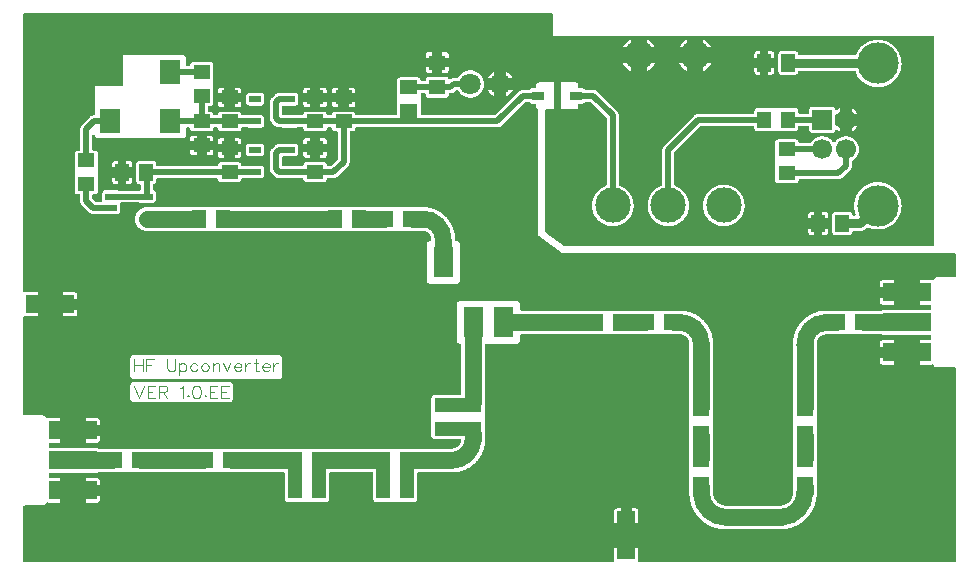
<source format=gtl>
G04 Layer: TopLayer*
G04 EasyEDA v6.4.7, 2020-09-29T11:03:38+03:00*
G04 9486de1159244eee9c784153b90ba1e7,e225996ff9fb4a0db64c6d6541834e49,10*
G04 Gerber Generator version 0.2*
G04 Scale: 100 percent, Rotated: No, Reflected: No *
G04 Dimensions in millimeters *
G04 leading zeros omitted , absolute positions ,3 integer and 3 decimal *
%FSLAX33Y33*%
%MOMM*%
G90*
D02*

%ADD11C,0.499999*%
%ADD12C,1.470000*%
%ADD13C,0.799998*%
%ADD14C,1.159993*%
%ADD15C,0.110007*%
%ADD16C,0.839978*%
%ADD17C,0.639978*%
%ADD18R,4.064000X1.524000*%
%ADD20R,1.160018X1.450010*%
%ADD21R,1.469898X1.160018*%
%ADD22R,1.399540X1.300480*%
%ADD23R,0.999998X0.551180*%
%ADD24R,1.470000X1.160018*%
%ADD25R,1.160018X1.470000*%
%ADD28R,1.800860X1.998980*%
%ADD29R,0.999998X0.550012*%
%ADD30R,0.999998X0.799998*%
%ADD33C,3.499866*%
%ADD34C,1.699997*%
%ADD35R,1.699997X1.699997*%
%ADD36C,2.999994*%
%ADD37C,2.499995*%
%ADD38C,1.799996*%

%LPD*%
G36*
G01X44983Y46733D02*
G01X358Y46733D01*
G01X343Y46732D01*
G01X329Y46729D01*
G01X315Y46724D01*
G01X303Y46717D01*
G01X291Y46708D01*
G01X281Y46698D01*
G01X272Y46686D01*
G01X265Y46674D01*
G01X260Y46660D01*
G01X257Y46646D01*
G01X256Y46631D01*
G01X256Y23215D01*
G01X257Y23201D01*
G01X260Y23186D01*
G01X265Y23173D01*
G01X272Y23160D01*
G01X281Y23149D01*
G01X291Y23138D01*
G01X303Y23130D01*
G01X315Y23123D01*
G01X329Y23118D01*
G01X343Y23115D01*
G01X358Y23114D01*
G01X477Y23114D01*
G01X508Y23116D01*
G01X1460Y23116D01*
G01X1460Y22542D01*
G01X609Y22542D01*
G01X595Y22541D01*
G01X580Y22538D01*
G01X567Y22533D01*
G01X554Y22526D01*
G01X543Y22517D01*
G01X532Y22507D01*
G01X524Y22495D01*
G01X517Y22483D01*
G01X512Y22469D01*
G01X509Y22455D01*
G01X508Y22440D01*
G01X508Y21755D01*
G01X509Y21740D01*
G01X512Y21726D01*
G01X517Y21712D01*
G01X524Y21700D01*
G01X532Y21688D01*
G01X543Y21678D01*
G01X554Y21669D01*
G01X567Y21662D01*
G01X580Y21657D01*
G01X595Y21654D01*
G01X609Y21653D01*
G01X1460Y21653D01*
G01X1460Y21079D01*
G01X508Y21079D01*
G01X477Y21081D01*
G01X465Y21082D01*
G01X358Y21082D01*
G01X343Y21080D01*
G01X329Y21077D01*
G01X315Y21072D01*
G01X303Y21065D01*
G01X291Y21057D01*
G01X281Y21046D01*
G01X272Y21035D01*
G01X265Y21022D01*
G01X260Y21009D01*
G01X257Y20994D01*
G01X256Y20980D01*
G01X256Y12803D01*
G01X257Y12788D01*
G01X260Y12774D01*
G01X265Y12760D01*
G01X272Y12748D01*
G01X281Y12736D01*
G01X291Y12726D01*
G01X303Y12717D01*
G01X315Y12710D01*
G01X329Y12705D01*
G01X343Y12702D01*
G01X358Y12701D01*
G01X1905Y12701D01*
G01X1928Y12700D01*
G01X1952Y12697D01*
G01X1975Y12691D01*
G01X1997Y12684D01*
G01X2018Y12675D01*
G01X2039Y12663D01*
G01X2058Y12650D01*
G01X2076Y12635D01*
G01X2093Y12619D01*
G01X2108Y12601D01*
G01X2122Y12582D01*
G01X2133Y12561D01*
G01X2143Y12540D01*
G01X2151Y12518D01*
G01X2156Y12504D01*
G01X2163Y12492D01*
G01X2172Y12480D01*
G01X2182Y12470D01*
G01X2193Y12462D01*
G01X2206Y12455D01*
G01X2220Y12450D01*
G01X2234Y12447D01*
G01X2248Y12446D01*
G01X2296Y12446D01*
G01X2312Y12447D01*
G01X2327Y12451D01*
G01X2355Y12458D01*
G01X2383Y12463D01*
G01X2412Y12464D01*
G01X3364Y12464D01*
G01X3364Y11874D01*
G01X2514Y11874D01*
G01X2500Y11873D01*
G01X2485Y11870D01*
G01X2472Y11865D01*
G01X2459Y11858D01*
G01X2448Y11849D01*
G01X2437Y11839D01*
G01X2429Y11827D01*
G01X2422Y11815D01*
G01X2417Y11801D01*
G01X2414Y11787D01*
G01X2413Y11772D01*
G01X2413Y11087D01*
G01X2414Y11072D01*
G01X2417Y11058D01*
G01X2422Y11044D01*
G01X2429Y11032D01*
G01X2437Y11020D01*
G01X2448Y11010D01*
G01X2459Y11001D01*
G01X2472Y10994D01*
G01X2485Y10989D01*
G01X2500Y10986D01*
G01X2514Y10985D01*
G01X3364Y10985D01*
G01X3364Y10395D01*
G01X2514Y10395D01*
G01X2500Y10394D01*
G01X2485Y10391D01*
G01X2472Y10386D01*
G01X2459Y10379D01*
G01X2448Y10370D01*
G01X2437Y10360D01*
G01X2429Y10348D01*
G01X2422Y10336D01*
G01X2417Y10322D01*
G01X2414Y10308D01*
G01X2413Y10293D01*
G01X2413Y10026D01*
G01X2414Y10011D01*
G01X2417Y9997D01*
G01X2422Y9983D01*
G01X2429Y9971D01*
G01X2437Y9959D01*
G01X2448Y9949D01*
G01X2459Y9940D01*
G01X2472Y9933D01*
G01X2485Y9928D01*
G01X2500Y9925D01*
G01X2514Y9924D01*
G01X6476Y9924D01*
G01X6502Y9923D01*
G01X6528Y9919D01*
G01X6553Y9913D01*
G01X6578Y9904D01*
G01X6597Y9899D01*
G01X6616Y9897D01*
G01X36449Y9897D01*
G01X36479Y9896D01*
G01X36505Y9896D01*
G01X36547Y9897D01*
G01X36588Y9900D01*
G01X36630Y9905D01*
G01X36671Y9912D01*
G01X36712Y9922D01*
G01X36752Y9933D01*
G01X36791Y9946D01*
G01X36830Y9961D01*
G01X36868Y9978D01*
G01X36905Y9997D01*
G01X36942Y10018D01*
G01X36977Y10040D01*
G01X37011Y10065D01*
G01X37044Y10090D01*
G01X37075Y10118D01*
G01X37105Y10147D01*
G01X37133Y10177D01*
G01X37160Y10209D01*
G01X37186Y10242D01*
G01X37210Y10277D01*
G01X37232Y10312D01*
G01X37252Y10348D01*
G01X37270Y10386D01*
G01X37287Y10424D01*
G01X37301Y10463D01*
G01X37314Y10503D01*
G01X37324Y10543D01*
G01X37333Y10584D01*
G01X37335Y10603D01*
G01X37334Y10617D01*
G01X37331Y10631D01*
G01X37326Y10645D01*
G01X37319Y10658D01*
G01X37310Y10669D01*
G01X37300Y10680D01*
G01X37288Y10688D01*
G01X37275Y10695D01*
G01X37262Y10700D01*
G01X37248Y10703D01*
G01X37233Y10704D01*
G01X35079Y10704D01*
G01X35055Y10705D01*
G01X35031Y10708D01*
G01X35008Y10713D01*
G01X34985Y10720D01*
G01X34963Y10729D01*
G01X34942Y10740D01*
G01X34922Y10753D01*
G01X34903Y10768D01*
G01X34886Y10784D01*
G01X34870Y10801D01*
G01X34855Y10820D01*
G01X34842Y10840D01*
G01X34831Y10861D01*
G01X34822Y10883D01*
G01X34815Y10906D01*
G01X34810Y10929D01*
G01X34807Y10953D01*
G01X34806Y10976D01*
G01X34806Y14169D01*
G01X34807Y14192D01*
G01X34810Y14216D01*
G01X34815Y14239D01*
G01X34822Y14262D01*
G01X34831Y14284D01*
G01X34842Y14305D01*
G01X34855Y14325D01*
G01X34870Y14344D01*
G01X34886Y14361D01*
G01X34903Y14377D01*
G01X34922Y14392D01*
G01X34942Y14405D01*
G01X34963Y14416D01*
G01X34985Y14425D01*
G01X35008Y14432D01*
G01X35031Y14437D01*
G01X35055Y14440D01*
G01X35079Y14441D01*
G01X37244Y14441D01*
G01X37259Y14442D01*
G01X37273Y14446D01*
G01X37286Y14451D01*
G01X37299Y14458D01*
G01X37311Y14466D01*
G01X37321Y14477D01*
G01X37330Y14488D01*
G01X37337Y14501D01*
G01X37342Y14514D01*
G01X37345Y14529D01*
G01X37346Y14543D01*
G01X37346Y18675D01*
G01X37345Y18690D01*
G01X37342Y18704D01*
G01X37337Y18718D01*
G01X37330Y18730D01*
G01X37321Y18742D01*
G01X37311Y18752D01*
G01X37299Y18761D01*
G01X37287Y18768D01*
G01X37273Y18773D01*
G01X37259Y18776D01*
G01X37244Y18777D01*
G01X37211Y18777D01*
G01X37187Y18778D01*
G01X37163Y18781D01*
G01X37140Y18786D01*
G01X37117Y18793D01*
G01X37095Y18802D01*
G01X37074Y18813D01*
G01X37054Y18826D01*
G01X37035Y18841D01*
G01X37018Y18857D01*
G01X37002Y18874D01*
G01X36987Y18893D01*
G01X36974Y18913D01*
G01X36963Y18934D01*
G01X36954Y18956D01*
G01X36947Y18979D01*
G01X36942Y19002D01*
G01X36939Y19026D01*
G01X36938Y19050D01*
G01X36938Y22098D01*
G01X36939Y22121D01*
G01X36942Y22145D01*
G01X36947Y22168D01*
G01X36954Y22191D01*
G01X36963Y22213D01*
G01X36974Y22234D01*
G01X36987Y22254D01*
G01X37002Y22273D01*
G01X37018Y22290D01*
G01X37035Y22306D01*
G01X37054Y22321D01*
G01X37074Y22334D01*
G01X37095Y22345D01*
G01X37117Y22354D01*
G01X37140Y22361D01*
G01X37163Y22366D01*
G01X37187Y22369D01*
G01X37211Y22370D01*
G01X42037Y22370D01*
G01X42060Y22369D01*
G01X42084Y22366D01*
G01X42107Y22361D01*
G01X42130Y22354D01*
G01X42152Y22345D01*
G01X42173Y22334D01*
G01X42193Y22321D01*
G01X42212Y22306D01*
G01X42229Y22290D01*
G01X42245Y22273D01*
G01X42260Y22254D01*
G01X42267Y22242D01*
G01X42275Y22229D01*
G01X42280Y22220D01*
G01X42286Y22206D01*
G01X42290Y22197D01*
G01X42298Y22173D01*
G01X42302Y22158D01*
G01X42304Y22148D01*
G01X42307Y22132D01*
G01X42308Y22123D01*
G01X42309Y22098D01*
G01X42309Y21683D01*
G01X42310Y21668D01*
G01X42313Y21654D01*
G01X42318Y21640D01*
G01X42325Y21628D01*
G01X42334Y21616D01*
G01X42344Y21606D01*
G01X42356Y21597D01*
G01X42368Y21590D01*
G01X42382Y21585D01*
G01X42396Y21582D01*
G01X42411Y21581D01*
G01X55730Y21581D01*
G01X55843Y21583D01*
G01X55920Y21582D01*
G01X55996Y21579D01*
G01X56073Y21574D01*
G01X56150Y21567D01*
G01X56226Y21557D01*
G01X56302Y21546D01*
G01X56377Y21532D01*
G01X56453Y21517D01*
G01X56528Y21499D01*
G01X56602Y21479D01*
G01X56676Y21458D01*
G01X56749Y21434D01*
G01X56821Y21408D01*
G01X56893Y21381D01*
G01X56964Y21351D01*
G01X57034Y21320D01*
G01X57103Y21286D01*
G01X57171Y21251D01*
G01X57239Y21214D01*
G01X57305Y21175D01*
G01X57370Y21135D01*
G01X57434Y21092D01*
G01X57497Y21048D01*
G01X57559Y21002D01*
G01X57619Y20955D01*
G01X57678Y20905D01*
G01X57736Y20855D01*
G01X57792Y20802D01*
G01X57847Y20749D01*
G01X57900Y20693D01*
G01X57952Y20637D01*
G01X58002Y20578D01*
G01X58051Y20519D01*
G01X58098Y20458D01*
G01X58143Y20396D01*
G01X58187Y20333D01*
G01X58229Y20269D01*
G01X58269Y20203D01*
G01X58307Y20137D01*
G01X58344Y20069D01*
G01X58379Y20000D01*
G01X58411Y19931D01*
G01X58442Y19861D01*
G01X58471Y19789D01*
G01X58498Y19717D01*
G01X58523Y19645D01*
G01X58546Y19572D01*
G01X58568Y19498D01*
G01X58587Y19423D01*
G01X58604Y19348D01*
G01X58619Y19273D01*
G01X58631Y19197D01*
G01X58642Y19121D01*
G01X58651Y19045D01*
G01X58658Y18968D01*
G01X58662Y18892D01*
G01X58665Y18815D01*
G01X58665Y18796D01*
G01X58664Y18752D01*
G01X58664Y18743D01*
G01X58665Y18700D01*
G01X58665Y6111D01*
G01X58668Y6064D01*
G01X58673Y6016D01*
G01X58681Y5969D01*
G01X58690Y5923D01*
G01X58701Y5877D01*
G01X58715Y5831D01*
G01X58730Y5786D01*
G01X58747Y5742D01*
G01X58766Y5698D01*
G01X58787Y5656D01*
G01X58810Y5614D01*
G01X58835Y5574D01*
G01X58861Y5534D01*
G01X58889Y5496D01*
G01X58919Y5459D01*
G01X58950Y5423D01*
G01X58983Y5389D01*
G01X59017Y5356D01*
G01X59053Y5325D01*
G01X59090Y5295D01*
G01X59129Y5267D01*
G01X59168Y5241D01*
G01X59209Y5216D01*
G01X59250Y5193D01*
G01X59293Y5172D01*
G01X59336Y5153D01*
G01X59381Y5136D01*
G01X59426Y5120D01*
G01X59471Y5107D01*
G01X59517Y5096D01*
G01X59564Y5087D01*
G01X59611Y5079D01*
G01X59658Y5074D01*
G01X59705Y5071D01*
G01X59753Y5070D01*
G01X59786Y5071D01*
G01X64366Y5071D01*
G01X64414Y5074D01*
G01X64461Y5079D01*
G01X64508Y5086D01*
G01X64555Y5095D01*
G01X64602Y5106D01*
G01X64648Y5119D01*
G01X64693Y5134D01*
G01X64737Y5151D01*
G01X64781Y5170D01*
G01X64824Y5191D01*
G01X64866Y5214D01*
G01X64907Y5238D01*
G01X64946Y5265D01*
G01X64985Y5293D01*
G01X65022Y5323D01*
G01X65058Y5354D01*
G01X65093Y5387D01*
G01X65126Y5421D01*
G01X65158Y5457D01*
G01X65187Y5494D01*
G01X65216Y5532D01*
G01X65242Y5572D01*
G01X65267Y5613D01*
G01X65290Y5654D01*
G01X65311Y5697D01*
G01X65331Y5741D01*
G01X65348Y5785D01*
G01X65363Y5830D01*
G01X65377Y5876D01*
G01X65388Y5922D01*
G01X65397Y5969D01*
G01X65405Y6016D01*
G01X65410Y6064D01*
G01X65413Y6111D01*
G01X65414Y6159D01*
G01X65414Y6192D01*
G01X65413Y6223D01*
G01X65413Y18655D01*
G01X65411Y18759D01*
G01X65412Y18836D01*
G01X65415Y18912D01*
G01X65420Y18989D01*
G01X65427Y19066D01*
G01X65437Y19142D01*
G01X65448Y19218D01*
G01X65462Y19293D01*
G01X65477Y19369D01*
G01X65495Y19444D01*
G01X65515Y19518D01*
G01X65536Y19592D01*
G01X65560Y19665D01*
G01X65586Y19737D01*
G01X65613Y19809D01*
G01X65643Y19880D01*
G01X65674Y19950D01*
G01X65708Y20019D01*
G01X65743Y20087D01*
G01X65780Y20155D01*
G01X65819Y20221D01*
G01X65859Y20286D01*
G01X65902Y20350D01*
G01X65946Y20413D01*
G01X65992Y20475D01*
G01X66040Y20535D01*
G01X66089Y20594D01*
G01X66139Y20652D01*
G01X66192Y20708D01*
G01X66245Y20763D01*
G01X66301Y20816D01*
G01X66357Y20868D01*
G01X66416Y20918D01*
G01X66475Y20967D01*
G01X66536Y21014D01*
G01X66598Y21059D01*
G01X66661Y21103D01*
G01X66725Y21145D01*
G01X66791Y21185D01*
G01X66857Y21223D01*
G01X66925Y21260D01*
G01X66994Y21295D01*
G01X67063Y21327D01*
G01X67133Y21358D01*
G01X67205Y21387D01*
G01X67277Y21414D01*
G01X67349Y21439D01*
G01X67422Y21462D01*
G01X67496Y21484D01*
G01X67571Y21503D01*
G01X67646Y21520D01*
G01X67721Y21535D01*
G01X67797Y21547D01*
G01X67873Y21558D01*
G01X67949Y21567D01*
G01X68026Y21574D01*
G01X68102Y21578D01*
G01X68179Y21581D01*
G01X72886Y21581D01*
G01X72906Y21583D01*
G01X72924Y21588D01*
G01X72949Y21597D01*
G01X72974Y21603D01*
G01X73000Y21607D01*
G01X73026Y21608D01*
G01X76987Y21608D01*
G01X77001Y21609D01*
G01X77016Y21612D01*
G01X77029Y21617D01*
G01X77042Y21624D01*
G01X77053Y21633D01*
G01X77064Y21643D01*
G01X77072Y21655D01*
G01X77079Y21667D01*
G01X77084Y21681D01*
G01X77087Y21695D01*
G01X77089Y21710D01*
G01X77089Y21977D01*
G01X77087Y21992D01*
G01X77084Y22006D01*
G01X77079Y22020D01*
G01X77072Y22032D01*
G01X77064Y22044D01*
G01X77053Y22054D01*
G01X77042Y22063D01*
G01X77029Y22070D01*
G01X77016Y22075D01*
G01X77001Y22078D01*
G01X76987Y22079D01*
G01X76137Y22079D01*
G01X76137Y22669D01*
G01X76987Y22669D01*
G01X77001Y22670D01*
G01X77016Y22673D01*
G01X77029Y22678D01*
G01X77042Y22685D01*
G01X77053Y22694D01*
G01X77064Y22704D01*
G01X77072Y22716D01*
G01X77079Y22728D01*
G01X77084Y22742D01*
G01X77087Y22756D01*
G01X77089Y22771D01*
G01X77089Y23456D01*
G01X77087Y23471D01*
G01X77084Y23485D01*
G01X77079Y23499D01*
G01X77072Y23511D01*
G01X77064Y23523D01*
G01X77053Y23533D01*
G01X77042Y23542D01*
G01X77029Y23549D01*
G01X77016Y23554D01*
G01X77001Y23557D01*
G01X76987Y23558D01*
G01X76137Y23558D01*
G01X76137Y24148D01*
G01X77090Y24148D01*
G01X77118Y24147D01*
G01X77147Y24142D01*
G01X77175Y24135D01*
G01X77190Y24131D01*
G01X77206Y24130D01*
G01X77254Y24130D01*
G01X77268Y24131D01*
G01X77282Y24134D01*
G01X77296Y24139D01*
G01X77309Y24146D01*
G01X77320Y24154D01*
G01X77330Y24165D01*
G01X77339Y24176D01*
G01X77346Y24189D01*
G01X77351Y24203D01*
G01X77359Y24225D01*
G01X77368Y24246D01*
G01X77380Y24267D01*
G01X77393Y24286D01*
G01X77409Y24304D01*
G01X77425Y24321D01*
G01X77444Y24336D01*
G01X77463Y24349D01*
G01X77484Y24361D01*
G01X77505Y24370D01*
G01X77528Y24377D01*
G01X77551Y24383D01*
G01X77574Y24386D01*
G01X77597Y24387D01*
G01X79144Y24387D01*
G01X79159Y24388D01*
G01X79173Y24391D01*
G01X79186Y24396D01*
G01X79199Y24403D01*
G01X79211Y24412D01*
G01X79221Y24422D01*
G01X79230Y24434D01*
G01X79237Y24446D01*
G01X79242Y24460D01*
G01X79245Y24474D01*
G01X79246Y24489D01*
G01X79246Y25298D01*
G01X79245Y25312D01*
G01X79242Y25327D01*
G01X79238Y25336D01*
G01X79242Y25345D01*
G01X79245Y25360D01*
G01X79246Y25374D01*
G01X79246Y26311D01*
G01X79245Y26326D01*
G01X79242Y26340D01*
G01X79237Y26354D01*
G01X79230Y26366D01*
G01X79221Y26378D01*
G01X79211Y26388D01*
G01X79199Y26397D01*
G01X79186Y26404D01*
G01X79173Y26409D01*
G01X79159Y26412D01*
G01X79144Y26413D01*
G01X45974Y26413D01*
G01X45950Y26414D01*
G01X45927Y26417D01*
G01X45905Y26422D01*
G01X45883Y26430D01*
G01X45861Y26439D01*
G01X45841Y26450D01*
G01X45822Y26463D01*
G01X43917Y27860D01*
G01X43898Y27875D01*
G01X43881Y27892D01*
G01X43865Y27910D01*
G01X43852Y27930D01*
G01X43840Y27951D01*
G01X43830Y27972D01*
G01X43822Y27995D01*
G01X43816Y28019D01*
G01X43813Y28042D01*
G01X43812Y28067D01*
G01X43812Y38588D01*
G01X43811Y38603D01*
G01X43808Y38617D01*
G01X43803Y38631D01*
G01X43795Y38644D01*
G01X43786Y38655D01*
G01X43776Y38666D01*
G01X43758Y38682D01*
G01X43741Y38701D01*
G01X43727Y38721D01*
G01X43714Y38742D01*
G01X43704Y38765D01*
G01X43696Y38788D01*
G01X43690Y38812D01*
G01X43686Y38837D01*
G01X43685Y38862D01*
G01X43685Y38992D01*
G01X43684Y39007D01*
G01X43681Y39021D01*
G01X43676Y39034D01*
G01X43669Y39047D01*
G01X43660Y39059D01*
G01X43650Y39069D01*
G01X43638Y39078D01*
G01X43626Y39085D01*
G01X43612Y39090D01*
G01X43598Y39093D01*
G01X43583Y39094D01*
G01X43366Y39094D01*
G01X43341Y39095D01*
G01X43317Y39098D01*
G01X43293Y39104D01*
G01X43270Y39112D01*
G01X43248Y39122D01*
G01X43227Y39134D01*
G01X43207Y39149D01*
G01X43189Y39165D01*
G01X43172Y39182D01*
G01X43157Y39201D01*
G01X43146Y39214D01*
G01X43134Y39224D01*
G01X43120Y39233D01*
G01X43106Y39239D01*
G01X43090Y39243D01*
G01X43074Y39244D01*
G01X42796Y39244D01*
G01X42781Y39243D01*
G01X42765Y39239D01*
G01X42750Y39233D01*
G01X42737Y39225D01*
G01X42725Y39214D01*
G01X40745Y37235D01*
G01X40721Y37212D01*
G01X40695Y37191D01*
G01X40668Y37172D01*
G01X40640Y37154D01*
G01X40611Y37138D01*
G01X40581Y37125D01*
G01X40550Y37113D01*
G01X40518Y37103D01*
G01X40486Y37096D01*
G01X40453Y37091D01*
G01X40420Y37087D01*
G01X40387Y37086D01*
G01X29877Y37086D01*
G01X29845Y37085D01*
G01X28463Y37085D01*
G01X28448Y37084D01*
G01X28433Y37080D01*
G01X28419Y37075D01*
G01X28406Y37067D01*
G01X28394Y37058D01*
G01X28384Y37047D01*
G01X28375Y37034D01*
G01X28368Y37021D01*
G01X28364Y37006D01*
G01X28362Y36991D01*
G01X28359Y36968D01*
G01X28353Y36944D01*
G01X28346Y36922D01*
G01X28337Y36900D01*
G01X28325Y36879D01*
G01X28312Y36859D01*
G01X28297Y36840D01*
G01X28280Y36823D01*
G01X28262Y36808D01*
G01X28242Y36794D01*
G01X28221Y36782D01*
G01X28199Y36773D01*
G01X28177Y36765D01*
G01X28153Y36760D01*
G01X28130Y36756D01*
G01X28106Y36755D01*
G01X27979Y36755D01*
G01X27964Y36754D01*
G01X27950Y36751D01*
G01X27936Y36746D01*
G01X27924Y36739D01*
G01X27912Y36730D01*
G01X27902Y36720D01*
G01X27893Y36708D01*
G01X27886Y36696D01*
G01X27881Y36682D01*
G01X27878Y36668D01*
G01X27877Y36653D01*
G01X27877Y34163D01*
G01X27876Y34129D01*
G01X27873Y34096D01*
G01X27867Y34064D01*
G01X27860Y34031D01*
G01X27850Y34000D01*
G01X27838Y33969D01*
G01X27825Y33938D01*
G01X27809Y33909D01*
G01X27792Y33881D01*
G01X27772Y33854D01*
G01X27751Y33829D01*
G01X27729Y33804D01*
G01X26865Y32941D01*
G01X26841Y32918D01*
G01X26815Y32897D01*
G01X26788Y32878D01*
G01X26760Y32860D01*
G01X26731Y32845D01*
G01X26701Y32831D01*
G01X26670Y32819D01*
G01X26638Y32810D01*
G01X26606Y32802D01*
G01X26573Y32797D01*
G01X26540Y32793D01*
G01X26507Y32792D01*
G01X26049Y32792D01*
G01X26034Y32791D01*
G01X26019Y32788D01*
G01X26005Y32782D01*
G01X25992Y32775D01*
G01X25980Y32765D01*
G01X25970Y32754D01*
G01X25961Y32742D01*
G01X25954Y32728D01*
G01X25950Y32714D01*
G01X25948Y32699D01*
G01X25945Y32675D01*
G01X25939Y32652D01*
G01X25932Y32629D01*
G01X25923Y32607D01*
G01X25911Y32586D01*
G01X25898Y32566D01*
G01X25883Y32548D01*
G01X25866Y32531D01*
G01X25848Y32515D01*
G01X25828Y32502D01*
G01X25807Y32490D01*
G01X25785Y32480D01*
G01X25763Y32472D01*
G01X25739Y32467D01*
G01X25716Y32464D01*
G01X25692Y32462D01*
G01X24222Y32462D01*
G01X24198Y32464D01*
G01X24174Y32467D01*
G01X24151Y32472D01*
G01X24129Y32480D01*
G01X24107Y32490D01*
G01X24086Y32502D01*
G01X24066Y32515D01*
G01X24048Y32531D01*
G01X24031Y32548D01*
G01X24016Y32566D01*
G01X24003Y32586D01*
G01X23991Y32607D01*
G01X23982Y32629D01*
G01X23974Y32652D01*
G01X23969Y32675D01*
G01X23966Y32699D01*
G01X23964Y32714D01*
G01X23959Y32728D01*
G01X23953Y32742D01*
G01X23944Y32754D01*
G01X23934Y32765D01*
G01X23922Y32775D01*
G01X23909Y32782D01*
G01X23895Y32788D01*
G01X23880Y32791D01*
G01X23865Y32792D01*
G01X23405Y32792D01*
G01X23386Y32791D01*
G01X23344Y32777D01*
G01X23321Y32771D01*
G01X23297Y32768D01*
G01X23272Y32767D01*
G01X22272Y32767D01*
G01X22248Y32768D01*
G01X22224Y32771D01*
G01X22200Y32777D01*
G01X22177Y32785D01*
G01X22158Y32791D01*
G01X22139Y32792D01*
G01X21884Y32792D01*
G01X21851Y32793D01*
G01X21818Y32797D01*
G01X21785Y32802D01*
G01X21753Y32810D01*
G01X21721Y32819D01*
G01X21690Y32831D01*
G01X21660Y32845D01*
G01X21631Y32860D01*
G01X21603Y32878D01*
G01X21576Y32897D01*
G01X21550Y32918D01*
G01X21526Y32941D01*
G01X21297Y33169D01*
G01X21275Y33194D01*
G01X21254Y33219D01*
G01X21234Y33246D01*
G01X21217Y33274D01*
G01X21201Y33303D01*
G01X21188Y33334D01*
G01X21176Y33365D01*
G01X21166Y33396D01*
G01X21159Y33429D01*
G01X21153Y33461D01*
G01X21150Y33494D01*
G01X21149Y33528D01*
G01X21149Y34925D01*
G01X21150Y34958D01*
G01X21153Y34991D01*
G01X21159Y35023D01*
G01X21166Y35056D01*
G01X21176Y35087D01*
G01X21188Y35118D01*
G01X21201Y35149D01*
G01X21217Y35178D01*
G01X21234Y35206D01*
G01X21254Y35233D01*
G01X21275Y35258D01*
G01X21297Y35283D01*
G01X21551Y35537D01*
G01X21576Y35559D01*
G01X21601Y35580D01*
G01X21628Y35600D01*
G01X21656Y35617D01*
G01X21685Y35633D01*
G01X21716Y35646D01*
G01X21747Y35658D01*
G01X21778Y35668D01*
G01X21811Y35675D01*
G01X21843Y35681D01*
G01X21876Y35684D01*
G01X21910Y35685D01*
G01X22139Y35685D01*
G01X22159Y35687D01*
G01X22177Y35692D01*
G01X22200Y35700D01*
G01X22224Y35706D01*
G01X22248Y35709D01*
G01X22272Y35711D01*
G01X23272Y35711D01*
G01X23296Y35709D01*
G01X23319Y35706D01*
G01X23342Y35701D01*
G01X23365Y35693D01*
G01X23386Y35684D01*
G01X23407Y35672D01*
G01X23427Y35659D01*
G01X23445Y35644D01*
G01X23462Y35627D01*
G01X23477Y35609D01*
G01X23490Y35589D01*
G01X23502Y35568D01*
G01X23511Y35547D01*
G01X23519Y35524D01*
G01X23524Y35501D01*
G01X23528Y35478D01*
G01X23529Y35454D01*
G01X23529Y34903D01*
G01X23528Y34879D01*
G01X23526Y34871D01*
G01X23524Y34855D01*
G01X23522Y34844D01*
G01X23519Y34832D01*
G01X23515Y34821D01*
G01X23511Y34809D01*
G01X23506Y34799D01*
G01X23501Y34787D01*
G01X23496Y34777D01*
G01X23489Y34766D01*
G01X23477Y34748D01*
G01X23462Y34730D01*
G01X23445Y34713D01*
G01X23427Y34698D01*
G01X23407Y34685D01*
G01X23386Y34673D01*
G01X23365Y34664D01*
G01X23342Y34656D01*
G01X23319Y34651D01*
G01X23296Y34647D01*
G01X23272Y34646D01*
G01X22265Y34646D01*
G01X22251Y34645D01*
G01X22236Y34642D01*
G01X22223Y34637D01*
G01X22210Y34630D01*
G01X22199Y34622D01*
G01X22188Y34611D01*
G01X22180Y34600D01*
G01X22173Y34587D01*
G01X22168Y34573D01*
G01X22165Y34559D01*
G01X22164Y34545D01*
G01X22164Y34355D01*
G01X22163Y34353D01*
G01X22162Y34338D01*
G01X22162Y34139D01*
G01X22163Y34124D01*
G01X22164Y34122D01*
G01X22164Y33932D01*
G01X22165Y33918D01*
G01X22168Y33904D01*
G01X22173Y33890D01*
G01X22180Y33878D01*
G01X22188Y33866D01*
G01X22199Y33856D01*
G01X22210Y33847D01*
G01X22223Y33840D01*
G01X22236Y33835D01*
G01X22251Y33832D01*
G01X22265Y33831D01*
G01X23272Y33831D01*
G01X23296Y33830D01*
G01X23320Y33826D01*
G01X23344Y33821D01*
G01X23367Y33813D01*
G01X23386Y33807D01*
G01X23405Y33805D01*
G01X23865Y33805D01*
G01X23880Y33807D01*
G01X23895Y33810D01*
G01X23909Y33815D01*
G01X23922Y33823D01*
G01X23934Y33832D01*
G01X23944Y33844D01*
G01X23953Y33856D01*
G01X23959Y33870D01*
G01X23964Y33884D01*
G01X23966Y33899D01*
G01X23969Y33923D01*
G01X23974Y33946D01*
G01X23982Y33969D01*
G01X23991Y33991D01*
G01X24003Y34012D01*
G01X24016Y34032D01*
G01X24031Y34050D01*
G01X24048Y34067D01*
G01X24066Y34083D01*
G01X24086Y34096D01*
G01X24107Y34108D01*
G01X24128Y34118D01*
G01X24151Y34126D01*
G01X24174Y34131D01*
G01X24198Y34134D01*
G01X24222Y34136D01*
G01X25692Y34136D01*
G01X25716Y34134D01*
G01X25739Y34131D01*
G01X25763Y34126D01*
G01X25785Y34118D01*
G01X25807Y34108D01*
G01X25828Y34096D01*
G01X25848Y34083D01*
G01X25866Y34067D01*
G01X25883Y34050D01*
G01X25898Y34032D01*
G01X25911Y34012D01*
G01X25923Y33991D01*
G01X25932Y33969D01*
G01X25939Y33946D01*
G01X25945Y33923D01*
G01X25948Y33899D01*
G01X25950Y33884D01*
G01X25954Y33870D01*
G01X25961Y33856D01*
G01X25970Y33844D01*
G01X25980Y33832D01*
G01X25992Y33823D01*
G01X26005Y33815D01*
G01X26019Y33810D01*
G01X26034Y33807D01*
G01X26049Y33805D01*
G01X26255Y33805D01*
G01X26271Y33807D01*
G01X26286Y33810D01*
G01X26301Y33817D01*
G01X26315Y33825D01*
G01X26327Y33835D01*
G01X26834Y34343D01*
G01X26845Y34355D01*
G01X26853Y34368D01*
G01X26859Y34383D01*
G01X26863Y34399D01*
G01X26864Y34414D01*
G01X26864Y36653D01*
G01X26863Y36668D01*
G01X26860Y36682D01*
G01X26855Y36696D01*
G01X26848Y36708D01*
G01X26839Y36720D01*
G01X26829Y36730D01*
G01X26817Y36739D01*
G01X26805Y36746D01*
G01X26791Y36751D01*
G01X26777Y36754D01*
G01X26762Y36755D01*
G01X26636Y36755D01*
G01X26612Y36756D01*
G01X26588Y36760D01*
G01X26565Y36765D01*
G01X26543Y36773D01*
G01X26521Y36782D01*
G01X26500Y36794D01*
G01X26480Y36808D01*
G01X26462Y36823D01*
G01X26445Y36840D01*
G01X26430Y36859D01*
G01X26417Y36879D01*
G01X26405Y36900D01*
G01X26396Y36922D01*
G01X26388Y36944D01*
G01X26383Y36968D01*
G01X26380Y36991D01*
G01X26378Y37006D01*
G01X26373Y37021D01*
G01X26367Y37034D01*
G01X26358Y37047D01*
G01X26348Y37058D01*
G01X26336Y37067D01*
G01X26323Y37075D01*
G01X26309Y37080D01*
G01X26294Y37084D01*
G01X26279Y37085D01*
G01X26049Y37085D01*
G01X26034Y37084D01*
G01X26019Y37080D01*
G01X26005Y37075D01*
G01X25992Y37067D01*
G01X25980Y37058D01*
G01X25970Y37047D01*
G01X25961Y37034D01*
G01X25955Y37021D01*
G01X25950Y37006D01*
G01X25948Y36991D01*
G01X25945Y36968D01*
G01X25940Y36944D01*
G01X25932Y36922D01*
G01X25923Y36900D01*
G01X25911Y36879D01*
G01X25898Y36859D01*
G01X25883Y36840D01*
G01X25866Y36823D01*
G01X25848Y36808D01*
G01X25828Y36794D01*
G01X25807Y36782D01*
G01X25786Y36773D01*
G01X25763Y36765D01*
G01X25740Y36760D01*
G01X25716Y36756D01*
G01X25692Y36755D01*
G01X24222Y36755D01*
G01X24198Y36756D01*
G01X24175Y36760D01*
G01X24151Y36765D01*
G01X24129Y36773D01*
G01X24107Y36782D01*
G01X24086Y36794D01*
G01X24066Y36808D01*
G01X24048Y36823D01*
G01X24031Y36840D01*
G01X24016Y36859D01*
G01X24003Y36879D01*
G01X23991Y36900D01*
G01X23982Y36922D01*
G01X23975Y36944D01*
G01X23969Y36968D01*
G01X23967Y36991D01*
G01X23964Y37006D01*
G01X23960Y37021D01*
G01X23953Y37034D01*
G01X23944Y37047D01*
G01X23934Y37058D01*
G01X23922Y37067D01*
G01X23909Y37075D01*
G01X23895Y37080D01*
G01X23880Y37084D01*
G01X23865Y37085D01*
G01X23406Y37085D01*
G01X23386Y37083D01*
G01X23368Y37078D01*
G01X23345Y37070D01*
G01X23321Y37064D01*
G01X23297Y37060D01*
G01X23272Y37059D01*
G01X22272Y37059D01*
G01X22248Y37060D01*
G01X22224Y37064D01*
G01X22200Y37070D01*
G01X22177Y37078D01*
G01X22158Y37083D01*
G01X22139Y37085D01*
G01X21909Y37085D01*
G01X21876Y37086D01*
G01X21843Y37089D01*
G01X21810Y37095D01*
G01X21778Y37102D01*
G01X21746Y37112D01*
G01X21715Y37124D01*
G01X21685Y37137D01*
G01X21656Y37153D01*
G01X21627Y37170D01*
G01X21600Y37190D01*
G01X21575Y37211D01*
G01X21551Y37233D01*
G01X21297Y37487D01*
G01X21274Y37512D01*
G01X21253Y37537D01*
G01X21234Y37564D01*
G01X21216Y37592D01*
G01X21200Y37621D01*
G01X21187Y37652D01*
G01X21175Y37683D01*
G01X21165Y37714D01*
G01X21158Y37747D01*
G01X21153Y37779D01*
G01X21149Y37812D01*
G01X21148Y37846D01*
G01X21148Y39243D01*
G01X21149Y39276D01*
G01X21153Y39309D01*
G01X21158Y39341D01*
G01X21165Y39374D01*
G01X21175Y39405D01*
G01X21187Y39436D01*
G01X21200Y39467D01*
G01X21216Y39496D01*
G01X21234Y39524D01*
G01X21253Y39551D01*
G01X21274Y39576D01*
G01X21297Y39601D01*
G01X21525Y39829D01*
G01X21549Y39852D01*
G01X21575Y39873D01*
G01X21602Y39892D01*
G01X21630Y39910D01*
G01X21659Y39925D01*
G01X21690Y39939D01*
G01X21721Y39951D01*
G01X21752Y39960D01*
G01X21785Y39968D01*
G01X21817Y39973D01*
G01X21850Y39977D01*
G01X21883Y39978D01*
G01X22140Y39978D01*
G01X22159Y39979D01*
G01X22177Y39985D01*
G01X22200Y39993D01*
G01X22224Y39999D01*
G01X22248Y40002D01*
G01X22272Y40003D01*
G01X23272Y40003D01*
G01X23296Y40002D01*
G01X23320Y39999D01*
G01X23343Y39993D01*
G01X23365Y39986D01*
G01X23387Y39976D01*
G01X23407Y39965D01*
G01X23427Y39951D01*
G01X23445Y39936D01*
G01X23462Y39919D01*
G01X23477Y39901D01*
G01X23490Y39882D01*
G01X23502Y39861D01*
G01X23512Y39839D01*
G01X23519Y39817D01*
G01X23525Y39794D01*
G01X23528Y39770D01*
G01X23529Y39747D01*
G01X23529Y39195D01*
G01X23528Y39171D01*
G01X23527Y39163D01*
G01X23524Y39147D01*
G01X23522Y39137D01*
G01X23519Y39124D01*
G01X23515Y39113D01*
G01X23511Y39101D01*
G01X23507Y39092D01*
G01X23501Y39079D01*
G01X23496Y39070D01*
G01X23489Y39058D01*
G01X23477Y39041D01*
G01X23462Y39023D01*
G01X23445Y39006D01*
G01X23427Y38991D01*
G01X23407Y38977D01*
G01X23387Y38966D01*
G01X23365Y38956D01*
G01X23343Y38949D01*
G01X23320Y38943D01*
G01X23296Y38940D01*
G01X23272Y38939D01*
G01X22265Y38939D01*
G01X22251Y38938D01*
G01X22236Y38935D01*
G01X22223Y38930D01*
G01X22210Y38923D01*
G01X22199Y38914D01*
G01X22188Y38904D01*
G01X22180Y38892D01*
G01X22173Y38880D01*
G01X22168Y38866D01*
G01X22165Y38852D01*
G01X22164Y38837D01*
G01X22164Y38651D01*
G01X22162Y38645D01*
G01X22161Y38631D01*
G01X22161Y38431D01*
G01X22162Y38417D01*
G01X22164Y38412D01*
G01X22164Y38225D01*
G01X22165Y38211D01*
G01X22168Y38196D01*
G01X22173Y38183D01*
G01X22180Y38170D01*
G01X22188Y38159D01*
G01X22199Y38148D01*
G01X22210Y38140D01*
G01X22223Y38133D01*
G01X22236Y38128D01*
G01X22251Y38124D01*
G01X22265Y38123D01*
G01X22267Y38123D01*
G01X22272Y38124D01*
G01X23272Y38124D01*
G01X23296Y38122D01*
G01X23319Y38119D01*
G01X23342Y38114D01*
G01X23365Y38106D01*
G01X23383Y38101D01*
G01X23401Y38100D01*
G01X23610Y38100D01*
G01X23612Y38099D01*
G01X23626Y38098D01*
G01X23865Y38098D01*
G01X23880Y38099D01*
G01X23895Y38103D01*
G01X23909Y38108D01*
G01X23922Y38116D01*
G01X23934Y38125D01*
G01X23944Y38136D01*
G01X23953Y38149D01*
G01X23960Y38162D01*
G01X23964Y38177D01*
G01X23966Y38192D01*
G01X23969Y38215D01*
G01X23975Y38239D01*
G01X23982Y38262D01*
G01X23991Y38284D01*
G01X24003Y38305D01*
G01X24016Y38324D01*
G01X24031Y38343D01*
G01X24048Y38360D01*
G01X24066Y38375D01*
G01X24086Y38389D01*
G01X24107Y38401D01*
G01X24129Y38411D01*
G01X24151Y38418D01*
G01X24175Y38424D01*
G01X24198Y38427D01*
G01X24222Y38428D01*
G01X25692Y38428D01*
G01X25716Y38427D01*
G01X25740Y38424D01*
G01X25763Y38418D01*
G01X25786Y38411D01*
G01X25808Y38401D01*
G01X25828Y38389D01*
G01X25848Y38375D01*
G01X25866Y38360D01*
G01X25883Y38343D01*
G01X25898Y38324D01*
G01X25912Y38305D01*
G01X25923Y38284D01*
G01X25932Y38262D01*
G01X25940Y38239D01*
G01X25945Y38215D01*
G01X25948Y38192D01*
G01X25950Y38177D01*
G01X25955Y38162D01*
G01X25961Y38149D01*
G01X25970Y38136D01*
G01X25980Y38125D01*
G01X25992Y38116D01*
G01X26005Y38108D01*
G01X26019Y38103D01*
G01X26034Y38099D01*
G01X26049Y38098D01*
G01X26279Y38098D01*
G01X26294Y38099D01*
G01X26309Y38103D01*
G01X26323Y38108D01*
G01X26336Y38116D01*
G01X26348Y38125D01*
G01X26358Y38136D01*
G01X26367Y38149D01*
G01X26373Y38162D01*
G01X26378Y38177D01*
G01X26380Y38192D01*
G01X26383Y38215D01*
G01X26388Y38239D01*
G01X26396Y38262D01*
G01X26405Y38284D01*
G01X26417Y38305D01*
G01X26430Y38324D01*
G01X26445Y38343D01*
G01X26462Y38360D01*
G01X26480Y38375D01*
G01X26500Y38389D01*
G01X26521Y38401D01*
G01X26542Y38411D01*
G01X26565Y38418D01*
G01X26588Y38424D01*
G01X26612Y38427D01*
G01X26636Y38428D01*
G01X28106Y38428D01*
G01X28130Y38427D01*
G01X28153Y38424D01*
G01X28177Y38418D01*
G01X28199Y38411D01*
G01X28221Y38401D01*
G01X28242Y38389D01*
G01X28262Y38375D01*
G01X28280Y38360D01*
G01X28297Y38343D01*
G01X28312Y38324D01*
G01X28325Y38305D01*
G01X28337Y38284D01*
G01X28346Y38262D01*
G01X28353Y38239D01*
G01X28359Y38215D01*
G01X28362Y38192D01*
G01X28364Y38177D01*
G01X28368Y38162D01*
G01X28375Y38149D01*
G01X28384Y38136D01*
G01X28394Y38125D01*
G01X28406Y38116D01*
G01X28419Y38108D01*
G01X28433Y38103D01*
G01X28448Y38099D01*
G01X28463Y38098D01*
G01X29813Y38098D01*
G01X29846Y38099D01*
G01X31799Y38099D01*
G01X31814Y38100D01*
G01X31828Y38103D01*
G01X31842Y38108D01*
G01X31854Y38115D01*
G01X31866Y38124D01*
G01X31876Y38134D01*
G01X31885Y38146D01*
G01X31892Y38159D01*
G01X31897Y38172D01*
G01X31900Y38186D01*
G01X31901Y38201D01*
G01X31901Y40894D01*
G01X31902Y40912D01*
G01X31902Y41060D01*
G01X31903Y41084D01*
G01X31906Y41107D01*
G01X31912Y41130D01*
G01X31919Y41153D01*
G01X31929Y41174D01*
G01X31940Y41195D01*
G01X31954Y41214D01*
G01X31969Y41233D01*
G01X31986Y41249D01*
G01X32004Y41265D01*
G01X32023Y41278D01*
G01X32044Y41290D01*
G01X32066Y41299D01*
G01X32088Y41307D01*
G01X32111Y41312D01*
G01X32135Y41315D01*
G01X32158Y41316D01*
G01X33627Y41316D01*
G01X33650Y41315D01*
G01X33674Y41312D01*
G01X33697Y41306D01*
G01X33720Y41299D01*
G01X33742Y41289D01*
G01X33763Y41277D01*
G01X33782Y41264D01*
G01X33801Y41248D01*
G01X33818Y41231D01*
G01X33833Y41213D01*
G01X33846Y41193D01*
G01X33857Y41172D01*
G01X33867Y41150D01*
G01X33874Y41127D01*
G01X33879Y41104D01*
G01X33882Y41080D01*
G01X33885Y41065D01*
G01X33889Y41050D01*
G01X33896Y41037D01*
G01X33904Y41024D01*
G01X33915Y41013D01*
G01X33926Y41004D01*
G01X33940Y40996D01*
G01X33954Y40991D01*
G01X33968Y40987D01*
G01X33984Y40986D01*
G01X34249Y40986D01*
G01X34263Y40987D01*
G01X34277Y40990D01*
G01X34291Y40995D01*
G01X34303Y41002D01*
G01X34315Y41011D01*
G01X34325Y41021D01*
G01X34334Y41033D01*
G01X34341Y41045D01*
G01X34346Y41059D01*
G01X34349Y41073D01*
G01X34350Y41088D01*
G01X34350Y41130D01*
G01X34351Y41154D01*
G01X34354Y41177D01*
G01X34360Y41200D01*
G01X34367Y41223D01*
G01X34377Y41244D01*
G01X34389Y41265D01*
G01X34402Y41285D01*
G01X34417Y41303D01*
G01X34434Y41320D01*
G01X34452Y41335D01*
G01X34472Y41348D01*
G01X34492Y41360D01*
G01X34514Y41369D01*
G01X34536Y41377D01*
G01X34560Y41382D01*
G01X34583Y41386D01*
G01X34607Y41387D01*
G01X36006Y41387D01*
G01X36030Y41386D01*
G01X36054Y41382D01*
G01X36077Y41377D01*
G01X36100Y41369D01*
G01X36122Y41359D01*
G01X36142Y41348D01*
G01X36162Y41334D01*
G01X36180Y41319D01*
G01X36197Y41302D01*
G01X36212Y41283D01*
G01X36226Y41263D01*
G01X36237Y41242D01*
G01X36246Y41220D01*
G01X36253Y41206D01*
G01X36261Y41193D01*
G01X36272Y41182D01*
G01X36284Y41172D01*
G01X36297Y41165D01*
G01X36311Y41159D01*
G01X36326Y41155D01*
G01X36342Y41154D01*
G01X36358Y41156D01*
G01X36373Y41159D01*
G01X36388Y41166D01*
G01X36402Y41174D01*
G01X36428Y41192D01*
G01X36456Y41209D01*
G01X36485Y41224D01*
G01X36514Y41237D01*
G01X36544Y41248D01*
G01X36575Y41257D01*
G01X36607Y41264D01*
G01X36638Y41269D01*
G01X36670Y41272D01*
G01X36703Y41273D01*
G01X36998Y41273D01*
G01X37014Y41274D01*
G01X37029Y41278D01*
G01X37043Y41283D01*
G01X37056Y41291D01*
G01X37068Y41301D01*
G01X37079Y41313D01*
G01X37087Y41326D01*
G01X37112Y41368D01*
G01X37138Y41410D01*
G01X37167Y41450D01*
G01X37197Y41489D01*
G01X37228Y41527D01*
G01X37262Y41564D01*
G01X37296Y41599D01*
G01X37332Y41632D01*
G01X37370Y41664D01*
G01X37409Y41694D01*
G01X37449Y41723D01*
G01X37491Y41750D01*
G01X37533Y41775D01*
G01X37577Y41798D01*
G01X37621Y41819D01*
G01X37666Y41839D01*
G01X37712Y41856D01*
G01X37759Y41872D01*
G01X37807Y41885D01*
G01X37855Y41897D01*
G01X37903Y41906D01*
G01X37952Y41914D01*
G01X38001Y41919D01*
G01X38050Y41922D01*
G01X38100Y41923D01*
G01X38149Y41922D01*
G01X38198Y41919D01*
G01X38246Y41914D01*
G01X38295Y41906D01*
G01X38343Y41897D01*
G01X38391Y41886D01*
G01X38438Y41872D01*
G01X38485Y41857D01*
G01X38531Y41840D01*
G01X38576Y41820D01*
G01X38620Y41799D01*
G01X38664Y41776D01*
G01X38706Y41751D01*
G01X38747Y41725D01*
G01X38787Y41696D01*
G01X38826Y41666D01*
G01X38864Y41635D01*
G01X38900Y41601D01*
G01X38934Y41567D01*
G01X38968Y41531D01*
G01X38999Y41493D01*
G01X39029Y41454D01*
G01X39058Y41414D01*
G01X39084Y41373D01*
G01X39109Y41331D01*
G01X39132Y41287D01*
G01X39153Y41243D01*
G01X39173Y41198D01*
G01X39190Y41152D01*
G01X39205Y41105D01*
G01X39219Y41058D01*
G01X39230Y41010D01*
G01X39239Y40962D01*
G01X39247Y40913D01*
G01X39252Y40865D01*
G01X39255Y40816D01*
G01X39256Y40767D01*
G01X39255Y40717D01*
G01X39252Y40668D01*
G01X39247Y40620D01*
G01X39239Y40571D01*
G01X39230Y40523D01*
G01X39219Y40475D01*
G01X39205Y40428D01*
G01X39190Y40381D01*
G01X39173Y40335D01*
G01X39153Y40290D01*
G01X39132Y40246D01*
G01X39109Y40202D01*
G01X39084Y40160D01*
G01X39058Y40119D01*
G01X39029Y40079D01*
G01X38999Y40040D01*
G01X38968Y40002D01*
G01X38934Y39966D01*
G01X38900Y39932D01*
G01X38864Y39898D01*
G01X38826Y39867D01*
G01X38787Y39837D01*
G01X38747Y39808D01*
G01X38706Y39782D01*
G01X38664Y39757D01*
G01X38620Y39734D01*
G01X38576Y39713D01*
G01X38531Y39693D01*
G01X38485Y39676D01*
G01X38438Y39661D01*
G01X38391Y39647D01*
G01X38343Y39636D01*
G01X38295Y39627D01*
G01X38246Y39619D01*
G01X38198Y39614D01*
G01X38149Y39611D01*
G01X38100Y39610D01*
G01X38050Y39611D01*
G01X38001Y39614D01*
G01X37952Y39619D01*
G01X37903Y39627D01*
G01X37855Y39636D01*
G01X37807Y39648D01*
G01X37759Y39661D01*
G01X37712Y39677D01*
G01X37666Y39694D01*
G01X37621Y39714D01*
G01X37577Y39735D01*
G01X37533Y39758D01*
G01X37491Y39783D01*
G01X37449Y39810D01*
G01X37409Y39839D01*
G01X37370Y39869D01*
G01X37332Y39901D01*
G01X37296Y39934D01*
G01X37262Y39969D01*
G01X37228Y40006D01*
G01X37197Y40044D01*
G01X37167Y40083D01*
G01X37138Y40123D01*
G01X37112Y40165D01*
G01X37087Y40207D01*
G01X37079Y40220D01*
G01X37068Y40232D01*
G01X37056Y40242D01*
G01X37043Y40250D01*
G01X37029Y40255D01*
G01X37014Y40259D01*
G01X36998Y40260D01*
G01X36954Y40260D01*
G01X36939Y40259D01*
G01X36923Y40255D01*
G01X36908Y40249D01*
G01X36895Y40241D01*
G01X36883Y40230D01*
G01X36774Y40121D01*
G01X36749Y40099D01*
G01X36724Y40078D01*
G01X36697Y40058D01*
G01X36669Y40041D01*
G01X36640Y40025D01*
G01X36609Y40012D01*
G01X36578Y40000D01*
G01X36547Y39990D01*
G01X36514Y39983D01*
G01X36482Y39977D01*
G01X36449Y39974D01*
G01X36415Y39973D01*
G01X36364Y39973D01*
G01X36350Y39972D01*
G01X36336Y39969D01*
G01X36322Y39964D01*
G01X36309Y39957D01*
G01X36298Y39948D01*
G01X36288Y39938D01*
G01X36279Y39926D01*
G01X36272Y39914D01*
G01X36267Y39900D01*
G01X36264Y39886D01*
G01X36263Y39871D01*
G01X36263Y39830D01*
G01X36262Y39806D01*
G01X36258Y39782D01*
G01X36253Y39759D01*
G01X36245Y39737D01*
G01X36236Y39715D01*
G01X36224Y39695D01*
G01X36211Y39675D01*
G01X36196Y39657D01*
G01X36179Y39640D01*
G01X36161Y39625D01*
G01X36141Y39612D01*
G01X36121Y39600D01*
G01X36099Y39590D01*
G01X36076Y39583D01*
G01X36053Y39577D01*
G01X36030Y39574D01*
G01X36006Y39573D01*
G01X34607Y39573D01*
G01X34583Y39574D01*
G01X34560Y39577D01*
G01X34536Y39583D01*
G01X34514Y39590D01*
G01X34492Y39600D01*
G01X34472Y39612D01*
G01X34452Y39625D01*
G01X34434Y39640D01*
G01X34417Y39657D01*
G01X34402Y39675D01*
G01X34389Y39695D01*
G01X34377Y39715D01*
G01X34367Y39737D01*
G01X34360Y39759D01*
G01X34354Y39782D01*
G01X34351Y39806D01*
G01X34350Y39830D01*
G01X34350Y39871D01*
G01X34349Y39886D01*
G01X34346Y39900D01*
G01X34341Y39914D01*
G01X34334Y39926D01*
G01X34325Y39938D01*
G01X34315Y39948D01*
G01X34303Y39957D01*
G01X34291Y39964D01*
G01X34277Y39969D01*
G01X34263Y39972D01*
G01X34249Y39973D01*
G01X33986Y39973D01*
G01X33971Y39972D01*
G01X33957Y39969D01*
G01X33943Y39964D01*
G01X33931Y39957D01*
G01X33919Y39948D01*
G01X33909Y39938D01*
G01X33900Y39926D01*
G01X33893Y39914D01*
G01X33888Y39900D01*
G01X33885Y39886D01*
G01X33884Y39871D01*
G01X33884Y38201D01*
G01X33885Y38186D01*
G01X33888Y38172D01*
G01X33893Y38159D01*
G01X33900Y38146D01*
G01X33909Y38134D01*
G01X33919Y38124D01*
G01X33931Y38115D01*
G01X33943Y38108D01*
G01X33957Y38103D01*
G01X33971Y38100D01*
G01X33986Y38099D01*
G01X40135Y38099D01*
G01X40151Y38101D01*
G01X40166Y38104D01*
G01X40181Y38110D01*
G01X40195Y38119D01*
G01X40207Y38129D01*
G01X42186Y40109D01*
G01X42211Y40131D01*
G01X42236Y40152D01*
G01X42263Y40172D01*
G01X42291Y40189D01*
G01X42320Y40205D01*
G01X42351Y40218D01*
G01X42382Y40230D01*
G01X42413Y40240D01*
G01X42446Y40247D01*
G01X42478Y40253D01*
G01X42511Y40256D01*
G01X42545Y40257D01*
G01X43074Y40257D01*
G01X43090Y40258D01*
G01X43106Y40262D01*
G01X43121Y40268D01*
G01X43134Y40277D01*
G01X43146Y40287D01*
G01X43157Y40300D01*
G01X43172Y40319D01*
G01X43189Y40336D01*
G01X43207Y40352D01*
G01X43227Y40366D01*
G01X43248Y40378D01*
G01X43270Y40389D01*
G01X43293Y40396D01*
G01X43317Y40402D01*
G01X43341Y40406D01*
G01X43366Y40407D01*
G01X43583Y40407D01*
G01X43598Y40408D01*
G01X43612Y40411D01*
G01X43626Y40416D01*
G01X43638Y40423D01*
G01X43650Y40432D01*
G01X43660Y40442D01*
G01X43669Y40453D01*
G01X43676Y40466D01*
G01X43681Y40480D01*
G01X43684Y40494D01*
G01X43685Y40508D01*
G01X43685Y40640D01*
G01X43686Y40663D01*
G01X43689Y40687D01*
G01X43695Y40710D01*
G01X43702Y40732D01*
G01X43712Y40754D01*
G01X43723Y40775D01*
G01X43737Y40794D01*
G01X43752Y40812D01*
G01X43769Y40829D01*
G01X43787Y40844D01*
G01X43806Y40858D01*
G01X43827Y40869D01*
G01X43849Y40879D01*
G01X43871Y40886D01*
G01X43894Y40892D01*
G01X43918Y40895D01*
G01X43942Y40896D01*
G01X46990Y40896D01*
G01X47013Y40895D01*
G01X47037Y40892D01*
G01X47060Y40886D01*
G01X47082Y40879D01*
G01X47104Y40869D01*
G01X47125Y40858D01*
G01X47144Y40844D01*
G01X47162Y40829D01*
G01X47179Y40812D01*
G01X47194Y40794D01*
G01X47208Y40775D01*
G01X47219Y40754D01*
G01X47229Y40732D01*
G01X47236Y40710D01*
G01X47242Y40687D01*
G01X47245Y40663D01*
G01X47246Y40640D01*
G01X47246Y40509D01*
G01X47247Y40494D01*
G01X47250Y40480D01*
G01X47255Y40467D01*
G01X47262Y40454D01*
G01X47271Y40442D01*
G01X47281Y40432D01*
G01X47293Y40423D01*
G01X47305Y40416D01*
G01X47319Y40411D01*
G01X47333Y40408D01*
G01X47348Y40407D01*
G01X47565Y40407D01*
G01X47590Y40406D01*
G01X47614Y40403D01*
G01X47638Y40397D01*
G01X47661Y40389D01*
G01X47683Y40379D01*
G01X47704Y40367D01*
G01X47724Y40352D01*
G01X47742Y40336D01*
G01X47759Y40319D01*
G01X47774Y40300D01*
G01X47785Y40287D01*
G01X47797Y40277D01*
G01X47811Y40268D01*
G01X47825Y40262D01*
G01X47841Y40258D01*
G01X47857Y40257D01*
G01X48514Y40257D01*
G01X48547Y40256D01*
G01X48580Y40253D01*
G01X48612Y40247D01*
G01X48645Y40240D01*
G01X48676Y40230D01*
G01X48707Y40218D01*
G01X48738Y40205D01*
G01X48767Y40189D01*
G01X48795Y40172D01*
G01X48822Y40152D01*
G01X48847Y40131D01*
G01X48872Y40109D01*
G01X50523Y38458D01*
G01X50545Y38433D01*
G01X50566Y38408D01*
G01X50586Y38381D01*
G01X50603Y38353D01*
G01X50619Y38324D01*
G01X50632Y38293D01*
G01X50644Y38262D01*
G01X50654Y38231D01*
G01X50661Y38198D01*
G01X50667Y38166D01*
G01X50670Y38133D01*
G01X50671Y38100D01*
G01X50671Y32240D01*
G01X50672Y32225D01*
G01X50676Y32209D01*
G01X50682Y32195D01*
G01X50690Y32181D01*
G01X50700Y32169D01*
G01X50712Y32159D01*
G01X50725Y32151D01*
G01X50739Y32144D01*
G01X50796Y32124D01*
G01X50852Y32101D01*
G01X50907Y32076D01*
G01X50961Y32050D01*
G01X51015Y32022D01*
G01X51067Y31991D01*
G01X51118Y31960D01*
G01X51168Y31926D01*
G01X51217Y31890D01*
G01X51265Y31853D01*
G01X51311Y31815D01*
G01X51356Y31775D01*
G01X51400Y31733D01*
G01X51442Y31690D01*
G01X51483Y31645D01*
G01X51522Y31599D01*
G01X51559Y31552D01*
G01X51595Y31503D01*
G01X51629Y31453D01*
G01X51662Y31403D01*
G01X51693Y31351D01*
G01X51721Y31298D01*
G01X51748Y31244D01*
G01X51774Y31189D01*
G01X51797Y31133D01*
G01X51818Y31076D01*
G01X51837Y31019D01*
G01X51855Y30961D01*
G01X51870Y30903D01*
G01X51884Y30844D01*
G01X51895Y30785D01*
G01X51904Y30725D01*
G01X51912Y30665D01*
G01X51917Y30605D01*
G01X51920Y30545D01*
G01X51921Y30485D01*
G01X51920Y30425D01*
G01X51917Y30365D01*
G01X51912Y30305D01*
G01X51905Y30245D01*
G01X51895Y30186D01*
G01X51884Y30127D01*
G01X51871Y30069D01*
G01X51856Y30011D01*
G01X51839Y29953D01*
G01X51819Y29896D01*
G01X51798Y29840D01*
G01X51775Y29785D01*
G01X51751Y29730D01*
G01X51724Y29676D01*
G01X51695Y29624D01*
G01X51665Y29572D01*
G01X51633Y29521D01*
G01X51599Y29472D01*
G01X51564Y29423D01*
G01X51527Y29376D01*
G01X51488Y29330D01*
G01X51448Y29286D01*
G01X51406Y29243D01*
G01X51363Y29201D01*
G01X51319Y29161D01*
G01X51273Y29122D01*
G01X51226Y29085D01*
G01X51177Y29050D01*
G01X51128Y29016D01*
G01X51077Y28984D01*
G01X51025Y28953D01*
G01X50972Y28925D01*
G01X50919Y28898D01*
G01X50864Y28873D01*
G01X50809Y28851D01*
G01X50753Y28829D01*
G01X50696Y28810D01*
G01X50638Y28793D01*
G01X50580Y28778D01*
G01X50522Y28765D01*
G01X50463Y28754D01*
G01X50404Y28744D01*
G01X50344Y28737D01*
G01X50284Y28732D01*
G01X50224Y28729D01*
G01X50164Y28728D01*
G01X50104Y28729D01*
G01X50044Y28732D01*
G01X49985Y28737D01*
G01X49925Y28744D01*
G01X49866Y28754D01*
G01X49807Y28765D01*
G01X49748Y28778D01*
G01X49690Y28793D01*
G01X49633Y28810D01*
G01X49576Y28829D01*
G01X49520Y28851D01*
G01X49465Y28873D01*
G01X49410Y28898D01*
G01X49356Y28925D01*
G01X49303Y28953D01*
G01X49252Y28984D01*
G01X49201Y29016D01*
G01X49151Y29050D01*
G01X49103Y29085D01*
G01X49056Y29122D01*
G01X49010Y29161D01*
G01X48965Y29201D01*
G01X48922Y29243D01*
G01X48881Y29286D01*
G01X48840Y29330D01*
G01X48802Y29376D01*
G01X48765Y29423D01*
G01X48729Y29472D01*
G01X48696Y29521D01*
G01X48664Y29572D01*
G01X48633Y29624D01*
G01X48605Y29676D01*
G01X48578Y29730D01*
G01X48553Y29785D01*
G01X48530Y29840D01*
G01X48509Y29896D01*
G01X48490Y29953D01*
G01X48473Y30011D01*
G01X48458Y30069D01*
G01X48445Y30127D01*
G01X48433Y30186D01*
G01X48424Y30245D01*
G01X48417Y30305D01*
G01X48412Y30365D01*
G01X48409Y30425D01*
G01X48408Y30485D01*
G01X48409Y30545D01*
G01X48412Y30605D01*
G01X48417Y30665D01*
G01X48424Y30725D01*
G01X48434Y30785D01*
G01X48445Y30844D01*
G01X48458Y30903D01*
G01X48474Y30962D01*
G01X48491Y31019D01*
G01X48511Y31077D01*
G01X48532Y31133D01*
G01X48555Y31189D01*
G01X48580Y31244D01*
G01X48607Y31298D01*
G01X48636Y31351D01*
G01X48667Y31403D01*
G01X48699Y31454D01*
G01X48733Y31503D01*
G01X48769Y31552D01*
G01X48807Y31599D01*
G01X48846Y31645D01*
G01X48887Y31690D01*
G01X48929Y31733D01*
G01X48972Y31775D01*
G01X49017Y31815D01*
G01X49064Y31854D01*
G01X49112Y31891D01*
G01X49160Y31926D01*
G01X49211Y31960D01*
G01X49262Y31992D01*
G01X49314Y32022D01*
G01X49368Y32050D01*
G01X49422Y32076D01*
G01X49477Y32101D01*
G01X49533Y32124D01*
G01X49590Y32144D01*
G01X49604Y32151D01*
G01X49617Y32159D01*
G01X49629Y32169D01*
G01X49639Y32182D01*
G01X49647Y32195D01*
G01X49653Y32210D01*
G01X49657Y32225D01*
G01X49658Y32240D01*
G01X49658Y37848D01*
G01X49657Y37863D01*
G01X49653Y37879D01*
G01X49647Y37894D01*
G01X49639Y37907D01*
G01X49628Y37919D01*
G01X48333Y39214D01*
G01X48321Y39225D01*
G01X48308Y39233D01*
G01X48293Y39239D01*
G01X48277Y39243D01*
G01X48262Y39244D01*
G01X47857Y39244D01*
G01X47841Y39243D01*
G01X47825Y39239D01*
G01X47810Y39233D01*
G01X47797Y39224D01*
G01X47785Y39214D01*
G01X47774Y39201D01*
G01X47759Y39182D01*
G01X47742Y39165D01*
G01X47724Y39149D01*
G01X47704Y39135D01*
G01X47683Y39123D01*
G01X47661Y39112D01*
G01X47638Y39105D01*
G01X47614Y39099D01*
G01X47590Y39095D01*
G01X47565Y39094D01*
G01X47348Y39094D01*
G01X47333Y39093D01*
G01X47319Y39090D01*
G01X47305Y39085D01*
G01X47293Y39078D01*
G01X47281Y39069D01*
G01X47271Y39059D01*
G01X47262Y39048D01*
G01X47255Y39035D01*
G01X47250Y39021D01*
G01X47247Y39007D01*
G01X47246Y38993D01*
G01X47246Y38862D01*
G01X47245Y38838D01*
G01X47242Y38814D01*
G01X47236Y38791D01*
G01X47229Y38769D01*
G01X47219Y38747D01*
G01X47208Y38726D01*
G01X47194Y38707D01*
G01X47179Y38689D01*
G01X47162Y38672D01*
G01X47144Y38657D01*
G01X47125Y38643D01*
G01X47104Y38632D01*
G01X47082Y38622D01*
G01X47060Y38615D01*
G01X47037Y38609D01*
G01X47013Y38606D01*
G01X46990Y38605D01*
G01X44554Y38605D01*
G01X44539Y38604D01*
G01X44525Y38601D01*
G01X44511Y38596D01*
G01X44499Y38589D01*
G01X44487Y38580D01*
G01X44477Y38570D01*
G01X44468Y38558D01*
G01X44461Y38546D01*
G01X44456Y38532D01*
G01X44453Y38518D01*
G01X44452Y38503D01*
G01X44452Y28251D01*
G01X44453Y28235D01*
G01X44457Y28219D01*
G01X44463Y28204D01*
G01X44472Y28191D01*
G01X44482Y28178D01*
G01X44495Y28168D01*
G01X46029Y27072D01*
G01X46043Y27064D01*
G01X46057Y27058D01*
G01X46073Y27054D01*
G01X46088Y27053D01*
G01X77241Y27053D01*
G01X77255Y27054D01*
G01X77270Y27057D01*
G01X77283Y27062D01*
G01X77296Y27069D01*
G01X77307Y27078D01*
G01X77318Y27088D01*
G01X77326Y27100D01*
G01X77333Y27112D01*
G01X77338Y27126D01*
G01X77341Y27140D01*
G01X77343Y27155D01*
G01X77343Y44729D01*
G01X77341Y44743D01*
G01X77338Y44758D01*
G01X77333Y44771D01*
G01X77326Y44784D01*
G01X77318Y44795D01*
G01X77307Y44806D01*
G01X77296Y44814D01*
G01X77283Y44821D01*
G01X77270Y44826D01*
G01X77255Y44829D01*
G01X77241Y44831D01*
G01X45085Y44831D01*
G01X45085Y46631D01*
G01X45083Y46646D01*
G01X45080Y46660D01*
G01X45075Y46674D01*
G01X45068Y46686D01*
G01X45060Y46698D01*
G01X45049Y46708D01*
G01X45038Y46717D01*
G01X45025Y46724D01*
G01X45012Y46729D01*
G01X44997Y46732D01*
G01X44983Y46733D01*
G37*

%LPC*%
G36*
G01X13782Y43182D02*
G01X8702Y43182D01*
G01X8702Y40678D01*
G01X8700Y40663D01*
G01X8697Y40649D01*
G01X8692Y40635D01*
G01X8685Y40623D01*
G01X8677Y40611D01*
G01X8666Y40601D01*
G01X8655Y40592D01*
G01X8642Y40585D01*
G01X8629Y40580D01*
G01X8614Y40577D01*
G01X8600Y40576D01*
G01X6286Y40576D01*
G01X6286Y38198D01*
G01X6285Y38183D01*
G01X6281Y38168D01*
G01X6276Y38154D01*
G01X6268Y38141D01*
G01X6258Y38129D01*
G01X6247Y38119D01*
G01X6234Y38110D01*
G01X6221Y38104D01*
G01X6206Y38099D01*
G01X6191Y38097D01*
G01X6158Y38094D01*
G01X6125Y38089D01*
G01X6092Y38081D01*
G01X6060Y38071D01*
G01X6029Y38060D01*
G01X5999Y38046D01*
G01X5970Y38030D01*
G01X5941Y38013D01*
G01X5914Y37994D01*
G01X5864Y37950D01*
G01X5229Y37315D01*
G01X5207Y37290D01*
G01X5186Y37265D01*
G01X5166Y37238D01*
G01X5149Y37210D01*
G01X5133Y37181D01*
G01X5120Y37150D01*
G01X5108Y37119D01*
G01X5098Y37088D01*
G01X5091Y37055D01*
G01X5085Y37023D01*
G01X5082Y36990D01*
G01X5081Y36957D01*
G01X5081Y35228D01*
G01X5080Y35213D01*
G01X5077Y35199D01*
G01X5072Y35185D01*
G01X5065Y35173D01*
G01X5056Y35161D01*
G01X5046Y35151D01*
G01X5034Y35142D01*
G01X5022Y35135D01*
G01X5008Y35130D01*
G01X4994Y35127D01*
G01X4979Y35126D01*
G01X4853Y35126D01*
G01X4829Y35125D01*
G01X4805Y35122D01*
G01X4782Y35116D01*
G01X4760Y35109D01*
G01X4738Y35099D01*
G01X4717Y35088D01*
G01X4698Y35074D01*
G01X4680Y35059D01*
G01X4663Y35042D01*
G01X4648Y35024D01*
G01X4634Y35005D01*
G01X4623Y34984D01*
G01X4613Y34962D01*
G01X4606Y34940D01*
G01X4600Y34917D01*
G01X4597Y34893D01*
G01X4596Y34870D01*
G01X4596Y31677D01*
G01X4597Y31654D01*
G01X4600Y31630D01*
G01X4606Y31607D01*
G01X4613Y31585D01*
G01X4623Y31563D01*
G01X4634Y31542D01*
G01X4648Y31523D01*
G01X4663Y31505D01*
G01X4680Y31488D01*
G01X4698Y31473D01*
G01X4717Y31459D01*
G01X4738Y31448D01*
G01X4760Y31438D01*
G01X4782Y31431D01*
G01X4805Y31425D01*
G01X4829Y31422D01*
G01X4853Y31421D01*
G01X4979Y31421D01*
G01X4994Y31420D01*
G01X5008Y31417D01*
G01X5022Y31412D01*
G01X5034Y31405D01*
G01X5046Y31396D01*
G01X5056Y31386D01*
G01X5065Y31374D01*
G01X5072Y31362D01*
G01X5077Y31348D01*
G01X5080Y31334D01*
G01X5081Y31319D01*
G01X5081Y30861D01*
G01X5082Y30827D01*
G01X5085Y30794D01*
G01X5091Y30762D01*
G01X5098Y30729D01*
G01X5108Y30698D01*
G01X5120Y30667D01*
G01X5133Y30636D01*
G01X5149Y30607D01*
G01X5166Y30579D01*
G01X5186Y30552D01*
G01X5207Y30527D01*
G01X5229Y30502D01*
G01X5803Y29928D01*
G01X5828Y29906D01*
G01X5853Y29885D01*
G01X5880Y29865D01*
G01X5908Y29848D01*
G01X5938Y29832D01*
G01X5968Y29818D01*
G01X5999Y29807D01*
G01X6030Y29797D01*
G01X6063Y29790D01*
G01X6095Y29784D01*
G01X6128Y29781D01*
G01X6162Y29780D01*
G01X7078Y29780D01*
G01X7097Y29778D01*
G01X7115Y29773D01*
G01X7138Y29765D01*
G01X7162Y29759D01*
G01X7186Y29756D01*
G01X7210Y29755D01*
G01X8210Y29755D01*
G01X8233Y29756D01*
G01X8255Y29759D01*
G01X8278Y29764D01*
G01X8300Y29771D01*
G01X8321Y29780D01*
G01X8341Y29791D01*
G01X8360Y29804D01*
G01X8378Y29818D01*
G01X8395Y29834D01*
G01X8410Y29851D01*
G01X8423Y29869D01*
G01X8435Y29889D01*
G01X8438Y29895D01*
G01X8446Y29913D01*
G01X8455Y29937D01*
G01X8461Y29961D01*
G01X8465Y29986D01*
G01X8466Y30011D01*
G01X8466Y30561D01*
G01X8465Y30585D01*
G01X8462Y30609D01*
G01X8460Y30628D01*
G01X8461Y30643D01*
G01X8464Y30657D01*
G01X8469Y30670D01*
G01X8476Y30683D01*
G01X8485Y30695D01*
G01X8495Y30705D01*
G01X8507Y30714D01*
G01X8519Y30721D01*
G01X8533Y30726D01*
G01X8547Y30729D01*
G01X8562Y30730D01*
G01X10078Y30730D01*
G01X10097Y30728D01*
G01X10116Y30723D01*
G01X10138Y30715D01*
G01X10162Y30709D01*
G01X10186Y30706D01*
G01X10210Y30705D01*
G01X11210Y30705D01*
G01X11233Y30706D01*
G01X11257Y30709D01*
G01X11280Y30715D01*
G01X11302Y30722D01*
G01X11324Y30732D01*
G01X11345Y30743D01*
G01X11364Y30757D01*
G01X11382Y30772D01*
G01X11399Y30789D01*
G01X11414Y30807D01*
G01X11428Y30826D01*
G01X11439Y30847D01*
G01X11449Y30869D01*
G01X11456Y30891D01*
G01X11462Y30914D01*
G01X11465Y30938D01*
G01X11466Y30961D01*
G01X11466Y31511D01*
G01X11465Y31535D01*
G01X11462Y31558D01*
G01X11457Y31580D01*
G01X11450Y31602D01*
G01X11440Y31623D01*
G01X11429Y31644D01*
G01X11417Y31663D01*
G01X11402Y31681D01*
G01X11386Y31698D01*
G01X11369Y31713D01*
G01X11350Y31726D01*
G01X11330Y31738D01*
G01X11309Y31748D01*
G01X11287Y31756D01*
G01X11272Y31762D01*
G01X11259Y31770D01*
G01X11246Y31781D01*
G01X11236Y31793D01*
G01X11227Y31806D01*
G01X11221Y31821D01*
G01X11217Y31837D01*
G01X11216Y31853D01*
G01X11216Y32187D01*
G01X11217Y32202D01*
G01X11221Y32217D01*
G01X11227Y32232D01*
G01X11235Y32245D01*
G01X11244Y32257D01*
G01X11256Y32268D01*
G01X11269Y32276D01*
G01X11283Y32282D01*
G01X11298Y32287D01*
G01X11321Y32292D01*
G01X11343Y32300D01*
G01X11364Y32310D01*
G01X11385Y32321D01*
G01X11404Y32335D01*
G01X11422Y32350D01*
G01X11438Y32367D01*
G01X11453Y32385D01*
G01X11466Y32404D01*
G01X11478Y32425D01*
G01X11487Y32446D01*
G01X11495Y32469D01*
G01X11500Y32491D01*
G01X11503Y32515D01*
G01X11504Y32538D01*
G01X11504Y32669D01*
G01X11505Y32683D01*
G01X11508Y32697D01*
G01X11513Y32711D01*
G01X11520Y32724D01*
G01X11529Y32735D01*
G01X11539Y32745D01*
G01X11551Y32754D01*
G01X11563Y32761D01*
G01X11577Y32766D01*
G01X11591Y32769D01*
G01X11605Y32770D01*
G01X16626Y32788D01*
G01X16627Y32788D01*
G01X16642Y32787D01*
G01X16656Y32784D01*
G01X16670Y32779D01*
G01X16683Y32771D01*
G01X16695Y32762D01*
G01X16706Y32751D01*
G01X16714Y32738D01*
G01X16721Y32725D01*
G01X16725Y32711D01*
G01X16728Y32696D01*
G01X16731Y32672D01*
G01X16736Y32649D01*
G01X16744Y32627D01*
G01X16753Y32605D01*
G01X16765Y32584D01*
G01X16778Y32564D01*
G01X16793Y32546D01*
G01X16810Y32529D01*
G01X16828Y32514D01*
G01X16848Y32500D01*
G01X16869Y32489D01*
G01X16891Y32479D01*
G01X16913Y32472D01*
G01X16936Y32466D01*
G01X16960Y32463D01*
G01X16983Y32462D01*
G01X18453Y32462D01*
G01X18477Y32463D01*
G01X18501Y32466D01*
G01X18524Y32472D01*
G01X18547Y32479D01*
G01X18569Y32489D01*
G01X18590Y32501D01*
G01X18609Y32515D01*
G01X18628Y32530D01*
G01X18644Y32547D01*
G01X18660Y32566D01*
G01X18673Y32586D01*
G01X18684Y32607D01*
G01X18694Y32629D01*
G01X18701Y32651D01*
G01X18706Y32675D01*
G01X18709Y32699D01*
G01X18711Y32714D01*
G01X18716Y32728D01*
G01X18723Y32742D01*
G01X18731Y32754D01*
G01X18741Y32765D01*
G01X18753Y32775D01*
G01X18766Y32782D01*
G01X18781Y32788D01*
G01X18795Y32791D01*
G01X18810Y32792D01*
G01X19243Y32792D01*
G01X19263Y32791D01*
G01X19281Y32785D01*
G01X19304Y32777D01*
G01X19328Y32771D01*
G01X19352Y32768D01*
G01X19377Y32767D01*
G01X20377Y32767D01*
G01X20400Y32768D01*
G01X20424Y32771D01*
G01X20447Y32776D01*
G01X20469Y32784D01*
G01X20491Y32794D01*
G01X20512Y32805D01*
G01X20531Y32818D01*
G01X20549Y32834D01*
G01X20566Y32850D01*
G01X20581Y32869D01*
G01X20595Y32888D01*
G01X20606Y32909D01*
G01X20616Y32930D01*
G01X20623Y32953D01*
G01X20629Y32976D01*
G01X20632Y33000D01*
G01X20633Y33023D01*
G01X20633Y33574D01*
G01X20632Y33598D01*
G01X20629Y33622D01*
G01X20623Y33645D01*
G01X20616Y33667D01*
G01X20606Y33689D01*
G01X20595Y33709D01*
G01X20581Y33729D01*
G01X20566Y33747D01*
G01X20549Y33764D01*
G01X20531Y33779D01*
G01X20512Y33792D01*
G01X20491Y33804D01*
G01X20469Y33814D01*
G01X20447Y33821D01*
G01X20424Y33827D01*
G01X20400Y33830D01*
G01X20377Y33831D01*
G01X19377Y33831D01*
G01X19352Y33830D01*
G01X19328Y33826D01*
G01X19305Y33821D01*
G01X19282Y33813D01*
G01X19263Y33807D01*
G01X19244Y33805D01*
G01X18810Y33805D01*
G01X18795Y33807D01*
G01X18781Y33810D01*
G01X18766Y33815D01*
G01X18753Y33823D01*
G01X18741Y33832D01*
G01X18731Y33843D01*
G01X18723Y33856D01*
G01X18716Y33870D01*
G01X18711Y33884D01*
G01X18709Y33899D01*
G01X18706Y33923D01*
G01X18701Y33946D01*
G01X18693Y33969D01*
G01X18684Y33991D01*
G01X18673Y34012D01*
G01X18659Y34031D01*
G01X18644Y34050D01*
G01X18627Y34067D01*
G01X18609Y34082D01*
G01X18589Y34096D01*
G01X18569Y34108D01*
G01X18547Y34117D01*
G01X18524Y34125D01*
G01X18501Y34130D01*
G01X18477Y34134D01*
G01X18453Y34135D01*
G01X16983Y34135D01*
G01X16959Y34134D01*
G01X16936Y34130D01*
G01X16912Y34125D01*
G01X16889Y34117D01*
G01X16867Y34107D01*
G01X16847Y34095D01*
G01X16827Y34082D01*
G01X16808Y34066D01*
G01X16792Y34049D01*
G01X16777Y34030D01*
G01X16763Y34010D01*
G01X16752Y33989D01*
G01X16743Y33967D01*
G01X16735Y33944D01*
G01X16730Y33920D01*
G01X16728Y33896D01*
G01X16725Y33881D01*
G01X16721Y33866D01*
G01X16714Y33853D01*
G01X16706Y33840D01*
G01X16696Y33829D01*
G01X16684Y33819D01*
G01X16671Y33812D01*
G01X16657Y33806D01*
G01X16642Y33803D01*
G01X16627Y33802D01*
G01X11606Y33783D01*
G01X11591Y33784D01*
G01X11577Y33788D01*
G01X11564Y33793D01*
G01X11551Y33800D01*
G01X11539Y33808D01*
G01X11529Y33818D01*
G01X11520Y33830D01*
G01X11513Y33843D01*
G01X11508Y33856D01*
G01X11505Y33871D01*
G01X11504Y33885D01*
G01X11504Y34008D01*
G01X11503Y34032D01*
G01X11500Y34055D01*
G01X11494Y34078D01*
G01X11487Y34101D01*
G01X11477Y34122D01*
G01X11466Y34143D01*
G01X11452Y34163D01*
G01X11437Y34181D01*
G01X11420Y34198D01*
G01X11402Y34213D01*
G01X11383Y34226D01*
G01X11362Y34238D01*
G01X11340Y34247D01*
G01X11318Y34255D01*
G01X11295Y34260D01*
G01X11271Y34264D01*
G01X11248Y34265D01*
G01X10088Y34265D01*
G01X10064Y34264D01*
G01X10040Y34260D01*
G01X10017Y34255D01*
G01X9995Y34247D01*
G01X9973Y34238D01*
G01X9953Y34226D01*
G01X9933Y34213D01*
G01X9915Y34198D01*
G01X9898Y34181D01*
G01X9883Y34163D01*
G01X9870Y34143D01*
G01X9858Y34122D01*
G01X9848Y34101D01*
G01X9841Y34078D01*
G01X9835Y34055D01*
G01X9832Y34032D01*
G01X9831Y34008D01*
G01X9831Y32538D01*
G01X9832Y32514D01*
G01X9835Y32491D01*
G01X9841Y32468D01*
G01X9848Y32445D01*
G01X9858Y32424D01*
G01X9870Y32403D01*
G01X9883Y32384D01*
G01X9898Y32365D01*
G01X9915Y32349D01*
G01X9933Y32333D01*
G01X9953Y32320D01*
G01X9973Y32309D01*
G01X9995Y32299D01*
G01X10017Y32291D01*
G01X10040Y32286D01*
G01X10064Y32283D01*
G01X10088Y32282D01*
G01X10102Y32282D01*
G01X10116Y32281D01*
G01X10130Y32278D01*
G01X10144Y32272D01*
G01X10156Y32266D01*
G01X10168Y32257D01*
G01X10178Y32247D01*
G01X10187Y32235D01*
G01X10194Y32222D01*
G01X10199Y32209D01*
G01X10202Y32194D01*
G01X10203Y32180D01*
G01X10203Y31853D01*
G01X10202Y31837D01*
G01X10198Y31821D01*
G01X10192Y31806D01*
G01X10184Y31793D01*
G01X10173Y31781D01*
G01X10161Y31770D01*
G01X10147Y31762D01*
G01X10132Y31756D01*
G01X10115Y31750D01*
G01X10097Y31745D01*
G01X10078Y31743D01*
G01X8341Y31743D01*
G01X8322Y31745D01*
G01X8304Y31750D01*
G01X8281Y31758D01*
G01X8258Y31763D01*
G01X8234Y31767D01*
G01X8210Y31768D01*
G01X7210Y31768D01*
G01X7186Y31767D01*
G01X7163Y31764D01*
G01X7139Y31758D01*
G01X7117Y31751D01*
G01X7095Y31741D01*
G01X7075Y31730D01*
G01X7055Y31716D01*
G01X7037Y31701D01*
G01X7020Y31684D01*
G01X7005Y31666D01*
G01X6992Y31647D01*
G01X6980Y31626D01*
G01X6970Y31604D01*
G01X6963Y31582D01*
G01X6957Y31559D01*
G01X6954Y31535D01*
G01X6953Y31511D01*
G01X6953Y30961D01*
G01X6954Y30937D01*
G01X6958Y30914D01*
G01X6959Y30895D01*
G01X6958Y30880D01*
G01X6955Y30866D01*
G01X6950Y30852D01*
G01X6943Y30840D01*
G01X6935Y30828D01*
G01X6924Y30818D01*
G01X6913Y30809D01*
G01X6900Y30802D01*
G01X6886Y30797D01*
G01X6872Y30794D01*
G01X6858Y30793D01*
G01X6413Y30793D01*
G01X6398Y30794D01*
G01X6382Y30798D01*
G01X6367Y30804D01*
G01X6354Y30812D01*
G01X6342Y30823D01*
G01X6124Y31041D01*
G01X6113Y31053D01*
G01X6105Y31066D01*
G01X6099Y31081D01*
G01X6095Y31097D01*
G01X6094Y31112D01*
G01X6094Y31319D01*
G01X6095Y31334D01*
G01X6098Y31348D01*
G01X6103Y31362D01*
G01X6110Y31374D01*
G01X6119Y31386D01*
G01X6129Y31396D01*
G01X6141Y31405D01*
G01X6153Y31412D01*
G01X6167Y31417D01*
G01X6181Y31420D01*
G01X6196Y31421D01*
G01X6322Y31421D01*
G01X6346Y31422D01*
G01X6370Y31425D01*
G01X6393Y31431D01*
G01X6415Y31438D01*
G01X6437Y31448D01*
G01X6458Y31459D01*
G01X6477Y31473D01*
G01X6495Y31488D01*
G01X6512Y31505D01*
G01X6527Y31523D01*
G01X6541Y31542D01*
G01X6552Y31563D01*
G01X6562Y31585D01*
G01X6569Y31607D01*
G01X6575Y31630D01*
G01X6578Y31654D01*
G01X6579Y31677D01*
G01X6579Y34870D01*
G01X6578Y34893D01*
G01X6575Y34917D01*
G01X6569Y34940D01*
G01X6562Y34962D01*
G01X6552Y34984D01*
G01X6541Y35005D01*
G01X6527Y35024D01*
G01X6512Y35042D01*
G01X6495Y35059D01*
G01X6477Y35074D01*
G01X6458Y35088D01*
G01X6437Y35099D01*
G01X6415Y35109D01*
G01X6393Y35116D01*
G01X6370Y35122D01*
G01X6346Y35125D01*
G01X6322Y35126D01*
G01X6196Y35126D01*
G01X6181Y35127D01*
G01X6167Y35130D01*
G01X6153Y35135D01*
G01X6141Y35142D01*
G01X6129Y35151D01*
G01X6119Y35161D01*
G01X6110Y35173D01*
G01X6103Y35185D01*
G01X6098Y35199D01*
G01X6095Y35213D01*
G01X6094Y35228D01*
G01X6094Y36359D01*
G01X6095Y36374D01*
G01X6098Y36388D01*
G01X6103Y36402D01*
G01X6110Y36414D01*
G01X6119Y36426D01*
G01X6129Y36436D01*
G01X6141Y36445D01*
G01X6153Y36452D01*
G01X6167Y36457D01*
G01X6181Y36460D01*
G01X6196Y36461D01*
G01X6210Y36460D01*
G01X6225Y36457D01*
G01X6239Y36451D01*
G01X6252Y36444D01*
G01X6264Y36435D01*
G01X6274Y36424D01*
G01X6283Y36412D01*
G01X6289Y36399D01*
G01X6294Y36385D01*
G01X6301Y36362D01*
G01X6310Y36339D01*
G01X6322Y36318D01*
G01X6335Y36298D01*
G01X6350Y36279D01*
G01X6367Y36261D01*
G01X6385Y36246D01*
G01X6405Y36232D01*
G01X6426Y36220D01*
G01X6448Y36210D01*
G01X6471Y36202D01*
G01X6494Y36197D01*
G01X6518Y36193D01*
G01X6543Y36192D01*
G01X13782Y36192D01*
G01X13805Y36193D01*
G01X13829Y36196D01*
G01X13852Y36202D01*
G01X13874Y36209D01*
G01X13896Y36219D01*
G01X13917Y36230D01*
G01X13936Y36244D01*
G01X13954Y36259D01*
G01X13971Y36276D01*
G01X13986Y36294D01*
G01X14000Y36313D01*
G01X14011Y36334D01*
G01X14021Y36356D01*
G01X14028Y36378D01*
G01X14034Y36401D01*
G01X14037Y36425D01*
G01X14038Y36449D01*
G01X14038Y36983D01*
G01X14039Y36998D01*
G01X14042Y37012D01*
G01X14047Y37026D01*
G01X14054Y37038D01*
G01X14063Y37050D01*
G01X14073Y37060D01*
G01X14085Y37069D01*
G01X14097Y37076D01*
G01X14111Y37081D01*
G01X14125Y37084D01*
G01X14140Y37085D01*
G01X14265Y37085D01*
G01X14280Y37084D01*
G01X14295Y37080D01*
G01X14309Y37075D01*
G01X14322Y37067D01*
G01X14334Y37058D01*
G01X14344Y37047D01*
G01X14353Y37034D01*
G01X14359Y37021D01*
G01X14364Y37006D01*
G01X14366Y36991D01*
G01X14369Y36968D01*
G01X14374Y36944D01*
G01X14381Y36922D01*
G01X14391Y36900D01*
G01X14402Y36879D01*
G01X14416Y36859D01*
G01X14431Y36840D01*
G01X14448Y36823D01*
G01X14466Y36808D01*
G01X14486Y36794D01*
G01X14506Y36782D01*
G01X14528Y36773D01*
G01X14551Y36765D01*
G01X14574Y36760D01*
G01X14598Y36756D01*
G01X14622Y36755D01*
G01X16092Y36755D01*
G01X16115Y36756D01*
G01X16139Y36760D01*
G01X16162Y36765D01*
G01X16185Y36773D01*
G01X16207Y36782D01*
G01X16228Y36794D01*
G01X16247Y36808D01*
G01X16266Y36823D01*
G01X16282Y36840D01*
G01X16298Y36859D01*
G01X16311Y36879D01*
G01X16322Y36900D01*
G01X16332Y36922D01*
G01X16339Y36944D01*
G01X16344Y36968D01*
G01X16347Y36991D01*
G01X16350Y37006D01*
G01X16354Y37021D01*
G01X16361Y37034D01*
G01X16369Y37047D01*
G01X16380Y37058D01*
G01X16392Y37067D01*
G01X16405Y37075D01*
G01X16419Y37080D01*
G01X16434Y37084D01*
G01X16449Y37085D01*
G01X16626Y37085D01*
G01X16641Y37084D01*
G01X16656Y37080D01*
G01X16670Y37075D01*
G01X16684Y37067D01*
G01X16695Y37058D01*
G01X16706Y37047D01*
G01X16714Y37034D01*
G01X16721Y37021D01*
G01X16725Y37006D01*
G01X16728Y36991D01*
G01X16731Y36967D01*
G01X16736Y36944D01*
G01X16743Y36921D01*
G01X16753Y36899D01*
G01X16764Y36878D01*
G01X16777Y36858D01*
G01X16792Y36840D01*
G01X16809Y36823D01*
G01X16828Y36807D01*
G01X16847Y36794D01*
G01X16868Y36782D01*
G01X16890Y36772D01*
G01X16913Y36765D01*
G01X16936Y36759D01*
G01X16960Y36756D01*
G01X16983Y36755D01*
G01X18453Y36755D01*
G01X18477Y36756D01*
G01X18501Y36759D01*
G01X18524Y36765D01*
G01X18547Y36772D01*
G01X18569Y36782D01*
G01X18590Y36794D01*
G01X18609Y36807D01*
G01X18628Y36823D01*
G01X18644Y36840D01*
G01X18659Y36858D01*
G01X18673Y36878D01*
G01X18684Y36899D01*
G01X18694Y36921D01*
G01X18701Y36944D01*
G01X18706Y36967D01*
G01X18709Y36991D01*
G01X18711Y37006D01*
G01X18716Y37021D01*
G01X18723Y37034D01*
G01X18731Y37047D01*
G01X18741Y37058D01*
G01X18753Y37067D01*
G01X18766Y37075D01*
G01X18781Y37080D01*
G01X18795Y37084D01*
G01X18810Y37085D01*
G01X19244Y37085D01*
G01X19263Y37083D01*
G01X19281Y37078D01*
G01X19304Y37070D01*
G01X19328Y37064D01*
G01X19352Y37060D01*
G01X19377Y37059D01*
G01X20377Y37059D01*
G01X20400Y37060D01*
G01X20424Y37064D01*
G01X20447Y37069D01*
G01X20469Y37077D01*
G01X20491Y37086D01*
G01X20512Y37098D01*
G01X20531Y37111D01*
G01X20550Y37126D01*
G01X20566Y37143D01*
G01X20582Y37161D01*
G01X20595Y37181D01*
G01X20606Y37201D01*
G01X20616Y37223D01*
G01X20624Y37246D01*
G01X20629Y37269D01*
G01X20632Y37292D01*
G01X20633Y37316D01*
G01X20633Y37867D01*
G01X20632Y37891D01*
G01X20629Y37914D01*
G01X20624Y37937D01*
G01X20616Y37960D01*
G01X20606Y37981D01*
G01X20595Y38002D01*
G01X20582Y38022D01*
G01X20566Y38040D01*
G01X20550Y38057D01*
G01X20531Y38072D01*
G01X20512Y38085D01*
G01X20491Y38097D01*
G01X20469Y38106D01*
G01X20447Y38114D01*
G01X20424Y38119D01*
G01X20400Y38122D01*
G01X20377Y38124D01*
G01X19377Y38124D01*
G01X19352Y38122D01*
G01X19328Y38119D01*
G01X19305Y38113D01*
G01X19282Y38105D01*
G01X19263Y38100D01*
G01X19244Y38098D01*
G01X18810Y38098D01*
G01X18795Y38099D01*
G01X18780Y38103D01*
G01X18766Y38108D01*
G01X18753Y38116D01*
G01X18741Y38125D01*
G01X18731Y38136D01*
G01X18723Y38149D01*
G01X18716Y38162D01*
G01X18711Y38177D01*
G01X18709Y38192D01*
G01X18706Y38215D01*
G01X18701Y38239D01*
G01X18693Y38261D01*
G01X18684Y38283D01*
G01X18673Y38304D01*
G01X18659Y38324D01*
G01X18644Y38343D01*
G01X18627Y38360D01*
G01X18609Y38375D01*
G01X18589Y38389D01*
G01X18569Y38400D01*
G01X18547Y38410D01*
G01X18524Y38418D01*
G01X18501Y38423D01*
G01X18477Y38427D01*
G01X18453Y38428D01*
G01X16983Y38428D01*
G01X16960Y38427D01*
G01X16936Y38423D01*
G01X16913Y38418D01*
G01X16890Y38410D01*
G01X16868Y38400D01*
G01X16847Y38389D01*
G01X16828Y38375D01*
G01X16809Y38360D01*
G01X16793Y38343D01*
G01X16777Y38324D01*
G01X16764Y38304D01*
G01X16753Y38283D01*
G01X16743Y38261D01*
G01X16736Y38239D01*
G01X16731Y38215D01*
G01X16728Y38192D01*
G01X16725Y38177D01*
G01X16721Y38162D01*
G01X16714Y38149D01*
G01X16706Y38136D01*
G01X16695Y38125D01*
G01X16684Y38116D01*
G01X16670Y38108D01*
G01X16656Y38103D01*
G01X16642Y38099D01*
G01X16626Y38098D01*
G01X16449Y38098D01*
G01X16434Y38099D01*
G01X16419Y38103D01*
G01X16405Y38108D01*
G01X16392Y38116D01*
G01X16380Y38125D01*
G01X16369Y38136D01*
G01X16361Y38149D01*
G01X16354Y38162D01*
G01X16350Y38177D01*
G01X16347Y38192D01*
G01X16344Y38215D01*
G01X16339Y38239D01*
G01X16332Y38262D01*
G01X16322Y38284D01*
G01X16311Y38305D01*
G01X16298Y38324D01*
G01X16283Y38343D01*
G01X16266Y38360D01*
G01X16247Y38375D01*
G01X16228Y38389D01*
G01X16207Y38401D01*
G01X16185Y38411D01*
G01X16162Y38418D01*
G01X16139Y38424D01*
G01X16115Y38427D01*
G01X16092Y38428D01*
G01X15965Y38428D01*
G01X15950Y38429D01*
G01X15936Y38432D01*
G01X15922Y38437D01*
G01X15910Y38444D01*
G01X15898Y38453D01*
G01X15888Y38463D01*
G01X15879Y38475D01*
G01X15872Y38488D01*
G01X15867Y38501D01*
G01X15864Y38515D01*
G01X15863Y38530D01*
G01X15863Y38812D01*
G01X15864Y38827D01*
G01X15867Y38841D01*
G01X15872Y38855D01*
G01X15879Y38867D01*
G01X15888Y38879D01*
G01X15898Y38889D01*
G01X15910Y38898D01*
G01X15922Y38905D01*
G01X15936Y38910D01*
G01X15950Y38913D01*
G01X15965Y38914D01*
G01X16092Y38914D01*
G01X16115Y38915D01*
G01X16139Y38918D01*
G01X16162Y38924D01*
G01X16184Y38931D01*
G01X16206Y38941D01*
G01X16227Y38953D01*
G01X16246Y38966D01*
G01X16264Y38981D01*
G01X16281Y38998D01*
G01X16296Y39016D01*
G01X16310Y39036D01*
G01X16321Y39056D01*
G01X16331Y39078D01*
G01X16338Y39100D01*
G01X16344Y39123D01*
G01X16347Y39147D01*
G01X16348Y39171D01*
G01X16348Y39260D01*
G01X16349Y39273D01*
G01X16351Y39306D01*
G01X16348Y42153D01*
G01X16348Y42363D01*
G01X16347Y42386D01*
G01X16344Y42410D01*
G01X16338Y42433D01*
G01X16331Y42455D01*
G01X16321Y42477D01*
G01X16310Y42498D01*
G01X16296Y42517D01*
G01X16281Y42535D01*
G01X16264Y42552D01*
G01X16246Y42567D01*
G01X16227Y42581D01*
G01X16206Y42592D01*
G01X16184Y42602D01*
G01X16162Y42609D01*
G01X16139Y42615D01*
G01X16115Y42618D01*
G01X16092Y42619D01*
G01X14622Y42619D01*
G01X14598Y42618D01*
G01X14574Y42615D01*
G01X14551Y42609D01*
G01X14528Y42602D01*
G01X14506Y42592D01*
G01X14486Y42580D01*
G01X14466Y42566D01*
G01X14448Y42551D01*
G01X14431Y42534D01*
G01X14416Y42515D01*
G01X14402Y42496D01*
G01X14391Y42475D01*
G01X14381Y42453D01*
G01X14374Y42430D01*
G01X14369Y42406D01*
G01X14366Y42383D01*
G01X14364Y42368D01*
G01X14359Y42353D01*
G01X14353Y42340D01*
G01X14344Y42327D01*
G01X14334Y42316D01*
G01X14322Y42307D01*
G01X14309Y42299D01*
G01X14295Y42294D01*
G01X14280Y42290D01*
G01X14265Y42289D01*
G01X14140Y42289D01*
G01X14125Y42290D01*
G01X14111Y42293D01*
G01X14097Y42298D01*
G01X14085Y42305D01*
G01X14073Y42314D01*
G01X14063Y42324D01*
G01X14054Y42336D01*
G01X14047Y42348D01*
G01X14042Y42362D01*
G01X14039Y42376D01*
G01X14038Y42391D01*
G01X14038Y42926D01*
G01X14037Y42949D01*
G01X14034Y42973D01*
G01X14028Y42996D01*
G01X14021Y43018D01*
G01X14011Y43040D01*
G01X14000Y43061D01*
G01X13986Y43080D01*
G01X13971Y43098D01*
G01X13954Y43115D01*
G01X13936Y43130D01*
G01X13917Y43144D01*
G01X13896Y43155D01*
G01X13874Y43165D01*
G01X13852Y43172D01*
G01X13829Y43178D01*
G01X13805Y43181D01*
G01X13782Y43182D01*
G37*
G36*
G01X34088Y30344D02*
G01X10710Y30344D01*
G01X10663Y30343D01*
G01X10617Y30340D01*
G01X10570Y30334D01*
G01X10525Y30327D01*
G01X10479Y30317D01*
G01X10434Y30306D01*
G01X10389Y30292D01*
G01X10346Y30276D01*
G01X10303Y30258D01*
G01X10261Y30238D01*
G01X10219Y30217D01*
G01X10179Y30193D01*
G01X10140Y30168D01*
G01X10102Y30141D01*
G01X10066Y30112D01*
G01X10031Y30081D01*
G01X9997Y30049D01*
G01X9965Y30015D01*
G01X9935Y29980D01*
G01X9906Y29944D01*
G01X9878Y29906D01*
G01X9853Y29867D01*
G01X9829Y29827D01*
G01X9808Y29786D01*
G01X9788Y29743D01*
G01X9770Y29700D01*
G01X9754Y29657D01*
G01X9741Y29612D01*
G01X9729Y29567D01*
G01X9719Y29522D01*
G01X9712Y29476D01*
G01X9706Y29429D01*
G01X9703Y29383D01*
G01X9702Y29337D01*
G01X9703Y29290D01*
G01X9706Y29244D01*
G01X9712Y29197D01*
G01X9719Y29151D01*
G01X9729Y29106D01*
G01X9741Y29061D01*
G01X9754Y29016D01*
G01X9770Y28973D01*
G01X9788Y28930D01*
G01X9808Y28887D01*
G01X9829Y28846D01*
G01X9853Y28806D01*
G01X9878Y28767D01*
G01X9906Y28729D01*
G01X9935Y28693D01*
G01X9965Y28658D01*
G01X9997Y28624D01*
G01X10031Y28592D01*
G01X10066Y28561D01*
G01X10102Y28532D01*
G01X10140Y28505D01*
G01X10179Y28480D01*
G01X10219Y28456D01*
G01X10261Y28435D01*
G01X10303Y28415D01*
G01X10346Y28397D01*
G01X10389Y28381D01*
G01X10434Y28367D01*
G01X10479Y28356D01*
G01X10524Y28346D01*
G01X10570Y28339D01*
G01X10617Y28333D01*
G01X10663Y28330D01*
G01X10710Y28329D01*
G01X34088Y28329D01*
G01X34127Y28328D01*
G01X34166Y28325D01*
G01X34204Y28320D01*
G01X34243Y28313D01*
G01X34280Y28303D01*
G01X34317Y28292D01*
G01X34354Y28278D01*
G01X34390Y28263D01*
G01X34425Y28246D01*
G01X34458Y28227D01*
G01X34491Y28206D01*
G01X34523Y28183D01*
G01X34553Y28159D01*
G01X34582Y28133D01*
G01X34610Y28105D01*
G01X34636Y28076D01*
G01X34660Y28046D01*
G01X34683Y28014D01*
G01X34704Y27981D01*
G01X34723Y27948D01*
G01X34740Y27913D01*
G01X34755Y27877D01*
G01X34756Y27876D01*
G01X34756Y27875D01*
G01X34761Y27862D01*
G01X34769Y27840D01*
G01X34769Y27839D01*
G01X34775Y27819D01*
G01X34780Y27803D01*
G01X34781Y27802D01*
G01X34790Y27766D01*
G01X34790Y27764D01*
G01X34793Y27748D01*
G01X34797Y27727D01*
G01X34798Y27719D01*
G01X34802Y27688D01*
G01X34804Y27664D01*
G01X34805Y27650D01*
G01X34806Y27611D01*
G01X34806Y27552D01*
G01X34805Y27537D01*
G01X34801Y27523D01*
G01X34796Y27509D01*
G01X34789Y27497D01*
G01X34781Y27485D01*
G01X34771Y27475D01*
G01X34759Y27466D01*
G01X34746Y27459D01*
G01X34733Y27454D01*
G01X34718Y27451D01*
G01X34704Y27450D01*
G01X34671Y27450D01*
G01X34646Y27449D01*
G01X34639Y27448D01*
G01X34622Y27446D01*
G01X34613Y27444D01*
G01X34599Y27440D01*
G01X34588Y27437D01*
G01X34575Y27433D01*
G01X34565Y27429D01*
G01X34531Y27412D01*
G01X34522Y27406D01*
G01X34511Y27398D01*
G01X34502Y27392D01*
G01X34492Y27383D01*
G01X34474Y27367D01*
G01X34466Y27358D01*
G01X34458Y27348D01*
G01X34447Y27334D01*
G01X34434Y27314D01*
G01X34423Y27293D01*
G01X34414Y27271D01*
G01X34407Y27248D01*
G01X34402Y27225D01*
G01X34399Y27201D01*
G01X34398Y27178D01*
G01X34398Y24130D01*
G01X34399Y24106D01*
G01X34402Y24082D01*
G01X34407Y24059D01*
G01X34414Y24036D01*
G01X34423Y24014D01*
G01X34434Y23993D01*
G01X34447Y23973D01*
G01X34462Y23954D01*
G01X34478Y23937D01*
G01X34495Y23921D01*
G01X34514Y23906D01*
G01X34534Y23893D01*
G01X34555Y23882D01*
G01X34577Y23873D01*
G01X34600Y23866D01*
G01X34623Y23861D01*
G01X34647Y23858D01*
G01X34671Y23857D01*
G01X36957Y23857D01*
G01X36980Y23858D01*
G01X37004Y23861D01*
G01X37027Y23866D01*
G01X37050Y23873D01*
G01X37072Y23882D01*
G01X37093Y23893D01*
G01X37113Y23906D01*
G01X37132Y23921D01*
G01X37149Y23937D01*
G01X37165Y23954D01*
G01X37180Y23973D01*
G01X37193Y23993D01*
G01X37204Y24014D01*
G01X37213Y24036D01*
G01X37220Y24059D01*
G01X37225Y24082D01*
G01X37228Y24106D01*
G01X37229Y24130D01*
G01X37229Y27178D01*
G01X37228Y27201D01*
G01X37225Y27225D01*
G01X37220Y27248D01*
G01X37213Y27271D01*
G01X37204Y27293D01*
G01X37193Y27314D01*
G01X37180Y27334D01*
G01X37169Y27348D01*
G01X37161Y27358D01*
G01X37153Y27367D01*
G01X37135Y27383D01*
G01X37125Y27392D01*
G01X37116Y27398D01*
G01X37105Y27406D01*
G01X37096Y27412D01*
G01X37062Y27429D01*
G01X37052Y27433D01*
G01X37039Y27437D01*
G01X37028Y27440D01*
G01X37014Y27444D01*
G01X37005Y27446D01*
G01X36988Y27448D01*
G01X36981Y27449D01*
G01X36957Y27450D01*
G01X36922Y27450D01*
G01X36908Y27451D01*
G01X36894Y27454D01*
G01X36880Y27459D01*
G01X36868Y27466D01*
G01X36856Y27475D01*
G01X36846Y27485D01*
G01X36837Y27497D01*
G01X36830Y27509D01*
G01X36825Y27523D01*
G01X36822Y27537D01*
G01X36821Y27552D01*
G01X36821Y27611D01*
G01X36820Y27708D01*
G01X36818Y27734D01*
G01X36813Y27822D01*
G01X36812Y27837D01*
G01X36805Y27912D01*
G01X36796Y27987D01*
G01X36784Y28061D01*
G01X36771Y28135D01*
G01X36755Y28209D01*
G01X36738Y28282D01*
G01X36718Y28355D01*
G01X36697Y28427D01*
G01X36673Y28499D01*
G01X36648Y28570D01*
G01X36621Y28640D01*
G01X36591Y28709D01*
G01X36560Y28778D01*
G01X36527Y28845D01*
G01X36492Y28912D01*
G01X36455Y28978D01*
G01X36417Y29042D01*
G01X36376Y29106D01*
G01X36334Y29169D01*
G01X36291Y29230D01*
G01X36245Y29290D01*
G01X36198Y29349D01*
G01X36149Y29406D01*
G01X36099Y29462D01*
G01X36047Y29517D01*
G01X35994Y29570D01*
G01X35939Y29622D01*
G01X35883Y29672D01*
G01X35826Y29721D01*
G01X35767Y29768D01*
G01X35707Y29814D01*
G01X35646Y29857D01*
G01X35583Y29899D01*
G01X35520Y29940D01*
G01X35455Y29978D01*
G01X35389Y30015D01*
G01X35322Y30050D01*
G01X35255Y30083D01*
G01X35186Y30114D01*
G01X35117Y30144D01*
G01X35047Y30171D01*
G01X34976Y30196D01*
G01X34904Y30220D01*
G01X34832Y30241D01*
G01X34759Y30261D01*
G01X34686Y30278D01*
G01X34612Y30294D01*
G01X34538Y30307D01*
G01X34464Y30319D01*
G01X34389Y30328D01*
G01X34314Y30335D01*
G01X34239Y30340D01*
G01X34163Y30343D01*
G01X34088Y30344D01*
G37*
G36*
G01X68749Y38842D02*
G01X67049Y38842D01*
G01X67025Y38841D01*
G01X67002Y38838D01*
G01X66979Y38832D01*
G01X66956Y38825D01*
G01X66935Y38815D01*
G01X66914Y38804D01*
G01X66895Y38790D01*
G01X66876Y38775D01*
G01X66860Y38758D01*
G01X66844Y38740D01*
G01X66831Y38720D01*
G01X66820Y38700D01*
G01X66810Y38678D01*
G01X66802Y38656D01*
G01X66797Y38633D01*
G01X66794Y38609D01*
G01X66793Y38585D01*
G01X66793Y38344D01*
G01X66792Y38329D01*
G01X66788Y38315D01*
G01X66783Y38301D01*
G01X66776Y38289D01*
G01X66768Y38277D01*
G01X66758Y38267D01*
G01X66746Y38258D01*
G01X66733Y38251D01*
G01X66720Y38246D01*
G01X66705Y38243D01*
G01X66691Y38242D01*
G01X65962Y38242D01*
G01X65947Y38243D01*
G01X65933Y38246D01*
G01X65919Y38251D01*
G01X65907Y38258D01*
G01X65895Y38267D01*
G01X65885Y38277D01*
G01X65876Y38289D01*
G01X65869Y38301D01*
G01X65864Y38315D01*
G01X65861Y38329D01*
G01X65860Y38344D01*
G01X65860Y38460D01*
G01X65859Y38484D01*
G01X65856Y38508D01*
G01X65850Y38531D01*
G01X65843Y38553D01*
G01X65833Y38575D01*
G01X65822Y38596D01*
G01X65808Y38615D01*
G01X65793Y38633D01*
G01X65776Y38650D01*
G01X65758Y38665D01*
G01X65739Y38679D01*
G01X65718Y38690D01*
G01X65696Y38700D01*
G01X65674Y38707D01*
G01X65651Y38713D01*
G01X65627Y38716D01*
G01X65604Y38717D01*
G01X62412Y38717D01*
G01X62388Y38716D01*
G01X62364Y38713D01*
G01X62341Y38707D01*
G01X62319Y38700D01*
G01X62297Y38690D01*
G01X62276Y38679D01*
G01X62257Y38665D01*
G01X62239Y38650D01*
G01X62222Y38633D01*
G01X62207Y38615D01*
G01X62193Y38596D01*
G01X62182Y38575D01*
G01X62172Y38553D01*
G01X62165Y38531D01*
G01X62159Y38508D01*
G01X62156Y38484D01*
G01X62155Y38460D01*
G01X62155Y38341D01*
G01X62154Y38327D01*
G01X62151Y38313D01*
G01X62146Y38299D01*
G01X62139Y38286D01*
G01X62130Y38275D01*
G01X62120Y38264D01*
G01X62108Y38256D01*
G01X62096Y38249D01*
G01X62082Y38244D01*
G01X62068Y38241D01*
G01X62054Y38240D01*
G01X57402Y38225D01*
G01X57369Y38224D01*
G01X57336Y38221D01*
G01X57304Y38215D01*
G01X57271Y38207D01*
G01X57240Y38198D01*
G01X57209Y38186D01*
G01X57179Y38172D01*
G01X57150Y38157D01*
G01X57122Y38139D01*
G01X57095Y38120D01*
G01X57069Y38099D01*
G01X57045Y38077D01*
G01X54505Y35537D01*
G01X54483Y35512D01*
G01X54462Y35487D01*
G01X54442Y35460D01*
G01X54425Y35432D01*
G01X54409Y35403D01*
G01X54396Y35372D01*
G01X54384Y35341D01*
G01X54374Y35310D01*
G01X54367Y35277D01*
G01X54361Y35245D01*
G01X54358Y35212D01*
G01X54357Y35178D01*
G01X54357Y32240D01*
G01X54356Y32225D01*
G01X54352Y32210D01*
G01X54346Y32195D01*
G01X54338Y32182D01*
G01X54328Y32169D01*
G01X54316Y32159D01*
G01X54303Y32151D01*
G01X54289Y32144D01*
G01X54232Y32124D01*
G01X54176Y32101D01*
G01X54121Y32076D01*
G01X54067Y32050D01*
G01X54013Y32022D01*
G01X53961Y31992D01*
G01X53910Y31960D01*
G01X53860Y31926D01*
G01X53811Y31891D01*
G01X53763Y31854D01*
G01X53716Y31815D01*
G01X53671Y31775D01*
G01X53628Y31733D01*
G01X53586Y31690D01*
G01X53545Y31645D01*
G01X53506Y31599D01*
G01X53468Y31552D01*
G01X53432Y31503D01*
G01X53398Y31454D01*
G01X53366Y31403D01*
G01X53335Y31351D01*
G01X53306Y31298D01*
G01X53279Y31244D01*
G01X53254Y31189D01*
G01X53231Y31133D01*
G01X53210Y31077D01*
G01X53190Y31019D01*
G01X53173Y30962D01*
G01X53157Y30903D01*
G01X53144Y30844D01*
G01X53133Y30785D01*
G01X53123Y30725D01*
G01X53116Y30665D01*
G01X53111Y30605D01*
G01X53108Y30545D01*
G01X53107Y30485D01*
G01X53108Y30425D01*
G01X53111Y30365D01*
G01X53116Y30305D01*
G01X53123Y30245D01*
G01X53132Y30186D01*
G01X53144Y30127D01*
G01X53157Y30069D01*
G01X53172Y30011D01*
G01X53189Y29953D01*
G01X53208Y29896D01*
G01X53229Y29840D01*
G01X53252Y29785D01*
G01X53277Y29730D01*
G01X53304Y29676D01*
G01X53332Y29624D01*
G01X53363Y29572D01*
G01X53395Y29521D01*
G01X53428Y29472D01*
G01X53464Y29423D01*
G01X53501Y29376D01*
G01X53539Y29330D01*
G01X53580Y29286D01*
G01X53621Y29243D01*
G01X53664Y29201D01*
G01X53709Y29161D01*
G01X53755Y29122D01*
G01X53802Y29085D01*
G01X53850Y29050D01*
G01X53900Y29016D01*
G01X53951Y28984D01*
G01X54002Y28953D01*
G01X54055Y28925D01*
G01X54109Y28898D01*
G01X54164Y28873D01*
G01X54219Y28851D01*
G01X54275Y28829D01*
G01X54332Y28810D01*
G01X54389Y28793D01*
G01X54447Y28778D01*
G01X54506Y28765D01*
G01X54565Y28754D01*
G01X54624Y28744D01*
G01X54684Y28737D01*
G01X54743Y28732D01*
G01X54803Y28729D01*
G01X54863Y28728D01*
G01X54923Y28729D01*
G01X54983Y28732D01*
G01X55043Y28737D01*
G01X55103Y28744D01*
G01X55162Y28754D01*
G01X55221Y28765D01*
G01X55279Y28778D01*
G01X55337Y28793D01*
G01X55395Y28810D01*
G01X55452Y28829D01*
G01X55508Y28851D01*
G01X55563Y28873D01*
G01X55618Y28898D01*
G01X55671Y28925D01*
G01X55724Y28953D01*
G01X55776Y28984D01*
G01X55827Y29016D01*
G01X55876Y29050D01*
G01X55925Y29085D01*
G01X55972Y29122D01*
G01X56018Y29161D01*
G01X56062Y29201D01*
G01X56105Y29243D01*
G01X56147Y29286D01*
G01X56187Y29330D01*
G01X56226Y29376D01*
G01X56263Y29423D01*
G01X56298Y29472D01*
G01X56332Y29521D01*
G01X56364Y29572D01*
G01X56394Y29624D01*
G01X56423Y29676D01*
G01X56450Y29730D01*
G01X56474Y29785D01*
G01X56497Y29840D01*
G01X56518Y29896D01*
G01X56538Y29953D01*
G01X56555Y30011D01*
G01X56570Y30069D01*
G01X56583Y30127D01*
G01X56594Y30186D01*
G01X56604Y30245D01*
G01X56611Y30305D01*
G01X56616Y30365D01*
G01X56619Y30425D01*
G01X56620Y30485D01*
G01X56619Y30545D01*
G01X56616Y30605D01*
G01X56611Y30665D01*
G01X56603Y30725D01*
G01X56594Y30785D01*
G01X56583Y30844D01*
G01X56569Y30903D01*
G01X56554Y30961D01*
G01X56536Y31019D01*
G01X56517Y31076D01*
G01X56496Y31133D01*
G01X56473Y31189D01*
G01X56447Y31244D01*
G01X56420Y31298D01*
G01X56392Y31351D01*
G01X56361Y31403D01*
G01X56328Y31453D01*
G01X56294Y31503D01*
G01X56258Y31552D01*
G01X56221Y31599D01*
G01X56182Y31645D01*
G01X56141Y31690D01*
G01X56099Y31733D01*
G01X56055Y31775D01*
G01X56010Y31815D01*
G01X55964Y31853D01*
G01X55916Y31890D01*
G01X55867Y31926D01*
G01X55817Y31959D01*
G01X55766Y31991D01*
G01X55714Y32022D01*
G01X55660Y32050D01*
G01X55606Y32076D01*
G01X55551Y32101D01*
G01X55495Y32124D01*
G01X55438Y32144D01*
G01X55424Y32151D01*
G01X55411Y32159D01*
G01X55399Y32169D01*
G01X55389Y32181D01*
G01X55381Y32195D01*
G01X55375Y32209D01*
G01X55371Y32225D01*
G01X55370Y32240D01*
G01X55370Y34927D01*
G01X55371Y34942D01*
G01X55375Y34958D01*
G01X55381Y34973D01*
G01X55389Y34986D01*
G01X55400Y34998D01*
G01X57584Y37183D01*
G01X57596Y37193D01*
G01X57610Y37202D01*
G01X57625Y37208D01*
G01X57640Y37211D01*
G01X57656Y37213D01*
G01X62053Y37226D01*
G01X62068Y37225D01*
G01X62082Y37222D01*
G01X62096Y37217D01*
G01X62108Y37210D01*
G01X62120Y37202D01*
G01X62130Y37191D01*
G01X62139Y37180D01*
G01X62146Y37167D01*
G01X62151Y37153D01*
G01X62154Y37139D01*
G01X62155Y37125D01*
G01X62155Y37011D01*
G01X62156Y36987D01*
G01X62159Y36963D01*
G01X62165Y36940D01*
G01X62172Y36918D01*
G01X62182Y36896D01*
G01X62193Y36875D01*
G01X62207Y36856D01*
G01X62222Y36838D01*
G01X62239Y36821D01*
G01X62257Y36806D01*
G01X62276Y36792D01*
G01X62297Y36781D01*
G01X62319Y36771D01*
G01X62341Y36764D01*
G01X62364Y36758D01*
G01X62388Y36755D01*
G01X62412Y36754D01*
G01X65604Y36754D01*
G01X65627Y36755D01*
G01X65651Y36758D01*
G01X65674Y36764D01*
G01X65696Y36771D01*
G01X65718Y36781D01*
G01X65739Y36792D01*
G01X65758Y36806D01*
G01X65776Y36821D01*
G01X65793Y36838D01*
G01X65808Y36856D01*
G01X65822Y36875D01*
G01X65833Y36896D01*
G01X65843Y36918D01*
G01X65850Y36940D01*
G01X65856Y36963D01*
G01X65859Y36987D01*
G01X65860Y37011D01*
G01X65860Y37127D01*
G01X65861Y37142D01*
G01X65864Y37156D01*
G01X65869Y37170D01*
G01X65876Y37182D01*
G01X65885Y37194D01*
G01X65895Y37204D01*
G01X65907Y37213D01*
G01X65919Y37220D01*
G01X65933Y37225D01*
G01X65947Y37228D01*
G01X65962Y37229D01*
G01X66691Y37229D01*
G01X66705Y37228D01*
G01X66720Y37225D01*
G01X66733Y37220D01*
G01X66746Y37213D01*
G01X66758Y37204D01*
G01X66768Y37194D01*
G01X66776Y37182D01*
G01X66783Y37170D01*
G01X66788Y37156D01*
G01X66792Y37142D01*
G01X66793Y37127D01*
G01X66793Y36885D01*
G01X66794Y36862D01*
G01X66797Y36838D01*
G01X66802Y36815D01*
G01X66810Y36793D01*
G01X66820Y36771D01*
G01X66831Y36750D01*
G01X66844Y36731D01*
G01X66860Y36713D01*
G01X66876Y36696D01*
G01X66895Y36681D01*
G01X66914Y36667D01*
G01X66935Y36656D01*
G01X66956Y36646D01*
G01X66979Y36639D01*
G01X67002Y36633D01*
G01X67025Y36630D01*
G01X67049Y36629D01*
G01X68749Y36629D01*
G01X68773Y36630D01*
G01X68796Y36633D01*
G01X68820Y36639D01*
G01X68842Y36646D01*
G01X68864Y36656D01*
G01X68885Y36667D01*
G01X68904Y36681D01*
G01X68922Y36696D01*
G01X68939Y36713D01*
G01X68954Y36731D01*
G01X68968Y36751D01*
G01X68979Y36772D01*
G01X68989Y36793D01*
G01X68996Y36816D01*
G01X69001Y36839D01*
G01X69006Y36854D01*
G01X69012Y36869D01*
G01X69020Y36882D01*
G01X69031Y36894D01*
G01X69043Y36904D01*
G01X69056Y36912D01*
G01X69071Y36918D01*
G01X69086Y36921D01*
G01X69101Y36922D01*
G01X69116Y36921D01*
G01X69130Y36918D01*
G01X69144Y36913D01*
G01X69156Y36906D01*
G01X69168Y36898D01*
G01X69212Y36861D01*
G01X69258Y36828D01*
G01X69305Y36796D01*
G01X69354Y36767D01*
G01X69404Y36741D01*
G01X69404Y37245D01*
G01X69107Y37245D01*
G01X69093Y37246D01*
G01X69079Y37249D01*
G01X69065Y37254D01*
G01X69052Y37261D01*
G01X69041Y37270D01*
G01X69031Y37280D01*
G01X69022Y37292D01*
G01X69015Y37305D01*
G01X69010Y37318D01*
G01X69007Y37332D01*
G01X69006Y37347D01*
G01X69006Y38121D01*
G01X69007Y38135D01*
G01X69010Y38149D01*
G01X69015Y38163D01*
G01X69022Y38176D01*
G01X69031Y38187D01*
G01X69041Y38197D01*
G01X69052Y38206D01*
G01X69065Y38213D01*
G01X69079Y38218D01*
G01X69093Y38221D01*
G01X69107Y38222D01*
G01X69404Y38222D01*
G01X69404Y38727D01*
G01X69354Y38700D01*
G01X69305Y38671D01*
G01X69258Y38640D01*
G01X69212Y38606D01*
G01X69168Y38570D01*
G01X69157Y38562D01*
G01X69144Y38555D01*
G01X69131Y38550D01*
G01X69116Y38547D01*
G01X69102Y38546D01*
G01X69086Y38547D01*
G01X69071Y38550D01*
G01X69056Y38556D01*
G01X69043Y38565D01*
G01X69031Y38575D01*
G01X69020Y38587D01*
G01X69012Y38600D01*
G01X69006Y38614D01*
G01X69002Y38630D01*
G01X68997Y38653D01*
G01X68989Y38676D01*
G01X68980Y38698D01*
G01X68968Y38719D01*
G01X68955Y38738D01*
G01X68940Y38757D01*
G01X68923Y38774D01*
G01X68905Y38789D01*
G01X68885Y38803D01*
G01X68864Y38815D01*
G01X68843Y38824D01*
G01X68820Y38832D01*
G01X68797Y38837D01*
G01X68773Y38841D01*
G01X68749Y38842D01*
G37*
G36*
G01X72667Y44509D02*
G01X72603Y44510D01*
G01X72539Y44509D01*
G01X72475Y44506D01*
G01X72411Y44501D01*
G01X72347Y44494D01*
G01X72284Y44485D01*
G01X72221Y44474D01*
G01X72158Y44460D01*
G01X72096Y44445D01*
G01X72034Y44428D01*
G01X71973Y44409D01*
G01X71912Y44388D01*
G01X71852Y44365D01*
G01X71793Y44340D01*
G01X71735Y44313D01*
G01X71678Y44284D01*
G01X71621Y44254D01*
G01X71566Y44222D01*
G01X71511Y44188D01*
G01X71458Y44152D01*
G01X71406Y44114D01*
G01X71355Y44075D01*
G01X71306Y44035D01*
G01X71258Y43993D01*
G01X71211Y43949D01*
G01X71165Y43904D01*
G01X71121Y43857D01*
G01X71079Y43809D01*
G01X71038Y43760D01*
G01X70999Y43709D01*
G01X70961Y43657D01*
G01X70925Y43604D01*
G01X70891Y43550D01*
G01X70858Y43495D01*
G01X70827Y43438D01*
G01X70798Y43381D01*
G01X70771Y43323D01*
G01X70746Y43264D01*
G01X70739Y43251D01*
G01X70731Y43238D01*
G01X70709Y43218D01*
G01X70696Y43211D01*
G01X70682Y43205D01*
G01X70667Y43202D01*
G01X70652Y43201D01*
G01X65961Y43201D01*
G01X65946Y43202D01*
G01X65931Y43206D01*
G01X65917Y43211D01*
G01X65903Y43219D01*
G01X65892Y43228D01*
G01X65881Y43240D01*
G01X65873Y43252D01*
G01X65866Y43266D01*
G01X65862Y43281D01*
G01X65860Y43296D01*
G01X65857Y43320D01*
G01X65852Y43344D01*
G01X65845Y43367D01*
G01X65836Y43389D01*
G01X65824Y43410D01*
G01X65811Y43430D01*
G01X65796Y43449D01*
G01X65779Y43466D01*
G01X65761Y43482D01*
G01X65741Y43496D01*
G01X65720Y43508D01*
G01X65698Y43518D01*
G01X65675Y43525D01*
G01X65652Y43531D01*
G01X65628Y43534D01*
G01X65604Y43536D01*
G01X64444Y43536D01*
G01X64420Y43535D01*
G01X64396Y43531D01*
G01X64373Y43526D01*
G01X64351Y43518D01*
G01X64329Y43509D01*
G01X64309Y43497D01*
G01X64289Y43484D01*
G01X64271Y43469D01*
G01X64254Y43452D01*
G01X64239Y43434D01*
G01X64226Y43414D01*
G01X64214Y43393D01*
G01X64204Y43372D01*
G01X64197Y43349D01*
G01X64191Y43326D01*
G01X64188Y43303D01*
G01X64187Y43279D01*
G01X64187Y41809D01*
G01X64188Y41785D01*
G01X64191Y41762D01*
G01X64197Y41739D01*
G01X64204Y41716D01*
G01X64214Y41695D01*
G01X64226Y41674D01*
G01X64239Y41655D01*
G01X64254Y41636D01*
G01X64271Y41620D01*
G01X64289Y41604D01*
G01X64309Y41591D01*
G01X64329Y41580D01*
G01X64351Y41570D01*
G01X64373Y41562D01*
G01X64396Y41557D01*
G01X64420Y41554D01*
G01X64444Y41553D01*
G01X65604Y41553D01*
G01X65628Y41554D01*
G01X65652Y41557D01*
G01X65675Y41563D01*
G01X65698Y41571D01*
G01X65720Y41581D01*
G01X65741Y41593D01*
G01X65761Y41606D01*
G01X65779Y41622D01*
G01X65796Y41639D01*
G01X65811Y41658D01*
G01X65824Y41678D01*
G01X65836Y41700D01*
G01X65845Y41722D01*
G01X65852Y41745D01*
G01X65857Y41769D01*
G01X65860Y41793D01*
G01X65862Y41808D01*
G01X65866Y41823D01*
G01X65873Y41836D01*
G01X65881Y41849D01*
G01X65892Y41860D01*
G01X65903Y41870D01*
G01X65917Y41878D01*
G01X65931Y41883D01*
G01X65946Y41887D01*
G01X65961Y41888D01*
G01X70621Y41888D01*
G01X70636Y41887D01*
G01X70651Y41883D01*
G01X70666Y41877D01*
G01X70679Y41870D01*
G01X70691Y41860D01*
G01X70701Y41848D01*
G01X70710Y41835D01*
G01X70716Y41821D01*
G01X70739Y41761D01*
G01X70764Y41701D01*
G01X70791Y41642D01*
G01X70820Y41584D01*
G01X70850Y41527D01*
G01X70882Y41471D01*
G01X70952Y41363D01*
G01X70990Y41310D01*
G01X71029Y41259D01*
G01X71070Y41209D01*
G01X71113Y41160D01*
G01X71157Y41113D01*
G01X71202Y41067D01*
G01X71249Y41023D01*
G01X71298Y40980D01*
G01X71347Y40939D01*
G01X71398Y40899D01*
G01X71451Y40861D01*
G01X71504Y40825D01*
G01X71559Y40791D01*
G01X71614Y40758D01*
G01X71671Y40727D01*
G01X71729Y40698D01*
G01X71787Y40671D01*
G01X71847Y40645D01*
G01X71907Y40622D01*
G01X71968Y40600D01*
G01X72030Y40581D01*
G01X72092Y40564D01*
G01X72154Y40548D01*
G01X72218Y40535D01*
G01X72281Y40523D01*
G01X72345Y40514D01*
G01X72409Y40507D01*
G01X72474Y40502D01*
G01X72538Y40498D01*
G01X72603Y40497D01*
G01X72667Y40498D01*
G01X72731Y40502D01*
G01X72796Y40507D01*
G01X72859Y40514D01*
G01X72923Y40523D01*
G01X72986Y40534D01*
G01X73049Y40548D01*
G01X73112Y40563D01*
G01X73174Y40580D01*
G01X73235Y40600D01*
G01X73296Y40621D01*
G01X73356Y40644D01*
G01X73415Y40669D01*
G01X73473Y40696D01*
G01X73531Y40725D01*
G01X73587Y40756D01*
G01X73643Y40788D01*
G01X73697Y40822D01*
G01X73751Y40858D01*
G01X73803Y40896D01*
G01X73854Y40935D01*
G01X73904Y40976D01*
G01X73952Y41019D01*
G01X73999Y41063D01*
G01X74044Y41108D01*
G01X74088Y41155D01*
G01X74131Y41203D01*
G01X74172Y41253D01*
G01X74211Y41304D01*
G01X74249Y41356D01*
G01X74284Y41409D01*
G01X74319Y41464D01*
G01X74351Y41519D01*
G01X74382Y41576D01*
G01X74411Y41633D01*
G01X74438Y41692D01*
G01X74463Y41751D01*
G01X74486Y41811D01*
G01X74507Y41872D01*
G01X74526Y41933D01*
G01X74544Y41995D01*
G01X74559Y42057D01*
G01X74572Y42120D01*
G01X74584Y42184D01*
G01X74593Y42247D01*
G01X74600Y42311D01*
G01X74605Y42375D01*
G01X74608Y42440D01*
G01X74609Y42504D01*
G01X74608Y42568D01*
G01X74605Y42632D01*
G01X74600Y42697D01*
G01X74593Y42760D01*
G01X74584Y42824D01*
G01X74572Y42887D01*
G01X74559Y42950D01*
G01X74544Y43013D01*
G01X74526Y43075D01*
G01X74507Y43136D01*
G01X74486Y43197D01*
G01X74463Y43257D01*
G01X74438Y43316D01*
G01X74411Y43374D01*
G01X74382Y43432D01*
G01X74351Y43488D01*
G01X74319Y43544D01*
G01X74249Y43652D01*
G01X74211Y43704D01*
G01X74172Y43755D01*
G01X74131Y43805D01*
G01X74088Y43853D01*
G01X74044Y43900D01*
G01X73999Y43945D01*
G01X73952Y43989D01*
G01X73904Y44032D01*
G01X73854Y44073D01*
G01X73803Y44112D01*
G01X73751Y44150D01*
G01X73643Y44220D01*
G01X73587Y44252D01*
G01X73531Y44283D01*
G01X73473Y44312D01*
G01X73415Y44339D01*
G01X73356Y44364D01*
G01X73296Y44387D01*
G01X73235Y44408D01*
G01X73174Y44427D01*
G01X73112Y44445D01*
G01X73049Y44460D01*
G01X72986Y44473D01*
G01X72923Y44485D01*
G01X72859Y44494D01*
G01X72796Y44501D01*
G01X72731Y44506D01*
G01X72667Y44509D01*
G37*
G36*
G01X67940Y36340D02*
G01X67891Y36341D01*
G01X67843Y36340D01*
G01X67795Y36337D01*
G01X67747Y36332D01*
G01X67700Y36324D01*
G01X67653Y36315D01*
G01X67606Y36303D01*
G01X67560Y36290D01*
G01X67514Y36275D01*
G01X67469Y36257D01*
G01X67425Y36238D01*
G01X67382Y36217D01*
G01X67340Y36194D01*
G01X67299Y36169D01*
G01X67259Y36142D01*
G01X67220Y36114D01*
G01X67182Y36084D01*
G01X67146Y36052D01*
G01X67111Y36019D01*
G01X67078Y35984D01*
G01X67046Y35948D01*
G01X67016Y35911D01*
G01X66987Y35872D01*
G01X66960Y35832D01*
G01X66935Y35791D01*
G01X66926Y35779D01*
G01X66916Y35768D01*
G01X66904Y35758D01*
G01X66891Y35751D01*
G01X66877Y35745D01*
G01X66862Y35742D01*
G01X66847Y35741D01*
G01X65989Y35741D01*
G01X65974Y35742D01*
G01X65959Y35746D01*
G01X65945Y35751D01*
G01X65931Y35759D01*
G01X65920Y35768D01*
G01X65909Y35779D01*
G01X65901Y35792D01*
G01X65894Y35805D01*
G01X65890Y35820D01*
G01X65887Y35835D01*
G01X65884Y35858D01*
G01X65879Y35882D01*
G01X65872Y35904D01*
G01X65862Y35926D01*
G01X65851Y35947D01*
G01X65838Y35967D01*
G01X65822Y35986D01*
G01X65806Y36003D01*
G01X65787Y36018D01*
G01X65768Y36032D01*
G01X65747Y36044D01*
G01X65725Y36053D01*
G01X65702Y36061D01*
G01X65679Y36067D01*
G01X65655Y36070D01*
G01X65632Y36071D01*
G01X64162Y36071D01*
G01X64138Y36070D01*
G01X64115Y36067D01*
G01X64091Y36061D01*
G01X64069Y36054D01*
G01X64047Y36044D01*
G01X64027Y36033D01*
G01X64007Y36019D01*
G01X63989Y36004D01*
G01X63972Y35987D01*
G01X63957Y35969D01*
G01X63944Y35949D01*
G01X63932Y35929D01*
G01X63922Y35907D01*
G01X63915Y35885D01*
G01X63910Y35862D01*
G01X63906Y35838D01*
G01X63905Y35814D01*
G01X63905Y32622D01*
G01X63906Y32599D01*
G01X63910Y32575D01*
G01X63915Y32552D01*
G01X63922Y32530D01*
G01X63932Y32508D01*
G01X63944Y32487D01*
G01X63957Y32468D01*
G01X63972Y32450D01*
G01X63989Y32433D01*
G01X64007Y32418D01*
G01X64027Y32404D01*
G01X64047Y32393D01*
G01X64069Y32383D01*
G01X64091Y32376D01*
G01X64115Y32370D01*
G01X64138Y32367D01*
G01X64162Y32366D01*
G01X65632Y32366D01*
G01X65655Y32367D01*
G01X65679Y32370D01*
G01X65702Y32376D01*
G01X65725Y32384D01*
G01X65747Y32393D01*
G01X65768Y32405D01*
G01X65787Y32419D01*
G01X65806Y32434D01*
G01X65822Y32451D01*
G01X65838Y32470D01*
G01X65851Y32489D01*
G01X65862Y32510D01*
G01X65872Y32532D01*
G01X65879Y32555D01*
G01X65884Y32578D01*
G01X65887Y32602D01*
G01X65890Y32617D01*
G01X65894Y32632D01*
G01X65901Y32645D01*
G01X65909Y32658D01*
G01X65920Y32669D01*
G01X65931Y32678D01*
G01X65945Y32686D01*
G01X65959Y32691D01*
G01X65974Y32695D01*
G01X65989Y32696D01*
G01X69270Y32696D01*
G01X69303Y32697D01*
G01X69336Y32700D01*
G01X69369Y32706D01*
G01X69401Y32713D01*
G01X69433Y32723D01*
G01X69464Y32734D01*
G01X69494Y32748D01*
G01X69524Y32764D01*
G01X69552Y32781D01*
G01X69579Y32801D01*
G01X69604Y32822D01*
G01X69629Y32844D01*
G01X70251Y33467D01*
G01X70274Y33491D01*
G01X70295Y33516D01*
G01X70314Y33543D01*
G01X70331Y33571D01*
G01X70347Y33601D01*
G01X70361Y33631D01*
G01X70372Y33662D01*
G01X70382Y33694D01*
G01X70390Y33726D01*
G01X70395Y33759D01*
G01X70398Y33792D01*
G01X70399Y33825D01*
G01X70399Y34188D01*
G01X70400Y34203D01*
G01X70404Y34218D01*
G01X70409Y34232D01*
G01X70417Y34245D01*
G01X70426Y34257D01*
G01X70437Y34267D01*
G01X70450Y34276D01*
G01X70491Y34301D01*
G01X70531Y34328D01*
G01X70569Y34356D01*
G01X70607Y34387D01*
G01X70643Y34418D01*
G01X70677Y34452D01*
G01X70711Y34487D01*
G01X70742Y34523D01*
G01X70772Y34560D01*
G01X70801Y34599D01*
G01X70827Y34639D01*
G01X70852Y34680D01*
G01X70875Y34723D01*
G01X70896Y34766D01*
G01X70916Y34810D01*
G01X70933Y34855D01*
G01X70948Y34900D01*
G01X70962Y34946D01*
G01X70973Y34993D01*
G01X70983Y35040D01*
G01X70990Y35088D01*
G01X70995Y35136D01*
G01X70998Y35184D01*
G01X70999Y35232D01*
G01X70998Y35280D01*
G01X70995Y35328D01*
G01X70990Y35376D01*
G01X70982Y35424D01*
G01X70973Y35471D01*
G01X70962Y35518D01*
G01X70948Y35565D01*
G01X70932Y35610D01*
G01X70915Y35655D01*
G01X70896Y35699D01*
G01X70874Y35743D01*
G01X70851Y35785D01*
G01X70826Y35826D01*
G01X70799Y35867D01*
G01X70771Y35905D01*
G01X70740Y35943D01*
G01X70709Y35979D01*
G01X70675Y36014D01*
G01X70640Y36048D01*
G01X70604Y36079D01*
G01X70566Y36110D01*
G01X70527Y36138D01*
G01X70487Y36165D01*
G01X70446Y36190D01*
G01X70404Y36213D01*
G01X70360Y36235D01*
G01X70316Y36254D01*
G01X70271Y36272D01*
G01X70225Y36287D01*
G01X70179Y36301D01*
G01X70132Y36312D01*
G01X70085Y36322D01*
G01X70037Y36329D01*
G01X69989Y36334D01*
G01X69941Y36337D01*
G01X69893Y36338D01*
G01X69844Y36337D01*
G01X69795Y36334D01*
G01X69746Y36329D01*
G01X69698Y36321D01*
G01X69650Y36311D01*
G01X69602Y36300D01*
G01X69555Y36286D01*
G01X69509Y36270D01*
G01X69463Y36252D01*
G01X69418Y36232D01*
G01X69374Y36210D01*
G01X69332Y36186D01*
G01X69290Y36160D01*
G01X69249Y36132D01*
G01X69210Y36103D01*
G01X69172Y36072D01*
G01X69136Y36039D01*
G01X69101Y36005D01*
G01X69067Y35969D01*
G01X69035Y35932D01*
G01X69005Y35893D01*
G01X68977Y35853D01*
G01X68967Y35840D01*
G01X68954Y35829D01*
G01X68940Y35820D01*
G01X68925Y35814D01*
G01X68909Y35810D01*
G01X68893Y35808D01*
G01X68876Y35810D01*
G01X68860Y35814D01*
G01X68845Y35820D01*
G01X68831Y35829D01*
G01X68819Y35840D01*
G01X68809Y35853D01*
G01X68780Y35893D01*
G01X68750Y35932D01*
G01X68718Y35970D01*
G01X68685Y36006D01*
G01X68650Y36040D01*
G01X68613Y36073D01*
G01X68575Y36104D01*
G01X68536Y36134D01*
G01X68495Y36161D01*
G01X68454Y36187D01*
G01X68411Y36211D01*
G01X68367Y36233D01*
G01X68322Y36254D01*
G01X68276Y36272D01*
G01X68230Y36288D01*
G01X68183Y36302D01*
G01X68135Y36314D01*
G01X68087Y36323D01*
G01X68038Y36331D01*
G01X67989Y36337D01*
G01X67940Y36340D01*
G37*
G36*
G01X21886Y17820D02*
G01X9597Y17820D01*
G01X9573Y17819D01*
G01X9549Y17816D01*
G01X9526Y17811D01*
G01X9503Y17804D01*
G01X9481Y17794D01*
G01X9460Y17784D01*
G01X9440Y17771D01*
G01X9421Y17756D01*
G01X9404Y17740D01*
G01X9388Y17723D01*
G01X9373Y17704D01*
G01X9360Y17684D01*
G01X9349Y17663D01*
G01X9340Y17641D01*
G01X9333Y17618D01*
G01X9328Y17595D01*
G01X9325Y17571D01*
G01X9324Y17547D01*
G01X9324Y16038D01*
G01X9325Y16014D01*
G01X9328Y15991D01*
G01X9333Y15967D01*
G01X9340Y15945D01*
G01X9349Y15923D01*
G01X9360Y15902D01*
G01X9373Y15882D01*
G01X9388Y15863D01*
G01X9404Y15845D01*
G01X9421Y15829D01*
G01X9440Y15815D01*
G01X9460Y15802D01*
G01X9481Y15791D01*
G01X9503Y15782D01*
G01X9526Y15775D01*
G01X9549Y15770D01*
G01X9573Y15766D01*
G01X9597Y15765D01*
G01X21886Y15765D01*
G01X21910Y15766D01*
G01X21933Y15770D01*
G01X21956Y15775D01*
G01X21979Y15782D01*
G01X22001Y15791D01*
G01X22022Y15802D01*
G01X22042Y15815D01*
G01X22061Y15829D01*
G01X22079Y15845D01*
G01X22095Y15863D01*
G01X22109Y15882D01*
G01X22122Y15902D01*
G01X22133Y15923D01*
G01X22142Y15945D01*
G01X22149Y15967D01*
G01X22154Y15991D01*
G01X22157Y16014D01*
G01X22158Y16038D01*
G01X22158Y17547D01*
G01X22157Y17571D01*
G01X22154Y17595D01*
G01X22149Y17618D01*
G01X22142Y17641D01*
G01X22133Y17663D01*
G01X22122Y17684D01*
G01X22109Y17704D01*
G01X22095Y17723D01*
G01X22079Y17740D01*
G01X22061Y17756D01*
G01X22042Y17771D01*
G01X22022Y17784D01*
G01X22001Y17794D01*
G01X21979Y17804D01*
G01X21956Y17811D01*
G01X21933Y17816D01*
G01X21910Y17819D01*
G01X21886Y17820D01*
G37*
G36*
G01X72667Y32470D02*
G01X72603Y32471D01*
G01X72539Y32470D01*
G01X72474Y32467D01*
G01X72410Y32461D01*
G01X72346Y32454D01*
G01X72283Y32445D01*
G01X72219Y32434D01*
G01X72156Y32420D01*
G01X72094Y32405D01*
G01X72032Y32388D01*
G01X71971Y32369D01*
G01X71910Y32347D01*
G01X71850Y32324D01*
G01X71791Y32299D01*
G01X71732Y32272D01*
G01X71675Y32243D01*
G01X71618Y32213D01*
G01X71563Y32180D01*
G01X71508Y32146D01*
G01X71455Y32110D01*
G01X71403Y32072D01*
G01X71352Y32033D01*
G01X71302Y31992D01*
G01X71254Y31950D01*
G01X71207Y31906D01*
G01X71162Y31860D01*
G01X71118Y31813D01*
G01X71075Y31765D01*
G01X71034Y31715D01*
G01X70995Y31664D01*
G01X70957Y31612D01*
G01X70921Y31559D01*
G01X70887Y31504D01*
G01X70855Y31449D01*
G01X70824Y31392D01*
G01X70795Y31335D01*
G01X70768Y31276D01*
G01X70743Y31217D01*
G01X70720Y31157D01*
G01X70699Y31097D01*
G01X70679Y31035D01*
G01X70662Y30973D01*
G01X70647Y30911D01*
G01X70633Y30848D01*
G01X70622Y30785D01*
G01X70613Y30721D01*
G01X70606Y30657D01*
G01X70601Y30593D01*
G01X70597Y30529D01*
G01X70596Y30464D01*
G01X70597Y30398D01*
G01X70601Y30332D01*
G01X70606Y30265D01*
G01X70614Y30199D01*
G01X70624Y30134D01*
G01X70636Y30068D01*
G01X70650Y30004D01*
G01X70666Y29939D01*
G01X70685Y29875D01*
G01X70705Y29812D01*
G01X70728Y29750D01*
G01X70733Y29732D01*
G01X70735Y29714D01*
G01X70734Y29699D01*
G01X70730Y29685D01*
G01X70725Y29671D01*
G01X70718Y29659D01*
G01X70710Y29647D01*
G01X70699Y29637D01*
G01X70688Y29628D01*
G01X70675Y29621D01*
G01X70662Y29616D01*
G01X70647Y29613D01*
G01X70633Y29612D01*
G01X70533Y29612D01*
G01X70518Y29613D01*
G01X70503Y29617D01*
G01X70489Y29622D01*
G01X70475Y29630D01*
G01X70464Y29639D01*
G01X70453Y29651D01*
G01X70445Y29663D01*
G01X70438Y29677D01*
G01X70434Y29692D01*
G01X70432Y29707D01*
G01X70429Y29731D01*
G01X70424Y29755D01*
G01X70417Y29778D01*
G01X70408Y29800D01*
G01X70396Y29821D01*
G01X70383Y29841D01*
G01X70368Y29860D01*
G01X70351Y29877D01*
G01X70333Y29893D01*
G01X70313Y29907D01*
G01X70292Y29919D01*
G01X70270Y29929D01*
G01X70247Y29936D01*
G01X70224Y29942D01*
G01X70200Y29945D01*
G01X70176Y29947D01*
G01X69016Y29947D01*
G01X68992Y29946D01*
G01X68968Y29942D01*
G01X68945Y29937D01*
G01X68923Y29929D01*
G01X68901Y29920D01*
G01X68881Y29908D01*
G01X68861Y29895D01*
G01X68843Y29880D01*
G01X68826Y29863D01*
G01X68811Y29845D01*
G01X68798Y29825D01*
G01X68786Y29804D01*
G01X68776Y29783D01*
G01X68769Y29760D01*
G01X68763Y29737D01*
G01X68760Y29714D01*
G01X68759Y29690D01*
G01X68759Y28220D01*
G01X68760Y28196D01*
G01X68763Y28173D01*
G01X68769Y28150D01*
G01X68776Y28127D01*
G01X68786Y28106D01*
G01X68798Y28085D01*
G01X68811Y28066D01*
G01X68826Y28047D01*
G01X68843Y28031D01*
G01X68861Y28015D01*
G01X68881Y28002D01*
G01X68901Y27991D01*
G01X68923Y27981D01*
G01X68945Y27973D01*
G01X68968Y27968D01*
G01X68992Y27965D01*
G01X69016Y27964D01*
G01X70176Y27964D01*
G01X70200Y27965D01*
G01X70224Y27968D01*
G01X70247Y27974D01*
G01X70270Y27982D01*
G01X70292Y27992D01*
G01X70313Y28004D01*
G01X70333Y28017D01*
G01X70351Y28033D01*
G01X70368Y28050D01*
G01X70383Y28069D01*
G01X70396Y28089D01*
G01X70408Y28111D01*
G01X70417Y28133D01*
G01X70424Y28156D01*
G01X70429Y28180D01*
G01X70432Y28204D01*
G01X70434Y28219D01*
G01X70438Y28234D01*
G01X70445Y28247D01*
G01X70453Y28260D01*
G01X70464Y28271D01*
G01X70475Y28281D01*
G01X70489Y28289D01*
G01X70503Y28294D01*
G01X70518Y28298D01*
G01X70533Y28299D01*
G01X71094Y28299D01*
G01X71131Y28300D01*
G01X71168Y28303D01*
G01X71204Y28308D01*
G01X71240Y28315D01*
G01X71276Y28325D01*
G01X71311Y28336D01*
G01X71345Y28349D01*
G01X71379Y28364D01*
G01X71412Y28381D01*
G01X71443Y28400D01*
G01X71474Y28420D01*
G01X71503Y28442D01*
G01X71532Y28466D01*
G01X71558Y28491D01*
G01X71676Y28609D01*
G01X71688Y28619D01*
G01X71702Y28628D01*
G01X71717Y28634D01*
G01X71732Y28638D01*
G01X71748Y28639D01*
G01X71769Y28637D01*
G01X71789Y28630D01*
G01X71849Y28605D01*
G01X71909Y28582D01*
G01X71969Y28560D01*
G01X72031Y28541D01*
G01X72093Y28524D01*
G01X72156Y28508D01*
G01X72219Y28495D01*
G01X72282Y28484D01*
G01X72346Y28474D01*
G01X72410Y28467D01*
G01X72474Y28462D01*
G01X72538Y28459D01*
G01X72603Y28458D01*
G01X72667Y28459D01*
G01X72731Y28462D01*
G01X72796Y28467D01*
G01X72859Y28474D01*
G01X72923Y28484D01*
G01X72986Y28495D01*
G01X73049Y28508D01*
G01X73112Y28523D01*
G01X73174Y28541D01*
G01X73235Y28560D01*
G01X73296Y28581D01*
G01X73356Y28604D01*
G01X73415Y28630D01*
G01X73473Y28656D01*
G01X73531Y28685D01*
G01X73587Y28716D01*
G01X73643Y28748D01*
G01X73697Y28783D01*
G01X73751Y28819D01*
G01X73803Y28856D01*
G01X73854Y28896D01*
G01X73904Y28936D01*
G01X73952Y28979D01*
G01X73999Y29023D01*
G01X74044Y29068D01*
G01X74088Y29115D01*
G01X74131Y29164D01*
G01X74172Y29213D01*
G01X74211Y29264D01*
G01X74249Y29316D01*
G01X74319Y29424D01*
G01X74351Y29480D01*
G01X74382Y29536D01*
G01X74411Y29594D01*
G01X74438Y29652D01*
G01X74463Y29711D01*
G01X74486Y29771D01*
G01X74507Y29832D01*
G01X74526Y29893D01*
G01X74544Y29955D01*
G01X74559Y30018D01*
G01X74572Y30081D01*
G01X74584Y30144D01*
G01X74593Y30208D01*
G01X74600Y30272D01*
G01X74605Y30336D01*
G01X74608Y30400D01*
G01X74609Y30464D01*
G01X74608Y30529D01*
G01X74605Y30593D01*
G01X74600Y30657D01*
G01X74593Y30721D01*
G01X74584Y30785D01*
G01X74572Y30848D01*
G01X74559Y30911D01*
G01X74544Y30973D01*
G01X74526Y31035D01*
G01X74507Y31097D01*
G01X74486Y31157D01*
G01X74463Y31217D01*
G01X74438Y31276D01*
G01X74411Y31335D01*
G01X74382Y31392D01*
G01X74351Y31449D01*
G01X74319Y31504D01*
G01X74284Y31559D01*
G01X74249Y31612D01*
G01X74211Y31664D01*
G01X74172Y31715D01*
G01X74131Y31765D01*
G01X74088Y31813D01*
G01X74044Y31860D01*
G01X73999Y31906D01*
G01X73952Y31950D01*
G01X73904Y31992D01*
G01X73854Y32033D01*
G01X73803Y32072D01*
G01X73751Y32110D01*
G01X73697Y32146D01*
G01X73643Y32180D01*
G01X73587Y32213D01*
G01X73531Y32243D01*
G01X73473Y32272D01*
G01X73415Y32299D01*
G01X73356Y32324D01*
G01X73296Y32347D01*
G01X73235Y32369D01*
G01X73174Y32388D01*
G01X73112Y32405D01*
G01X73049Y32420D01*
G01X72986Y32434D01*
G01X72923Y32445D01*
G01X72859Y32454D01*
G01X72796Y32461D01*
G01X72731Y32467D01*
G01X72667Y32470D01*
G37*
G36*
G01X17718Y15534D02*
G01X9597Y15534D01*
G01X9573Y15533D01*
G01X9549Y15530D01*
G01X9526Y15525D01*
G01X9503Y15518D01*
G01X9481Y15508D01*
G01X9460Y15498D01*
G01X9440Y15485D01*
G01X9421Y15470D01*
G01X9404Y15454D01*
G01X9388Y15437D01*
G01X9373Y15418D01*
G01X9360Y15398D01*
G01X9349Y15377D01*
G01X9340Y15355D01*
G01X9333Y15332D01*
G01X9328Y15309D01*
G01X9325Y15285D01*
G01X9324Y15261D01*
G01X9324Y14102D01*
G01X9325Y14079D01*
G01X9328Y14055D01*
G01X9333Y14032D01*
G01X9340Y14009D01*
G01X9349Y13987D01*
G01X9360Y13966D01*
G01X9373Y13946D01*
G01X9388Y13927D01*
G01X9404Y13910D01*
G01X9421Y13894D01*
G01X9440Y13879D01*
G01X9460Y13866D01*
G01X9481Y13855D01*
G01X9503Y13846D01*
G01X9526Y13839D01*
G01X9549Y13834D01*
G01X9573Y13831D01*
G01X9597Y13830D01*
G01X17718Y13830D01*
G01X17741Y13831D01*
G01X17765Y13834D01*
G01X17788Y13839D01*
G01X17811Y13846D01*
G01X17833Y13855D01*
G01X17854Y13866D01*
G01X17874Y13879D01*
G01X17893Y13894D01*
G01X17910Y13910D01*
G01X17926Y13927D01*
G01X17941Y13946D01*
G01X17954Y13966D01*
G01X17965Y13987D01*
G01X17974Y14009D01*
G01X17981Y14032D01*
G01X17986Y14055D01*
G01X17989Y14079D01*
G01X17990Y14102D01*
G01X17990Y15261D01*
G01X17989Y15285D01*
G01X17986Y15309D01*
G01X17981Y15332D01*
G01X17974Y15355D01*
G01X17965Y15377D01*
G01X17954Y15398D01*
G01X17941Y15418D01*
G01X17926Y15437D01*
G01X17910Y15454D01*
G01X17893Y15470D01*
G01X17874Y15485D01*
G01X17854Y15498D01*
G01X17833Y15508D01*
G01X17811Y15518D01*
G01X17788Y15525D01*
G01X17765Y15530D01*
G01X17741Y15533D01*
G01X17718Y15534D01*
G37*
G36*
G01X59622Y32240D02*
G01X59562Y32241D01*
G01X59502Y32240D01*
G01X59442Y32237D01*
G01X59383Y32232D01*
G01X59323Y32225D01*
G01X59264Y32216D01*
G01X59205Y32204D01*
G01X59146Y32191D01*
G01X59088Y32176D01*
G01X59031Y32159D01*
G01X58974Y32140D01*
G01X58918Y32119D01*
G01X58863Y32096D01*
G01X58808Y32071D01*
G01X58754Y32044D01*
G01X58701Y32016D01*
G01X58650Y31985D01*
G01X58599Y31953D01*
G01X58549Y31920D01*
G01X58501Y31884D01*
G01X58454Y31847D01*
G01X58408Y31809D01*
G01X58363Y31768D01*
G01X58320Y31727D01*
G01X58279Y31684D01*
G01X58238Y31639D01*
G01X58200Y31593D01*
G01X58163Y31546D01*
G01X58127Y31498D01*
G01X58094Y31448D01*
G01X58062Y31397D01*
G01X58031Y31345D01*
G01X58003Y31293D01*
G01X57976Y31239D01*
G01X57951Y31184D01*
G01X57928Y31129D01*
G01X57907Y31073D01*
G01X57888Y31016D01*
G01X57871Y30958D01*
G01X57856Y30900D01*
G01X57843Y30842D01*
G01X57831Y30783D01*
G01X57822Y30724D01*
G01X57815Y30664D01*
G01X57810Y30604D01*
G01X57807Y30545D01*
G01X57806Y30485D01*
G01X57807Y30425D01*
G01X57810Y30365D01*
G01X57815Y30305D01*
G01X57822Y30245D01*
G01X57831Y30186D01*
G01X57843Y30127D01*
G01X57856Y30069D01*
G01X57871Y30011D01*
G01X57888Y29953D01*
G01X57907Y29896D01*
G01X57928Y29840D01*
G01X57951Y29785D01*
G01X57976Y29730D01*
G01X58003Y29676D01*
G01X58031Y29624D01*
G01X58062Y29572D01*
G01X58094Y29521D01*
G01X58127Y29472D01*
G01X58163Y29423D01*
G01X58200Y29376D01*
G01X58238Y29330D01*
G01X58279Y29286D01*
G01X58320Y29243D01*
G01X58363Y29201D01*
G01X58408Y29161D01*
G01X58454Y29122D01*
G01X58501Y29085D01*
G01X58549Y29050D01*
G01X58599Y29016D01*
G01X58650Y28984D01*
G01X58701Y28953D01*
G01X58754Y28925D01*
G01X58808Y28898D01*
G01X58863Y28873D01*
G01X58918Y28851D01*
G01X58974Y28829D01*
G01X59031Y28810D01*
G01X59088Y28793D01*
G01X59146Y28778D01*
G01X59205Y28765D01*
G01X59264Y28754D01*
G01X59323Y28744D01*
G01X59383Y28737D01*
G01X59442Y28732D01*
G01X59502Y28729D01*
G01X59562Y28728D01*
G01X59622Y28729D01*
G01X59682Y28732D01*
G01X59742Y28737D01*
G01X59802Y28744D01*
G01X59861Y28754D01*
G01X59920Y28765D01*
G01X59978Y28778D01*
G01X60036Y28793D01*
G01X60094Y28810D01*
G01X60151Y28829D01*
G01X60207Y28851D01*
G01X60262Y28873D01*
G01X60317Y28898D01*
G01X60370Y28925D01*
G01X60423Y28953D01*
G01X60475Y28984D01*
G01X60526Y29016D01*
G01X60575Y29050D01*
G01X60624Y29085D01*
G01X60671Y29122D01*
G01X60717Y29161D01*
G01X60761Y29201D01*
G01X60804Y29243D01*
G01X60846Y29286D01*
G01X60886Y29330D01*
G01X60925Y29376D01*
G01X60962Y29423D01*
G01X60997Y29472D01*
G01X61031Y29521D01*
G01X61063Y29572D01*
G01X61093Y29624D01*
G01X61122Y29676D01*
G01X61149Y29730D01*
G01X61173Y29785D01*
G01X61196Y29840D01*
G01X61217Y29896D01*
G01X61237Y29953D01*
G01X61254Y30011D01*
G01X61269Y30069D01*
G01X61282Y30127D01*
G01X61293Y30186D01*
G01X61303Y30245D01*
G01X61310Y30305D01*
G01X61315Y30365D01*
G01X61318Y30425D01*
G01X61319Y30485D01*
G01X61318Y30545D01*
G01X61315Y30604D01*
G01X61310Y30664D01*
G01X61303Y30724D01*
G01X61293Y30783D01*
G01X61282Y30842D01*
G01X61269Y30900D01*
G01X61254Y30958D01*
G01X61237Y31016D01*
G01X61217Y31073D01*
G01X61196Y31129D01*
G01X61173Y31184D01*
G01X61149Y31239D01*
G01X61122Y31293D01*
G01X61093Y31345D01*
G01X61063Y31397D01*
G01X61031Y31448D01*
G01X60997Y31498D01*
G01X60962Y31546D01*
G01X60925Y31593D01*
G01X60886Y31639D01*
G01X60846Y31684D01*
G01X60804Y31727D01*
G01X60761Y31768D01*
G01X60717Y31809D01*
G01X60671Y31847D01*
G01X60624Y31884D01*
G01X60575Y31920D01*
G01X60526Y31953D01*
G01X60475Y31985D01*
G01X60423Y32016D01*
G01X60370Y32044D01*
G01X60317Y32071D01*
G01X60262Y32096D01*
G01X60207Y32119D01*
G01X60151Y32140D01*
G01X60094Y32159D01*
G01X60036Y32176D01*
G01X59978Y32191D01*
G01X59920Y32204D01*
G01X59861Y32216D01*
G01X59802Y32225D01*
G01X59742Y32232D01*
G01X59682Y32237D01*
G01X59622Y32240D01*
G37*
G36*
G01X20377Y35711D02*
G01X19377Y35711D01*
G01X19353Y35709D01*
G01X19329Y35706D01*
G01X19306Y35701D01*
G01X19284Y35693D01*
G01X19262Y35684D01*
G01X19241Y35672D01*
G01X19222Y35659D01*
G01X19204Y35644D01*
G01X19187Y35627D01*
G01X19172Y35609D01*
G01X19158Y35589D01*
G01X19147Y35568D01*
G01X19137Y35547D01*
G01X19130Y35524D01*
G01X19124Y35501D01*
G01X19121Y35478D01*
G01X19120Y35454D01*
G01X19120Y34903D01*
G01X19121Y34879D01*
G01X19124Y34856D01*
G01X19130Y34833D01*
G01X19137Y34810D01*
G01X19147Y34788D01*
G01X19158Y34768D01*
G01X19172Y34748D01*
G01X19187Y34730D01*
G01X19204Y34713D01*
G01X19222Y34698D01*
G01X19241Y34685D01*
G01X19262Y34673D01*
G01X19284Y34664D01*
G01X19306Y34656D01*
G01X19329Y34651D01*
G01X19353Y34647D01*
G01X19377Y34646D01*
G01X20377Y34646D01*
G01X20400Y34647D01*
G01X20424Y34651D01*
G01X20447Y34656D01*
G01X20469Y34664D01*
G01X20491Y34673D01*
G01X20512Y34685D01*
G01X20531Y34698D01*
G01X20549Y34713D01*
G01X20566Y34730D01*
G01X20581Y34748D01*
G01X20595Y34768D01*
G01X20606Y34788D01*
G01X20616Y34810D01*
G01X20623Y34833D01*
G01X20629Y34856D01*
G01X20632Y34879D01*
G01X20633Y34903D01*
G01X20633Y35454D01*
G01X20632Y35478D01*
G01X20629Y35501D01*
G01X20623Y35524D01*
G01X20616Y35547D01*
G01X20606Y35568D01*
G01X20595Y35589D01*
G01X20581Y35609D01*
G01X20566Y35627D01*
G01X20549Y35644D01*
G01X20531Y35659D01*
G01X20512Y35672D01*
G01X20491Y35684D01*
G01X20469Y35693D01*
G01X20447Y35701D01*
G01X20424Y35706D01*
G01X20400Y35709D01*
G01X20377Y35711D01*
G37*
G36*
G01X20377Y40003D02*
G01X19377Y40003D01*
G01X19353Y40002D01*
G01X19330Y39999D01*
G01X19307Y39993D01*
G01X19284Y39986D01*
G01X19262Y39976D01*
G01X19242Y39965D01*
G01X19222Y39951D01*
G01X19204Y39936D01*
G01X19187Y39919D01*
G01X19172Y39901D01*
G01X19159Y39882D01*
G01X19147Y39861D01*
G01X19138Y39839D01*
G01X19130Y39817D01*
G01X19125Y39794D01*
G01X19121Y39770D01*
G01X19120Y39747D01*
G01X19120Y39195D01*
G01X19121Y39172D01*
G01X19125Y39148D01*
G01X19130Y39125D01*
G01X19138Y39103D01*
G01X19147Y39081D01*
G01X19159Y39060D01*
G01X19172Y39041D01*
G01X19187Y39023D01*
G01X19204Y39006D01*
G01X19222Y38991D01*
G01X19242Y38977D01*
G01X19262Y38966D01*
G01X19284Y38956D01*
G01X19307Y38949D01*
G01X19330Y38943D01*
G01X19353Y38940D01*
G01X19377Y38939D01*
G01X20377Y38939D01*
G01X20400Y38940D01*
G01X20424Y38943D01*
G01X20447Y38949D01*
G01X20469Y38956D01*
G01X20491Y38966D01*
G01X20512Y38977D01*
G01X20531Y38991D01*
G01X20550Y39006D01*
G01X20566Y39023D01*
G01X20582Y39041D01*
G01X20595Y39060D01*
G01X20606Y39081D01*
G01X20616Y39103D01*
G01X20624Y39125D01*
G01X20629Y39148D01*
G01X20632Y39172D01*
G01X20633Y39195D01*
G01X20633Y39747D01*
G01X20632Y39770D01*
G01X20629Y39794D01*
G01X20624Y39817D01*
G01X20616Y39839D01*
G01X20606Y39861D01*
G01X20595Y39882D01*
G01X20582Y39901D01*
G01X20566Y39919D01*
G01X20550Y39936D01*
G01X20531Y39951D01*
G01X20512Y39965D01*
G01X20491Y39976D01*
G01X20469Y39986D01*
G01X20447Y39993D01*
G01X20424Y39999D01*
G01X20400Y40002D01*
G01X20377Y40003D01*
G37*
G36*
G01X6749Y10985D02*
G01X5523Y10985D01*
G01X5523Y10395D01*
G01X6476Y10395D01*
G01X6500Y10396D01*
G01X6523Y10399D01*
G01X6547Y10404D01*
G01X6569Y10411D01*
G01X6591Y10421D01*
G01X6612Y10432D01*
G01X6632Y10444D01*
G01X6651Y10459D01*
G01X6669Y10475D01*
G01X6685Y10492D01*
G01X6699Y10511D01*
G01X6712Y10531D01*
G01X6723Y10552D01*
G01X6732Y10574D01*
G01X6739Y10597D01*
G01X6744Y10620D01*
G01X6747Y10644D01*
G01X6749Y10668D01*
G01X6749Y10985D01*
G37*
G36*
G01X6476Y12464D02*
G01X5523Y12464D01*
G01X5523Y11874D01*
G01X6749Y11874D01*
G01X6749Y12192D01*
G01X6747Y12215D01*
G01X6744Y12239D01*
G01X6739Y12262D01*
G01X6732Y12285D01*
G01X6723Y12307D01*
G01X6712Y12328D01*
G01X6699Y12348D01*
G01X6685Y12367D01*
G01X6669Y12384D01*
G01X6651Y12400D01*
G01X6632Y12415D01*
G01X6612Y12428D01*
G01X6591Y12439D01*
G01X6569Y12448D01*
G01X6547Y12455D01*
G01X6523Y12460D01*
G01X6500Y12463D01*
G01X6476Y12464D01*
G37*
G36*
G01X73978Y24148D02*
G01X73026Y24148D01*
G01X73002Y24147D01*
G01X72979Y24144D01*
G01X72955Y24139D01*
G01X72933Y24132D01*
G01X72911Y24122D01*
G01X72890Y24111D01*
G01X72870Y24099D01*
G01X72851Y24084D01*
G01X72833Y24068D01*
G01X72817Y24051D01*
G01X72803Y24032D01*
G01X72790Y24012D01*
G01X72779Y23991D01*
G01X72770Y23969D01*
G01X72763Y23946D01*
G01X72757Y23923D01*
G01X72754Y23899D01*
G01X72753Y23875D01*
G01X72753Y23558D01*
G01X73978Y23558D01*
G01X73978Y24148D01*
G37*
G36*
G01X73978Y22669D02*
G01X72753Y22669D01*
G01X72753Y22351D01*
G01X72754Y22328D01*
G01X72757Y22304D01*
G01X72763Y22281D01*
G01X72770Y22258D01*
G01X72779Y22236D01*
G01X72790Y22215D01*
G01X72803Y22195D01*
G01X72817Y22176D01*
G01X72833Y22159D01*
G01X72851Y22143D01*
G01X72870Y22128D01*
G01X72890Y22115D01*
G01X72911Y22104D01*
G01X72933Y22095D01*
G01X72955Y22088D01*
G01X72979Y22083D01*
G01X73002Y22080D01*
G01X73026Y22079D01*
G01X73978Y22079D01*
G01X73978Y22669D01*
G37*
G36*
G01X4828Y21653D02*
G01X3619Y21653D01*
G01X3619Y21079D01*
G01X4572Y21079D01*
G01X4595Y21080D01*
G01X4619Y21083D01*
G01X4642Y21089D01*
G01X4664Y21096D01*
G01X4686Y21106D01*
G01X4707Y21117D01*
G01X4726Y21131D01*
G01X4744Y21146D01*
G01X4761Y21163D01*
G01X4776Y21181D01*
G01X4790Y21200D01*
G01X4801Y21221D01*
G01X4811Y21243D01*
G01X4818Y21265D01*
G01X4824Y21288D01*
G01X4827Y21312D01*
G01X4828Y21336D01*
G01X4828Y21653D01*
G37*
G36*
G01X4572Y23116D02*
G01X3619Y23116D01*
G01X3619Y22542D01*
G01X4828Y22542D01*
G01X4828Y22860D01*
G01X4827Y22883D01*
G01X4824Y22907D01*
G01X4818Y22930D01*
G01X4811Y22952D01*
G01X4801Y22974D01*
G01X4790Y22995D01*
G01X4776Y23014D01*
G01X4761Y23032D01*
G01X4744Y23049D01*
G01X4726Y23064D01*
G01X4707Y23078D01*
G01X4686Y23089D01*
G01X4664Y23099D01*
G01X4642Y23106D01*
G01X4619Y23112D01*
G01X4595Y23115D01*
G01X4572Y23116D01*
G37*
G36*
G01X53707Y42511D02*
G01X53055Y42511D01*
G01X53055Y41860D01*
G01X53107Y41888D01*
G01X53157Y41917D01*
G01X53206Y41949D01*
G01X53254Y41982D01*
G01X53301Y42018D01*
G01X53346Y42055D01*
G01X53390Y42094D01*
G01X53432Y42135D01*
G01X53472Y42177D01*
G01X53511Y42220D01*
G01X53548Y42266D01*
G01X53584Y42312D01*
G01X53617Y42360D01*
G01X53649Y42409D01*
G01X53679Y42460D01*
G01X53707Y42511D01*
G37*
G36*
G01X58489Y42511D02*
G01X57838Y42511D01*
G01X57838Y41860D01*
G01X57889Y41888D01*
G01X57940Y41917D01*
G01X57989Y41949D01*
G01X58037Y41982D01*
G01X58084Y42018D01*
G01X58129Y42055D01*
G01X58172Y42094D01*
G01X58215Y42135D01*
G01X58255Y42177D01*
G01X58294Y42220D01*
G01X58331Y42266D01*
G01X58367Y42312D01*
G01X58400Y42360D01*
G01X58432Y42409D01*
G01X58462Y42460D01*
G01X58489Y42511D01*
G37*
G36*
G01X53107Y44512D02*
G01X53055Y44540D01*
G01X53055Y43888D01*
G01X53707Y43888D01*
G01X53679Y43940D01*
G01X53649Y43990D01*
G01X53617Y44039D01*
G01X53584Y44087D01*
G01X53548Y44134D01*
G01X53511Y44179D01*
G01X53472Y44223D01*
G01X53432Y44265D01*
G01X53390Y44306D01*
G01X53346Y44345D01*
G01X53301Y44382D01*
G01X53254Y44417D01*
G01X53206Y44451D01*
G01X53157Y44482D01*
G01X53107Y44512D01*
G37*
G36*
G01X57889Y44512D02*
G01X57838Y44540D01*
G01X57838Y43888D01*
G01X58489Y43888D01*
G01X58462Y43940D01*
G01X58432Y43990D01*
G01X58400Y44039D01*
G01X58367Y44087D01*
G01X58331Y44134D01*
G01X58294Y44179D01*
G01X58255Y44223D01*
G01X58215Y44265D01*
G01X58172Y44306D01*
G01X58129Y44345D01*
G01X58084Y44382D01*
G01X58037Y44417D01*
G01X57989Y44451D01*
G01X57940Y44482D01*
G01X57889Y44512D01*
G37*
G36*
G01X51678Y43888D02*
G01X51678Y44540D01*
G01X51626Y44512D01*
G01X51576Y44482D01*
G01X51527Y44451D01*
G01X51479Y44417D01*
G01X51432Y44382D01*
G01X51387Y44345D01*
G01X51343Y44306D01*
G01X51301Y44265D01*
G01X51261Y44223D01*
G01X51222Y44179D01*
G01X51185Y44134D01*
G01X51149Y44087D01*
G01X51116Y44039D01*
G01X51084Y43990D01*
G01X51054Y43940D01*
G01X51026Y43888D01*
G01X51678Y43888D01*
G37*
G36*
G01X51678Y42511D02*
G01X51026Y42511D01*
G01X51054Y42460D01*
G01X51084Y42409D01*
G01X51116Y42360D01*
G01X51149Y42312D01*
G01X51185Y42266D01*
G01X51222Y42220D01*
G01X51261Y42177D01*
G01X51301Y42135D01*
G01X51343Y42094D01*
G01X51387Y42055D01*
G01X51432Y42018D01*
G01X51479Y41982D01*
G01X51527Y41949D01*
G01X51576Y41917D01*
G01X51626Y41888D01*
G01X51678Y41860D01*
G01X51678Y42511D01*
G37*
G36*
G01X56461Y42511D02*
G01X55809Y42511D01*
G01X55837Y42460D01*
G01X55867Y42409D01*
G01X55898Y42360D01*
G01X55932Y42312D01*
G01X55967Y42266D01*
G01X56005Y42220D01*
G01X56043Y42177D01*
G01X56084Y42135D01*
G01X56126Y42094D01*
G01X56170Y42055D01*
G01X56215Y42018D01*
G01X56262Y41982D01*
G01X56310Y41949D01*
G01X56359Y41917D01*
G01X56409Y41888D01*
G01X56461Y41860D01*
G01X56461Y42511D01*
G37*
G36*
G01X56461Y43888D02*
G01X56461Y44540D01*
G01X56409Y44512D01*
G01X56359Y44482D01*
G01X56310Y44451D01*
G01X56262Y44417D01*
G01X56215Y44382D01*
G01X56170Y44345D01*
G01X56126Y44306D01*
G01X56084Y44265D01*
G01X56043Y44223D01*
G01X56005Y44179D01*
G01X55967Y44134D01*
G01X55932Y44087D01*
G01X55898Y44039D01*
G01X55867Y43990D01*
G01X55837Y43940D01*
G01X55809Y43888D01*
G01X56461Y43888D01*
G37*
G36*
G01X36263Y42192D02*
G01X35720Y42192D01*
G01X35720Y41674D01*
G01X36006Y41674D01*
G01X36030Y41675D01*
G01X36053Y41678D01*
G01X36076Y41683D01*
G01X36099Y41691D01*
G01X36121Y41701D01*
G01X36141Y41712D01*
G01X36161Y41725D01*
G01X36179Y41741D01*
G01X36196Y41757D01*
G01X36211Y41776D01*
G01X36224Y41795D01*
G01X36236Y41816D01*
G01X36245Y41838D01*
G01X36253Y41860D01*
G01X36258Y41883D01*
G01X36262Y41907D01*
G01X36263Y41930D01*
G01X36263Y42192D01*
G37*
G36*
G01X36006Y43487D02*
G01X35720Y43487D01*
G01X35720Y42969D01*
G01X36263Y42969D01*
G01X36263Y43231D01*
G01X36262Y43254D01*
G01X36258Y43278D01*
G01X36253Y43301D01*
G01X36245Y43323D01*
G01X36236Y43345D01*
G01X36224Y43366D01*
G01X36211Y43385D01*
G01X36196Y43404D01*
G01X36179Y43420D01*
G01X36161Y43435D01*
G01X36141Y43449D01*
G01X36121Y43460D01*
G01X36099Y43470D01*
G01X36076Y43477D01*
G01X36053Y43483D01*
G01X36030Y43486D01*
G01X36006Y43487D01*
G37*
G36*
G01X34893Y43487D02*
G01X34607Y43487D01*
G01X34583Y43486D01*
G01X34560Y43483D01*
G01X34536Y43477D01*
G01X34514Y43470D01*
G01X34492Y43460D01*
G01X34472Y43449D01*
G01X34452Y43435D01*
G01X34434Y43420D01*
G01X34417Y43404D01*
G01X34402Y43385D01*
G01X34389Y43366D01*
G01X34377Y43345D01*
G01X34367Y43323D01*
G01X34360Y43301D01*
G01X34354Y43278D01*
G01X34351Y43254D01*
G01X34350Y43231D01*
G01X34350Y42969D01*
G01X34893Y42969D01*
G01X34893Y43487D01*
G37*
G36*
G01X34893Y42192D02*
G01X34350Y42192D01*
G01X34350Y41930D01*
G01X34351Y41907D01*
G01X34354Y41883D01*
G01X34360Y41860D01*
G01X34367Y41838D01*
G01X34377Y41816D01*
G01X34389Y41795D01*
G01X34402Y41776D01*
G01X34417Y41757D01*
G01X34434Y41741D01*
G01X34452Y41725D01*
G01X34472Y41712D01*
G01X34492Y41701D01*
G01X34514Y41691D01*
G01X34536Y41683D01*
G01X34560Y41678D01*
G01X34583Y41675D01*
G01X34607Y41674D01*
G01X34893Y41674D01*
G01X34893Y42192D01*
G37*
G36*
G01X40126Y41280D02*
G01X40126Y41803D01*
G01X40082Y41780D01*
G01X40038Y41754D01*
G01X39996Y41727D01*
G01X39955Y41699D01*
G01X39915Y41668D01*
G01X39877Y41636D01*
G01X39840Y41602D01*
G01X39804Y41566D01*
G01X39770Y41529D01*
G01X39738Y41491D01*
G01X39707Y41451D01*
G01X39679Y41410D01*
G01X39652Y41368D01*
G01X39626Y41324D01*
G01X39603Y41280D01*
G01X40126Y41280D01*
G37*
G36*
G01X41676Y40253D02*
G01X41153Y40253D01*
G01X41153Y39730D01*
G01X41197Y39753D01*
G01X41241Y39779D01*
G01X41283Y39806D01*
G01X41324Y39834D01*
G01X41364Y39865D01*
G01X41402Y39897D01*
G01X41439Y39931D01*
G01X41475Y39967D01*
G01X41509Y40004D01*
G01X41541Y40042D01*
G01X41572Y40082D01*
G01X41600Y40123D01*
G01X41627Y40165D01*
G01X41653Y40209D01*
G01X41676Y40253D01*
G37*
G36*
G01X41197Y41780D02*
G01X41153Y41803D01*
G01X41153Y41280D01*
G01X41676Y41280D01*
G01X41653Y41324D01*
G01X41627Y41368D01*
G01X41600Y41410D01*
G01X41572Y41451D01*
G01X41541Y41491D01*
G01X41509Y41529D01*
G01X41475Y41566D01*
G01X41439Y41602D01*
G01X41402Y41636D01*
G01X41364Y41668D01*
G01X41324Y41699D01*
G01X41283Y41727D01*
G01X41241Y41754D01*
G01X41197Y41780D01*
G37*
G36*
G01X40126Y40253D02*
G01X39603Y40253D01*
G01X39626Y40209D01*
G01X39652Y40165D01*
G01X39679Y40123D01*
G01X39707Y40082D01*
G01X39738Y40042D01*
G01X39770Y40004D01*
G01X39804Y39967D01*
G01X39840Y39931D01*
G01X39877Y39897D01*
G01X39915Y39865D01*
G01X39955Y39834D01*
G01X39996Y39806D01*
G01X40038Y39779D01*
G01X40082Y39753D01*
G01X40126Y39730D01*
G01X40126Y40253D01*
G37*
G36*
G01X24526Y40460D02*
G01X24222Y40460D01*
G01X24199Y40459D01*
G01X24175Y40456D01*
G01X24152Y40450D01*
G01X24130Y40443D01*
G01X24108Y40433D01*
G01X24087Y40422D01*
G01X24068Y40408D01*
G01X24049Y40393D01*
G01X24033Y40376D01*
G01X24018Y40358D01*
G01X24004Y40339D01*
G01X23993Y40318D01*
G01X23983Y40296D01*
G01X23975Y40274D01*
G01X23970Y40251D01*
G01X23967Y40227D01*
G01X23966Y40204D01*
G01X23966Y39977D01*
G01X24526Y39977D01*
G01X24526Y40460D01*
G37*
G36*
G01X17287Y36167D02*
G01X16983Y36167D01*
G01X16960Y36166D01*
G01X16936Y36163D01*
G01X16913Y36157D01*
G01X16891Y36150D01*
G01X16869Y36140D01*
G01X16848Y36128D01*
G01X16829Y36115D01*
G01X16811Y36100D01*
G01X16794Y36083D01*
G01X16779Y36065D01*
G01X16765Y36045D01*
G01X16754Y36025D01*
G01X16744Y36003D01*
G01X16737Y35981D01*
G01X16731Y35958D01*
G01X16728Y35934D01*
G01X16727Y35910D01*
G01X16727Y35684D01*
G01X17287Y35684D01*
G01X17287Y36167D01*
G37*
G36*
G01X24526Y36168D02*
G01X24222Y36168D01*
G01X24198Y36166D01*
G01X24175Y36163D01*
G01X24152Y36158D01*
G01X24129Y36150D01*
G01X24108Y36141D01*
G01X24087Y36129D01*
G01X24067Y36116D01*
G01X24049Y36101D01*
G01X24032Y36084D01*
G01X24017Y36066D01*
G01X24004Y36046D01*
G01X23992Y36025D01*
G01X23983Y36004D01*
G01X23975Y35981D01*
G01X23970Y35958D01*
G01X23967Y35935D01*
G01X23965Y35911D01*
G01X23965Y35685D01*
G01X24526Y35685D01*
G01X24526Y36168D01*
G37*
G36*
G01X17287Y40460D02*
G01X16983Y40460D01*
G01X16960Y40459D01*
G01X16936Y40455D01*
G01X16913Y40450D01*
G01X16891Y40442D01*
G01X16869Y40433D01*
G01X16848Y40421D01*
G01X16829Y40408D01*
G01X16811Y40393D01*
G01X16794Y40376D01*
G01X16779Y40358D01*
G01X16765Y40338D01*
G01X16754Y40317D01*
G01X16744Y40296D01*
G01X16737Y40273D01*
G01X16731Y40250D01*
G01X16728Y40227D01*
G01X16727Y40203D01*
G01X16727Y39977D01*
G01X17287Y39977D01*
G01X17287Y40460D01*
G37*
G36*
G01X14926Y36396D02*
G01X14622Y36396D01*
G01X14598Y36395D01*
G01X14575Y36392D01*
G01X14551Y36386D01*
G01X14529Y36379D01*
G01X14507Y36369D01*
G01X14487Y36358D01*
G01X14467Y36344D01*
G01X14449Y36329D01*
G01X14432Y36312D01*
G01X14417Y36294D01*
G01X14404Y36275D01*
G01X14392Y36254D01*
G01X14382Y36232D01*
G01X14375Y36210D01*
G01X14370Y36187D01*
G01X14366Y36163D01*
G01X14365Y36140D01*
G01X14365Y35913D01*
G01X14926Y35913D01*
G01X14926Y36396D01*
G37*
G36*
G01X25692Y40460D02*
G01X25388Y40460D01*
G01X25388Y39977D01*
G01X25949Y39977D01*
G01X25949Y40204D01*
G01X25948Y40227D01*
G01X25944Y40251D01*
G01X25939Y40274D01*
G01X25931Y40296D01*
G01X25922Y40318D01*
G01X25910Y40339D01*
G01X25897Y40358D01*
G01X25882Y40376D01*
G01X25865Y40393D01*
G01X25847Y40408D01*
G01X25827Y40422D01*
G01X25806Y40433D01*
G01X25785Y40443D01*
G01X25762Y40450D01*
G01X25739Y40456D01*
G01X25716Y40459D01*
G01X25692Y40460D01*
G37*
G36*
G01X18453Y36167D02*
G01X18149Y36167D01*
G01X18149Y35684D01*
G01X18710Y35684D01*
G01X18710Y35910D01*
G01X18709Y35934D01*
G01X18706Y35958D01*
G01X18700Y35981D01*
G01X18693Y36003D01*
G01X18683Y36025D01*
G01X18671Y36045D01*
G01X18658Y36065D01*
G01X18643Y36083D01*
G01X18626Y36100D01*
G01X18608Y36115D01*
G01X18588Y36128D01*
G01X18568Y36140D01*
G01X18546Y36150D01*
G01X18524Y36157D01*
G01X18501Y36163D01*
G01X18477Y36166D01*
G01X18453Y36167D01*
G37*
G36*
G01X16092Y36396D02*
G01X15788Y36396D01*
G01X15788Y35913D01*
G01X16348Y35913D01*
G01X16348Y36140D01*
G01X16347Y36163D01*
G01X16344Y36187D01*
G01X16338Y36210D01*
G01X16331Y36232D01*
G01X16321Y36254D01*
G01X16310Y36275D01*
G01X16296Y36294D01*
G01X16281Y36312D01*
G01X16264Y36329D01*
G01X16246Y36344D01*
G01X16227Y36358D01*
G01X16206Y36369D01*
G01X16184Y36379D01*
G01X16162Y36386D01*
G01X16139Y36392D01*
G01X16115Y36395D01*
G01X16092Y36396D01*
G37*
G36*
G01X18453Y40460D02*
G01X18149Y40460D01*
G01X18149Y39977D01*
G01X18710Y39977D01*
G01X18710Y40203D01*
G01X18709Y40227D01*
G01X18706Y40250D01*
G01X18700Y40273D01*
G01X18693Y40296D01*
G01X18683Y40317D01*
G01X18671Y40338D01*
G01X18658Y40358D01*
G01X18643Y40376D01*
G01X18626Y40393D01*
G01X18608Y40408D01*
G01X18588Y40421D01*
G01X18568Y40433D01*
G01X18546Y40442D01*
G01X18524Y40450D01*
G01X18500Y40455D01*
G01X18477Y40459D01*
G01X18453Y40460D01*
G37*
G36*
G01X28106Y40460D02*
G01X27802Y40460D01*
G01X27802Y39977D01*
G01X28362Y39977D01*
G01X28362Y40204D01*
G01X28361Y40227D01*
G01X28358Y40251D01*
G01X28353Y40274D01*
G01X28345Y40296D01*
G01X28336Y40318D01*
G01X28324Y40339D01*
G01X28311Y40358D01*
G01X28295Y40376D01*
G01X28279Y40393D01*
G01X28260Y40408D01*
G01X28241Y40422D01*
G01X28220Y40433D01*
G01X28199Y40443D01*
G01X28176Y40450D01*
G01X28153Y40456D01*
G01X28130Y40459D01*
G01X28106Y40460D01*
G37*
G36*
G01X26940Y40460D02*
G01X26636Y40460D01*
G01X26612Y40459D01*
G01X26589Y40456D01*
G01X26566Y40450D01*
G01X26543Y40443D01*
G01X26522Y40433D01*
G01X26501Y40422D01*
G01X26481Y40408D01*
G01X26463Y40393D01*
G01X26446Y40376D01*
G01X26431Y40358D01*
G01X26418Y40339D01*
G01X26406Y40318D01*
G01X26397Y40296D01*
G01X26389Y40274D01*
G01X26384Y40251D01*
G01X26381Y40227D01*
G01X26379Y40204D01*
G01X26379Y39977D01*
G01X26940Y39977D01*
G01X26940Y40460D01*
G37*
G36*
G01X25692Y36168D02*
G01X25388Y36168D01*
G01X25388Y35685D01*
G01X25948Y35685D01*
G01X25948Y35911D01*
G01X25947Y35935D01*
G01X25944Y35958D01*
G01X25939Y35981D01*
G01X25931Y36004D01*
G01X25922Y36025D01*
G01X25910Y36046D01*
G01X25897Y36066D01*
G01X25881Y36084D01*
G01X25865Y36101D01*
G01X25846Y36116D01*
G01X25827Y36129D01*
G01X25806Y36141D01*
G01X25785Y36150D01*
G01X25762Y36158D01*
G01X25739Y36163D01*
G01X25716Y36166D01*
G01X25692Y36168D01*
G37*
G36*
G01X67210Y28524D02*
G01X66727Y28524D01*
G01X66727Y28220D01*
G01X66728Y28196D01*
G01X66731Y28173D01*
G01X66737Y28150D01*
G01X66744Y28127D01*
G01X66754Y28106D01*
G01X66766Y28085D01*
G01X66779Y28066D01*
G01X66794Y28047D01*
G01X66811Y28031D01*
G01X66829Y28015D01*
G01X66849Y28002D01*
G01X66869Y27991D01*
G01X66891Y27981D01*
G01X66913Y27973D01*
G01X66936Y27968D01*
G01X66960Y27965D01*
G01X66984Y27964D01*
G01X67210Y27964D01*
G01X67210Y28524D01*
G37*
G36*
G01X8282Y34265D02*
G01X8056Y34265D01*
G01X8032Y34264D01*
G01X8008Y34260D01*
G01X7985Y34255D01*
G01X7963Y34247D01*
G01X7941Y34238D01*
G01X7921Y34226D01*
G01X7901Y34213D01*
G01X7883Y34198D01*
G01X7866Y34181D01*
G01X7851Y34163D01*
G01X7838Y34143D01*
G01X7826Y34122D01*
G01X7816Y34101D01*
G01X7809Y34078D01*
G01X7803Y34055D01*
G01X7800Y34032D01*
G01X7799Y34008D01*
G01X7799Y33704D01*
G01X8282Y33704D01*
G01X8282Y34265D01*
G37*
G36*
G01X62638Y42113D02*
G01X62155Y42113D01*
G01X62155Y41809D01*
G01X62156Y41785D01*
G01X62159Y41762D01*
G01X62165Y41739D01*
G01X62172Y41716D01*
G01X62182Y41695D01*
G01X62194Y41674D01*
G01X62207Y41655D01*
G01X62222Y41636D01*
G01X62239Y41620D01*
G01X62257Y41604D01*
G01X62277Y41591D01*
G01X62297Y41580D01*
G01X62319Y41570D01*
G01X62341Y41562D01*
G01X62364Y41557D01*
G01X62388Y41554D01*
G01X62412Y41553D01*
G01X62638Y41553D01*
G01X62638Y42113D01*
G37*
G36*
G01X8282Y32842D02*
G01X7799Y32842D01*
G01X7799Y32538D01*
G01X7800Y32514D01*
G01X7803Y32491D01*
G01X7809Y32468D01*
G01X7816Y32445D01*
G01X7826Y32424D01*
G01X7838Y32403D01*
G01X7851Y32384D01*
G01X7866Y32365D01*
G01X7883Y32349D01*
G01X7901Y32333D01*
G01X7921Y32320D01*
G01X7941Y32309D01*
G01X7963Y32299D01*
G01X7985Y32291D01*
G01X8008Y32286D01*
G01X8032Y32283D01*
G01X8056Y32282D01*
G01X8282Y32282D01*
G01X8282Y32842D01*
G37*
G36*
G01X67210Y29947D02*
G01X66984Y29947D01*
G01X66960Y29946D01*
G01X66936Y29942D01*
G01X66913Y29937D01*
G01X66891Y29929D01*
G01X66869Y29920D01*
G01X66849Y29908D01*
G01X66829Y29895D01*
G01X66811Y29880D01*
G01X66794Y29863D01*
G01X66779Y29845D01*
G01X66766Y29825D01*
G01X66754Y29804D01*
G01X66744Y29783D01*
G01X66737Y29760D01*
G01X66731Y29737D01*
G01X66728Y29714D01*
G01X66727Y29690D01*
G01X66727Y29386D01*
G01X67210Y29386D01*
G01X67210Y29947D01*
G37*
G36*
G01X62638Y43536D02*
G01X62412Y43536D01*
G01X62388Y43535D01*
G01X62364Y43531D01*
G01X62341Y43526D01*
G01X62319Y43518D01*
G01X62297Y43509D01*
G01X62277Y43497D01*
G01X62257Y43484D01*
G01X62239Y43469D01*
G01X62222Y43452D01*
G01X62207Y43434D01*
G01X62194Y43414D01*
G01X62182Y43393D01*
G01X62172Y43372D01*
G01X62165Y43349D01*
G01X62159Y43326D01*
G01X62156Y43303D01*
G01X62155Y43279D01*
G01X62155Y42975D01*
G01X62638Y42975D01*
G01X62638Y43536D01*
G37*
G36*
G01X24526Y39270D02*
G01X23966Y39270D01*
G01X23966Y39044D01*
G01X23967Y39020D01*
G01X23970Y38996D01*
G01X23975Y38973D01*
G01X23983Y38951D01*
G01X23993Y38929D01*
G01X24004Y38909D01*
G01X24018Y38889D01*
G01X24033Y38871D01*
G01X24049Y38854D01*
G01X24068Y38839D01*
G01X24087Y38826D01*
G01X24108Y38814D01*
G01X24130Y38804D01*
G01X24152Y38797D01*
G01X24175Y38791D01*
G01X24199Y38788D01*
G01X24222Y38787D01*
G01X24526Y38787D01*
G01X24526Y39270D01*
G37*
G36*
G01X17287Y34977D02*
G01X16727Y34977D01*
G01X16727Y34750D01*
G01X16728Y34727D01*
G01X16731Y34703D01*
G01X16737Y34680D01*
G01X16744Y34658D01*
G01X16754Y34636D01*
G01X16765Y34615D01*
G01X16779Y34596D01*
G01X16794Y34578D01*
G01X16811Y34561D01*
G01X16829Y34546D01*
G01X16848Y34532D01*
G01X16869Y34521D01*
G01X16891Y34511D01*
G01X16913Y34504D01*
G01X16936Y34498D01*
G01X16960Y34495D01*
G01X16983Y34494D01*
G01X17287Y34494D01*
G01X17287Y34977D01*
G37*
G36*
G01X24526Y34978D02*
G01X23965Y34978D01*
G01X23965Y34751D01*
G01X23967Y34727D01*
G01X23970Y34704D01*
G01X23975Y34681D01*
G01X23983Y34658D01*
G01X23992Y34637D01*
G01X24004Y34616D01*
G01X24017Y34596D01*
G01X24032Y34578D01*
G01X24049Y34561D01*
G01X24067Y34546D01*
G01X24087Y34533D01*
G01X24108Y34521D01*
G01X24129Y34512D01*
G01X24152Y34504D01*
G01X24175Y34499D01*
G01X24198Y34496D01*
G01X24222Y34494D01*
G01X24526Y34494D01*
G01X24526Y34978D01*
G37*
G36*
G01X14926Y35206D02*
G01X14365Y35206D01*
G01X14365Y34980D01*
G01X14366Y34956D01*
G01X14370Y34932D01*
G01X14375Y34909D01*
G01X14382Y34887D01*
G01X14392Y34865D01*
G01X14404Y34845D01*
G01X14417Y34825D01*
G01X14432Y34807D01*
G01X14449Y34790D01*
G01X14467Y34775D01*
G01X14487Y34762D01*
G01X14507Y34750D01*
G01X14529Y34740D01*
G01X14551Y34733D01*
G01X14575Y34727D01*
G01X14598Y34724D01*
G01X14622Y34723D01*
G01X14926Y34723D01*
G01X14926Y35206D01*
G37*
G36*
G01X17287Y39270D02*
G01X16727Y39270D01*
G01X16727Y39043D01*
G01X16728Y39019D01*
G01X16731Y38996D01*
G01X16737Y38973D01*
G01X16744Y38950D01*
G01X16754Y38929D01*
G01X16765Y38908D01*
G01X16779Y38889D01*
G01X16794Y38870D01*
G01X16811Y38854D01*
G01X16829Y38838D01*
G01X16848Y38825D01*
G01X16869Y38813D01*
G01X16891Y38804D01*
G01X16913Y38796D01*
G01X16936Y38791D01*
G01X16960Y38788D01*
G01X16983Y38787D01*
G01X17287Y38787D01*
G01X17287Y39270D01*
G37*
G36*
G01X18710Y34977D02*
G01X18149Y34977D01*
G01X18149Y34494D01*
G01X18453Y34494D01*
G01X18477Y34495D01*
G01X18501Y34498D01*
G01X18524Y34504D01*
G01X18546Y34511D01*
G01X18568Y34521D01*
G01X18588Y34532D01*
G01X18608Y34546D01*
G01X18626Y34561D01*
G01X18643Y34578D01*
G01X18658Y34596D01*
G01X18671Y34615D01*
G01X18683Y34636D01*
G01X18693Y34658D01*
G01X18700Y34680D01*
G01X18706Y34703D01*
G01X18709Y34727D01*
G01X18710Y34750D01*
G01X18710Y34977D01*
G37*
G36*
G01X25949Y39270D02*
G01X25388Y39270D01*
G01X25388Y38787D01*
G01X25692Y38787D01*
G01X25716Y38788D01*
G01X25739Y38791D01*
G01X25762Y38797D01*
G01X25785Y38804D01*
G01X25806Y38814D01*
G01X25827Y38826D01*
G01X25847Y38839D01*
G01X25865Y38854D01*
G01X25882Y38871D01*
G01X25897Y38889D01*
G01X25910Y38909D01*
G01X25922Y38929D01*
G01X25931Y38951D01*
G01X25939Y38973D01*
G01X25944Y38996D01*
G01X25948Y39020D01*
G01X25949Y39044D01*
G01X25949Y39270D01*
G37*
G36*
G01X18710Y39270D02*
G01X18149Y39270D01*
G01X18149Y38787D01*
G01X18453Y38787D01*
G01X18477Y38788D01*
G01X18500Y38791D01*
G01X18524Y38796D01*
G01X18546Y38804D01*
G01X18568Y38813D01*
G01X18588Y38825D01*
G01X18608Y38838D01*
G01X18626Y38854D01*
G01X18643Y38870D01*
G01X18658Y38889D01*
G01X18671Y38908D01*
G01X18683Y38929D01*
G01X18693Y38950D01*
G01X18700Y38973D01*
G01X18706Y38996D01*
G01X18709Y39019D01*
G01X18710Y39043D01*
G01X18710Y39270D01*
G37*
G36*
G01X16348Y35206D02*
G01X15788Y35206D01*
G01X15788Y34723D01*
G01X16092Y34723D01*
G01X16115Y34724D01*
G01X16139Y34727D01*
G01X16162Y34733D01*
G01X16184Y34740D01*
G01X16206Y34750D01*
G01X16227Y34762D01*
G01X16246Y34775D01*
G01X16264Y34790D01*
G01X16281Y34807D01*
G01X16296Y34825D01*
G01X16310Y34845D01*
G01X16321Y34865D01*
G01X16331Y34887D01*
G01X16338Y34909D01*
G01X16344Y34932D01*
G01X16347Y34956D01*
G01X16348Y34980D01*
G01X16348Y35206D01*
G37*
G36*
G01X28362Y39270D02*
G01X27802Y39270D01*
G01X27802Y38787D01*
G01X28106Y38787D01*
G01X28130Y38788D01*
G01X28153Y38791D01*
G01X28176Y38797D01*
G01X28199Y38804D01*
G01X28220Y38814D01*
G01X28241Y38826D01*
G01X28260Y38839D01*
G01X28279Y38854D01*
G01X28295Y38871D01*
G01X28311Y38889D01*
G01X28324Y38909D01*
G01X28336Y38929D01*
G01X28345Y38951D01*
G01X28353Y38973D01*
G01X28358Y38996D01*
G01X28361Y39020D01*
G01X28362Y39044D01*
G01X28362Y39270D01*
G37*
G36*
G01X26940Y39270D02*
G01X26379Y39270D01*
G01X26379Y39044D01*
G01X26381Y39020D01*
G01X26384Y38996D01*
G01X26389Y38973D01*
G01X26397Y38951D01*
G01X26406Y38929D01*
G01X26418Y38909D01*
G01X26431Y38889D01*
G01X26446Y38871D01*
G01X26463Y38854D01*
G01X26481Y38839D01*
G01X26501Y38826D01*
G01X26522Y38814D01*
G01X26543Y38804D01*
G01X26566Y38797D01*
G01X26589Y38791D01*
G01X26612Y38788D01*
G01X26636Y38787D01*
G01X26940Y38787D01*
G01X26940Y39270D01*
G37*
G36*
G01X25948Y34978D02*
G01X25388Y34978D01*
G01X25388Y34494D01*
G01X25692Y34494D01*
G01X25716Y34496D01*
G01X25739Y34499D01*
G01X25762Y34504D01*
G01X25785Y34512D01*
G01X25806Y34521D01*
G01X25827Y34533D01*
G01X25846Y34546D01*
G01X25865Y34561D01*
G01X25881Y34578D01*
G01X25897Y34596D01*
G01X25910Y34616D01*
G01X25922Y34637D01*
G01X25931Y34658D01*
G01X25939Y34681D01*
G01X25944Y34704D01*
G01X25947Y34727D01*
G01X25948Y34751D01*
G01X25948Y34978D01*
G37*
G36*
G01X63572Y43536D02*
G01X63345Y43536D01*
G01X63345Y42975D01*
G01X63828Y42975D01*
G01X63828Y43279D01*
G01X63827Y43303D01*
G01X63824Y43326D01*
G01X63818Y43349D01*
G01X63811Y43372D01*
G01X63801Y43393D01*
G01X63790Y43414D01*
G01X63776Y43434D01*
G01X63761Y43452D01*
G01X63744Y43469D01*
G01X63726Y43484D01*
G01X63707Y43497D01*
G01X63686Y43509D01*
G01X63664Y43518D01*
G01X63642Y43526D01*
G01X63619Y43531D01*
G01X63595Y43535D01*
G01X63572Y43536D01*
G37*
G36*
G01X68400Y28524D02*
G01X67917Y28524D01*
G01X67917Y27964D01*
G01X68144Y27964D01*
G01X68167Y27965D01*
G01X68191Y27968D01*
G01X68214Y27973D01*
G01X68236Y27981D01*
G01X68258Y27991D01*
G01X68279Y28002D01*
G01X68298Y28015D01*
G01X68316Y28031D01*
G01X68333Y28047D01*
G01X68348Y28066D01*
G01X68362Y28085D01*
G01X68373Y28106D01*
G01X68383Y28127D01*
G01X68390Y28150D01*
G01X68396Y28173D01*
G01X68399Y28196D01*
G01X68400Y28220D01*
G01X68400Y28524D01*
G37*
G36*
G01X63828Y42113D02*
G01X63345Y42113D01*
G01X63345Y41553D01*
G01X63572Y41553D01*
G01X63595Y41554D01*
G01X63619Y41557D01*
G01X63642Y41562D01*
G01X63664Y41570D01*
G01X63686Y41580D01*
G01X63707Y41591D01*
G01X63726Y41604D01*
G01X63744Y41620D01*
G01X63761Y41636D01*
G01X63776Y41655D01*
G01X63790Y41674D01*
G01X63801Y41695D01*
G01X63811Y41716D01*
G01X63818Y41739D01*
G01X63824Y41762D01*
G01X63827Y41785D01*
G01X63828Y41809D01*
G01X63828Y42113D01*
G37*
G36*
G01X9216Y34265D02*
G01X8989Y34265D01*
G01X8989Y33704D01*
G01X9472Y33704D01*
G01X9472Y34008D01*
G01X9471Y34032D01*
G01X9468Y34055D01*
G01X9462Y34078D01*
G01X9455Y34101D01*
G01X9445Y34122D01*
G01X9434Y34143D01*
G01X9420Y34163D01*
G01X9405Y34181D01*
G01X9388Y34198D01*
G01X9370Y34213D01*
G01X9351Y34226D01*
G01X9330Y34238D01*
G01X9308Y34247D01*
G01X9286Y34255D01*
G01X9263Y34260D01*
G01X9239Y34264D01*
G01X9216Y34265D01*
G37*
G36*
G01X9472Y32842D02*
G01X8989Y32842D01*
G01X8989Y32282D01*
G01X9216Y32282D01*
G01X9239Y32283D01*
G01X9263Y32286D01*
G01X9286Y32291D01*
G01X9308Y32299D01*
G01X9330Y32309D01*
G01X9351Y32320D01*
G01X9370Y32333D01*
G01X9388Y32349D01*
G01X9405Y32365D01*
G01X9420Y32384D01*
G01X9434Y32403D01*
G01X9445Y32424D01*
G01X9455Y32445D01*
G01X9462Y32468D01*
G01X9468Y32491D01*
G01X9471Y32514D01*
G01X9472Y32538D01*
G01X9472Y32842D01*
G37*
G36*
G01X68144Y29947D02*
G01X67917Y29947D01*
G01X67917Y29386D01*
G01X68400Y29386D01*
G01X68400Y29690D01*
G01X68399Y29714D01*
G01X68396Y29737D01*
G01X68390Y29760D01*
G01X68383Y29783D01*
G01X68373Y29804D01*
G01X68362Y29825D01*
G01X68348Y29845D01*
G01X68333Y29863D01*
G01X68316Y29880D01*
G01X68298Y29895D01*
G01X68279Y29908D01*
G01X68258Y29920D01*
G01X68236Y29929D01*
G01X68214Y29937D01*
G01X68191Y29942D01*
G01X68167Y29946D01*
G01X68144Y29947D01*
G37*
G36*
G01X70424Y38704D02*
G01X70381Y38727D01*
G01X70381Y38222D01*
G01X70886Y38222D01*
G01X70863Y38265D01*
G01X70839Y38307D01*
G01X70813Y38348D01*
G01X70785Y38388D01*
G01X70756Y38426D01*
G01X70725Y38463D01*
G01X70692Y38499D01*
G01X70658Y38533D01*
G01X70622Y38566D01*
G01X70585Y38597D01*
G01X70547Y38626D01*
G01X70507Y38654D01*
G01X70466Y38680D01*
G01X70424Y38704D01*
G37*
G36*
G01X70886Y37245D02*
G01X70381Y37245D01*
G01X70381Y36741D01*
G01X70424Y36763D01*
G01X70466Y36787D01*
G01X70507Y36813D01*
G01X70547Y36841D01*
G01X70585Y36871D01*
G01X70622Y36902D01*
G01X70658Y36934D01*
G01X70692Y36969D01*
G01X70725Y37004D01*
G01X70756Y37041D01*
G01X70785Y37080D01*
G01X70813Y37119D01*
G01X70839Y37160D01*
G01X70863Y37202D01*
G01X70886Y37245D01*
G37*

%LPD*%
G36*
G01X55905Y19566D02*
G01X42411Y19566D01*
G01X42396Y19565D01*
G01X42382Y19562D01*
G01X42368Y19557D01*
G01X42356Y19550D01*
G01X42344Y19541D01*
G01X42334Y19531D01*
G01X42325Y19519D01*
G01X42318Y19507D01*
G01X42313Y19493D01*
G01X42310Y19479D01*
G01X42309Y19464D01*
G01X42309Y19050D01*
G01X42308Y19026D01*
G01X42306Y19012D01*
G01X42305Y19002D01*
G01X42302Y18990D01*
G01X42300Y18978D01*
G01X42297Y18969D01*
G01X42292Y18955D01*
G01X42289Y18948D01*
G01X42283Y18933D01*
G01X42279Y18925D01*
G01X42272Y18912D01*
G01X42266Y18903D01*
G01X42259Y18892D01*
G01X42252Y18884D01*
G01X42244Y18873D01*
G01X42237Y18865D01*
G01X42228Y18856D01*
G01X42212Y18841D01*
G01X42193Y18826D01*
G01X42173Y18813D01*
G01X42152Y18802D01*
G01X42130Y18793D01*
G01X42107Y18786D01*
G01X42084Y18781D01*
G01X42060Y18778D01*
G01X42037Y18777D01*
G01X39463Y18777D01*
G01X39448Y18776D01*
G01X39434Y18773D01*
G01X39420Y18768D01*
G01X39408Y18761D01*
G01X39396Y18752D01*
G01X39386Y18742D01*
G01X39377Y18730D01*
G01X39370Y18718D01*
G01X39365Y18704D01*
G01X39362Y18690D01*
G01X39361Y18675D01*
G01X39361Y10668D01*
G01X39360Y10629D01*
G01X39356Y10552D01*
G01X39350Y10476D01*
G01X39342Y10399D01*
G01X39332Y10323D01*
G01X39320Y10247D01*
G01X39306Y10172D01*
G01X39289Y10097D01*
G01X39271Y10022D01*
G01X39251Y9948D01*
G01X39229Y9874D01*
G01X39205Y9802D01*
G01X39178Y9729D01*
G01X39150Y9658D01*
G01X39120Y9587D01*
G01X39088Y9517D01*
G01X39055Y9448D01*
G01X39019Y9380D01*
G01X38982Y9313D01*
G01X38942Y9247D01*
G01X38901Y9182D01*
G01X38859Y9118D01*
G01X38814Y9055D01*
G01X38768Y8994D01*
G01X38721Y8934D01*
G01X38671Y8875D01*
G01X38620Y8817D01*
G01X38568Y8761D01*
G01X38514Y8706D01*
G01X38459Y8653D01*
G01X38402Y8601D01*
G01X38344Y8551D01*
G01X38284Y8502D01*
G01X38224Y8455D01*
G01X38162Y8410D01*
G01X38098Y8366D01*
G01X38034Y8324D01*
G01X37969Y8284D01*
G01X37902Y8246D01*
G01X37835Y8209D01*
G01X37766Y8174D01*
G01X37697Y8141D01*
G01X37627Y8110D01*
G01X37556Y8081D01*
G01X37484Y8054D01*
G01X37411Y8028D01*
G01X37338Y8005D01*
G01X37264Y7984D01*
G01X37190Y7964D01*
G01X37115Y7947D01*
G01X37040Y7931D01*
G01X36964Y7918D01*
G01X36888Y7907D01*
G01X36812Y7897D01*
G01X36735Y7890D01*
G01X36659Y7885D01*
G01X36582Y7882D01*
G01X36505Y7881D01*
G01X36436Y7882D01*
G01X33720Y7882D01*
G01X33705Y7881D01*
G01X33691Y7878D01*
G01X33678Y7873D01*
G01X33665Y7866D01*
G01X33653Y7857D01*
G01X33643Y7847D01*
G01X33634Y7835D01*
G01X33627Y7823D01*
G01X33622Y7809D01*
G01X33619Y7795D01*
G01X33618Y7780D01*
G01X33618Y5615D01*
G01X33617Y5591D01*
G01X33614Y5567D01*
G01X33609Y5544D01*
G01X33602Y5521D01*
G01X33593Y5499D01*
G01X33582Y5478D01*
G01X33569Y5458D01*
G01X33554Y5439D01*
G01X33538Y5422D01*
G01X33521Y5406D01*
G01X33502Y5391D01*
G01X33482Y5378D01*
G01X33461Y5367D01*
G01X33439Y5358D01*
G01X33416Y5351D01*
G01X33393Y5346D01*
G01X33369Y5343D01*
G01X33346Y5342D01*
G01X30153Y5342D01*
G01X30130Y5343D01*
G01X30106Y5346D01*
G01X30083Y5351D01*
G01X30060Y5358D01*
G01X30038Y5367D01*
G01X30017Y5378D01*
G01X29997Y5391D01*
G01X29978Y5406D01*
G01X29961Y5422D01*
G01X29945Y5439D01*
G01X29930Y5458D01*
G01X29917Y5478D01*
G01X29906Y5499D01*
G01X29897Y5521D01*
G01X29890Y5544D01*
G01X29885Y5567D01*
G01X29882Y5591D01*
G01X29881Y5615D01*
G01X29881Y7780D01*
G01X29880Y7795D01*
G01X29877Y7809D01*
G01X29872Y7822D01*
G01X29865Y7835D01*
G01X29856Y7847D01*
G01X29846Y7857D01*
G01X29834Y7866D01*
G01X29822Y7873D01*
G01X29808Y7878D01*
G01X29794Y7881D01*
G01X29780Y7882D01*
G01X26227Y7882D01*
G01X26212Y7881D01*
G01X26198Y7878D01*
G01X26184Y7873D01*
G01X26172Y7866D01*
G01X26160Y7857D01*
G01X26150Y7847D01*
G01X26141Y7835D01*
G01X26134Y7823D01*
G01X26129Y7809D01*
G01X26126Y7795D01*
G01X26125Y7781D01*
G01X26125Y5615D01*
G01X26124Y5591D01*
G01X26121Y5567D01*
G01X26116Y5544D01*
G01X26109Y5521D01*
G01X26100Y5499D01*
G01X26089Y5478D01*
G01X26076Y5458D01*
G01X26061Y5439D01*
G01X26045Y5422D01*
G01X26028Y5406D01*
G01X26009Y5391D01*
G01X25989Y5378D01*
G01X25968Y5367D01*
G01X25946Y5358D01*
G01X25923Y5351D01*
G01X25900Y5346D01*
G01X25876Y5343D01*
G01X25853Y5342D01*
G01X22660Y5342D01*
G01X22637Y5343D01*
G01X22613Y5346D01*
G01X22590Y5351D01*
G01X22567Y5358D01*
G01X22545Y5367D01*
G01X22524Y5378D01*
G01X22504Y5391D01*
G01X22485Y5406D01*
G01X22468Y5422D01*
G01X22452Y5439D01*
G01X22437Y5458D01*
G01X22424Y5478D01*
G01X22413Y5499D01*
G01X22404Y5521D01*
G01X22397Y5544D01*
G01X22392Y5567D01*
G01X22389Y5591D01*
G01X22388Y5615D01*
G01X22388Y7781D01*
G01X22387Y7795D01*
G01X22384Y7809D01*
G01X22379Y7823D01*
G01X22372Y7836D01*
G01X22363Y7847D01*
G01X22353Y7857D01*
G01X22341Y7866D01*
G01X22329Y7873D01*
G01X22315Y7878D01*
G01X22301Y7881D01*
G01X22286Y7882D01*
G01X6615Y7882D01*
G01X6596Y7880D01*
G01X6577Y7875D01*
G01X6553Y7866D01*
G01X6528Y7860D01*
G01X6502Y7856D01*
G01X6476Y7855D01*
G01X2514Y7855D01*
G01X2500Y7854D01*
G01X2485Y7851D01*
G01X2472Y7846D01*
G01X2459Y7839D01*
G01X2448Y7830D01*
G01X2437Y7820D01*
G01X2429Y7808D01*
G01X2422Y7796D01*
G01X2417Y7782D01*
G01X2414Y7768D01*
G01X2413Y7753D01*
G01X2413Y7486D01*
G01X2414Y7471D01*
G01X2417Y7457D01*
G01X2422Y7443D01*
G01X2429Y7431D01*
G01X2437Y7419D01*
G01X2448Y7409D01*
G01X2459Y7400D01*
G01X2472Y7393D01*
G01X2485Y7388D01*
G01X2500Y7385D01*
G01X2514Y7384D01*
G01X3364Y7384D01*
G01X3364Y6794D01*
G01X2514Y6794D01*
G01X2500Y6793D01*
G01X2485Y6790D01*
G01X2472Y6785D01*
G01X2459Y6778D01*
G01X2448Y6769D01*
G01X2437Y6759D01*
G01X2429Y6747D01*
G01X2422Y6735D01*
G01X2417Y6721D01*
G01X2414Y6707D01*
G01X2413Y6692D01*
G01X2413Y6007D01*
G01X2414Y5992D01*
G01X2417Y5978D01*
G01X2422Y5964D01*
G01X2429Y5952D01*
G01X2437Y5940D01*
G01X2448Y5930D01*
G01X2459Y5921D01*
G01X2472Y5914D01*
G01X2485Y5909D01*
G01X2500Y5906D01*
G01X2514Y5905D01*
G01X3364Y5905D01*
G01X3364Y5315D01*
G01X2412Y5315D01*
G01X2383Y5317D01*
G01X2355Y5321D01*
G01X2327Y5328D01*
G01X2312Y5332D01*
G01X2296Y5334D01*
G01X2249Y5334D01*
G01X2234Y5332D01*
G01X2220Y5329D01*
G01X2207Y5324D01*
G01X2194Y5317D01*
G01X2182Y5309D01*
G01X2172Y5298D01*
G01X2163Y5287D01*
G01X2156Y5274D01*
G01X2151Y5260D01*
G01X2144Y5238D01*
G01X2134Y5217D01*
G01X2122Y5196D01*
G01X2109Y5177D01*
G01X2094Y5159D01*
G01X2077Y5142D01*
G01X2059Y5127D01*
G01X2039Y5114D01*
G01X2019Y5103D01*
G01X1997Y5093D01*
G01X1975Y5086D01*
G01X1952Y5080D01*
G01X1929Y5077D01*
G01X1905Y5076D01*
G01X358Y5076D01*
G01X344Y5075D01*
G01X329Y5072D01*
G01X316Y5067D01*
G01X303Y5060D01*
G01X292Y5051D01*
G01X281Y5041D01*
G01X273Y5029D01*
G01X266Y5017D01*
G01X261Y5003D01*
G01X258Y4989D01*
G01X257Y4974D01*
G01X256Y4343D01*
G01X256Y358D01*
G01X257Y343D01*
G01X260Y329D01*
G01X265Y315D01*
G01X272Y303D01*
G01X281Y291D01*
G01X291Y281D01*
G01X303Y272D01*
G01X315Y265D01*
G01X329Y260D01*
G01X343Y257D01*
G01X358Y256D01*
G01X50190Y256D01*
G01X50204Y257D01*
G01X50219Y260D01*
G01X50232Y265D01*
G01X50245Y272D01*
G01X50256Y281D01*
G01X50267Y291D01*
G01X50275Y303D01*
G01X50282Y315D01*
G01X50287Y329D01*
G01X50290Y343D01*
G01X50292Y358D01*
G01X50292Y465D01*
G01X50291Y477D01*
G01X50289Y508D01*
G01X50289Y1460D01*
G01X50863Y1460D01*
G01X50863Y609D01*
G01X50864Y595D01*
G01X50867Y580D01*
G01X50872Y567D01*
G01X50879Y554D01*
G01X50888Y543D01*
G01X50898Y532D01*
G01X50910Y524D01*
G01X50922Y517D01*
G01X50936Y512D01*
G01X50950Y509D01*
G01X50965Y508D01*
G01X51650Y508D01*
G01X51665Y509D01*
G01X51679Y512D01*
G01X51693Y517D01*
G01X51705Y524D01*
G01X51717Y532D01*
G01X51727Y543D01*
G01X51736Y554D01*
G01X51743Y567D01*
G01X51748Y580D01*
G01X51751Y595D01*
G01X51752Y609D01*
G01X51752Y1460D01*
G01X52326Y1460D01*
G01X52326Y508D01*
G01X52324Y477D01*
G01X52324Y358D01*
G01X52325Y343D01*
G01X52328Y329D01*
G01X52333Y315D01*
G01X52340Y303D01*
G01X52348Y291D01*
G01X52359Y281D01*
G01X52370Y272D01*
G01X52383Y265D01*
G01X52396Y260D01*
G01X52411Y257D01*
G01X52425Y256D01*
G01X79143Y256D01*
G01X79158Y257D01*
G01X79172Y260D01*
G01X79186Y265D01*
G01X79198Y272D01*
G01X79210Y281D01*
G01X79220Y291D01*
G01X79229Y303D01*
G01X79236Y315D01*
G01X79241Y329D01*
G01X79244Y343D01*
G01X79245Y358D01*
G01X79245Y15622D01*
G01X79246Y15639D01*
G01X79246Y16660D01*
G01X79245Y16675D01*
G01X79242Y16689D01*
G01X79237Y16703D01*
G01X79230Y16715D01*
G01X79221Y16727D01*
G01X79211Y16737D01*
G01X79199Y16746D01*
G01X79186Y16753D01*
G01X79173Y16758D01*
G01X79159Y16761D01*
G01X79144Y16762D01*
G01X77597Y16762D01*
G01X77574Y16763D01*
G01X77551Y16766D01*
G01X77528Y16772D01*
G01X77506Y16779D01*
G01X77484Y16788D01*
G01X77464Y16800D01*
G01X77444Y16813D01*
G01X77426Y16828D01*
G01X77409Y16844D01*
G01X77394Y16862D01*
G01X77381Y16881D01*
G01X77369Y16902D01*
G01X77359Y16923D01*
G01X77352Y16945D01*
G01X77346Y16959D01*
G01X77340Y16971D01*
G01X77331Y16983D01*
G01X77321Y16993D01*
G01X77309Y17001D01*
G01X77296Y17008D01*
G01X77283Y17013D01*
G01X77269Y17016D01*
G01X77254Y17018D01*
G01X77206Y17018D01*
G01X77190Y17016D01*
G01X77175Y17012D01*
G01X77147Y17005D01*
G01X77119Y17000D01*
G01X77090Y16999D01*
G01X76137Y16999D01*
G01X76137Y17589D01*
G01X76987Y17589D01*
G01X77001Y17590D01*
G01X77016Y17593D01*
G01X77029Y17598D01*
G01X77042Y17605D01*
G01X77053Y17614D01*
G01X77064Y17624D01*
G01X77072Y17636D01*
G01X77079Y17648D01*
G01X77084Y17662D01*
G01X77087Y17676D01*
G01X77089Y17691D01*
G01X77089Y18376D01*
G01X77087Y18391D01*
G01X77084Y18405D01*
G01X77079Y18419D01*
G01X77072Y18431D01*
G01X77064Y18443D01*
G01X77053Y18453D01*
G01X77042Y18462D01*
G01X77029Y18469D01*
G01X77016Y18474D01*
G01X77001Y18477D01*
G01X76987Y18478D01*
G01X76137Y18478D01*
G01X76137Y19068D01*
G01X76987Y19068D01*
G01X77001Y19069D01*
G01X77016Y19072D01*
G01X77029Y19077D01*
G01X77042Y19084D01*
G01X77053Y19093D01*
G01X77064Y19103D01*
G01X77072Y19115D01*
G01X77079Y19127D01*
G01X77084Y19141D01*
G01X77087Y19155D01*
G01X77089Y19170D01*
G01X77089Y19437D01*
G01X77087Y19452D01*
G01X77084Y19466D01*
G01X77079Y19480D01*
G01X77072Y19492D01*
G01X77064Y19504D01*
G01X77053Y19514D01*
G01X77042Y19523D01*
G01X77029Y19530D01*
G01X77016Y19535D01*
G01X77001Y19538D01*
G01X76987Y19539D01*
G01X73026Y19539D01*
G01X73000Y19540D01*
G01X72974Y19544D01*
G01X72949Y19550D01*
G01X72924Y19559D01*
G01X72906Y19564D01*
G01X72886Y19566D01*
G01X68208Y19566D01*
G01X68167Y19564D01*
G01X68126Y19559D01*
G01X68085Y19553D01*
G01X68044Y19544D01*
G01X68004Y19533D01*
G01X67965Y19520D01*
G01X67926Y19506D01*
G01X67888Y19489D01*
G01X67851Y19470D01*
G01X67815Y19450D01*
G01X67780Y19427D01*
G01X67747Y19403D01*
G01X67714Y19377D01*
G01X67683Y19350D01*
G01X67654Y19321D01*
G01X67626Y19291D01*
G01X67599Y19259D01*
G01X67574Y19225D01*
G01X67551Y19191D01*
G01X67530Y19155D01*
G01X67510Y19119D01*
G01X67493Y19081D01*
G01X67477Y19043D01*
G01X67464Y19004D01*
G01X67452Y18964D01*
G01X67443Y18924D01*
G01X67435Y18883D01*
G01X67430Y18842D01*
G01X67427Y18800D01*
G01X67426Y18759D01*
G01X67427Y18719D01*
G01X67428Y18669D01*
G01X67428Y15530D01*
G01X67429Y15493D01*
G01X67428Y13419D01*
G01X67428Y6235D01*
G01X67429Y6159D01*
G01X67428Y6078D01*
G01X67425Y5998D01*
G01X67420Y5917D01*
G01X67413Y5837D01*
G01X67403Y5757D01*
G01X67392Y5677D01*
G01X67378Y5598D01*
G01X67362Y5519D01*
G01X67345Y5440D01*
G01X67325Y5362D01*
G01X67303Y5284D01*
G01X67280Y5207D01*
G01X67254Y5131D01*
G01X67226Y5055D01*
G01X67197Y4980D01*
G01X67165Y4906D01*
G01X67132Y4833D01*
G01X67096Y4760D01*
G01X67059Y4689D01*
G01X67020Y4618D01*
G01X66979Y4549D01*
G01X66936Y4480D01*
G01X66892Y4413D01*
G01X66845Y4347D01*
G01X66798Y4282D01*
G01X66748Y4219D01*
G01X66697Y4156D01*
G01X66644Y4095D01*
G01X66590Y4036D01*
G01X66534Y3978D01*
G01X66476Y3921D01*
G01X66417Y3866D01*
G01X66357Y3812D01*
G01X66233Y3710D01*
G01X66168Y3661D01*
G01X66103Y3614D01*
G01X66036Y3569D01*
G01X65968Y3526D01*
G01X65899Y3484D01*
G01X65829Y3444D01*
G01X65758Y3406D01*
G01X65686Y3369D01*
G01X65613Y3335D01*
G01X65540Y3302D01*
G01X65465Y3272D01*
G01X65390Y3243D01*
G01X65314Y3217D01*
G01X65237Y3192D01*
G01X65159Y3169D01*
G01X65081Y3149D01*
G01X65003Y3130D01*
G01X64924Y3113D01*
G01X64845Y3099D01*
G01X64765Y3086D01*
G01X64685Y3076D01*
G01X64605Y3068D01*
G01X64525Y3061D01*
G01X64444Y3057D01*
G01X64442Y3057D01*
G01X64388Y3056D01*
G01X59829Y3056D01*
G01X59753Y3055D01*
G01X59673Y3056D01*
G01X59594Y3059D01*
G01X59514Y3064D01*
G01X59435Y3071D01*
G01X59355Y3081D01*
G01X59277Y3092D01*
G01X59198Y3105D01*
G01X59120Y3120D01*
G01X59042Y3137D01*
G01X58965Y3157D01*
G01X58888Y3178D01*
G01X58812Y3201D01*
G01X58736Y3226D01*
G01X58661Y3253D01*
G01X58587Y3282D01*
G01X58513Y3313D01*
G01X58441Y3346D01*
G01X58369Y3381D01*
G01X58298Y3417D01*
G01X58228Y3455D01*
G01X58159Y3495D01*
G01X58091Y3537D01*
G01X58025Y3581D01*
G01X57959Y3626D01*
G01X57895Y3673D01*
G01X57831Y3721D01*
G01X57769Y3771D01*
G01X57709Y3823D01*
G01X57649Y3876D01*
G01X57592Y3931D01*
G01X57535Y3987D01*
G01X57480Y4045D01*
G01X57427Y4104D01*
G01X57375Y4164D01*
G01X57324Y4226D01*
G01X57275Y4289D01*
G01X57228Y4353D01*
G01X57183Y4419D01*
G01X57139Y4485D01*
G01X57097Y4553D01*
G01X57056Y4622D01*
G01X57018Y4692D01*
G01X56981Y4762D01*
G01X56946Y4834D01*
G01X56913Y4906D01*
G01X56882Y4980D01*
G01X56852Y5054D01*
G01X56825Y5129D01*
G01X56799Y5204D01*
G01X56776Y5280D01*
G01X56754Y5357D01*
G01X56735Y5434D01*
G01X56717Y5512D01*
G01X56702Y5590D01*
G01X56688Y5669D01*
G01X56676Y5747D01*
G01X56667Y5827D01*
G01X56659Y5906D01*
G01X56654Y5985D01*
G01X56650Y6065D01*
G01X56650Y18700D01*
G01X56651Y18743D01*
G01X56651Y18752D01*
G01X56650Y18776D01*
G01X56648Y18817D01*
G01X56644Y18858D01*
G01X56638Y18899D01*
G01X56630Y18939D01*
G01X56620Y18979D01*
G01X56608Y19018D01*
G01X56594Y19057D01*
G01X56578Y19094D01*
G01X56560Y19131D01*
G01X56541Y19167D01*
G01X56519Y19202D01*
G01X56496Y19236D01*
G01X56471Y19269D01*
G01X56444Y19300D01*
G01X56416Y19330D01*
G01X56386Y19358D01*
G01X56355Y19385D01*
G01X56323Y19410D01*
G01X56289Y19434D01*
G01X56254Y19455D01*
G01X56219Y19475D01*
G01X56182Y19494D01*
G01X56144Y19510D01*
G01X56106Y19524D01*
G01X56067Y19537D01*
G01X56027Y19547D01*
G01X55987Y19555D01*
G01X55946Y19562D01*
G01X55905Y19566D01*
G37*

%LPC*%
G36*
G01X6749Y5905D02*
G01X5523Y5905D01*
G01X5523Y5315D01*
G01X6476Y5315D01*
G01X6500Y5316D01*
G01X6523Y5319D01*
G01X6547Y5324D01*
G01X6569Y5331D01*
G01X6591Y5341D01*
G01X6612Y5352D01*
G01X6632Y5364D01*
G01X6651Y5379D01*
G01X6669Y5395D01*
G01X6685Y5412D01*
G01X6699Y5431D01*
G01X6712Y5451D01*
G01X6723Y5472D01*
G01X6732Y5494D01*
G01X6739Y5517D01*
G01X6744Y5540D01*
G01X6747Y5564D01*
G01X6749Y5588D01*
G01X6749Y5905D01*
G37*
G36*
G01X73978Y19068D02*
G01X73026Y19068D01*
G01X73002Y19067D01*
G01X72979Y19064D01*
G01X72955Y19059D01*
G01X72933Y19052D01*
G01X72911Y19042D01*
G01X72890Y19031D01*
G01X72870Y19019D01*
G01X72851Y19004D01*
G01X72833Y18988D01*
G01X72817Y18971D01*
G01X72803Y18952D01*
G01X72790Y18932D01*
G01X72779Y18911D01*
G01X72770Y18889D01*
G01X72763Y18866D01*
G01X72757Y18843D01*
G01X72754Y18819D01*
G01X72753Y18795D01*
G01X72753Y18478D01*
G01X73978Y18478D01*
G01X73978Y19068D01*
G37*
G36*
G01X73978Y17589D02*
G01X72753Y17589D01*
G01X72753Y17271D01*
G01X72754Y17248D01*
G01X72757Y17224D01*
G01X72763Y17201D01*
G01X72770Y17178D01*
G01X72779Y17156D01*
G01X72790Y17135D01*
G01X72803Y17115D01*
G01X72817Y17096D01*
G01X72833Y17079D01*
G01X72851Y17063D01*
G01X72870Y17048D01*
G01X72890Y17035D01*
G01X72911Y17024D01*
G01X72933Y17015D01*
G01X72955Y17008D01*
G01X72979Y17003D01*
G01X73002Y17000D01*
G01X73026Y16999D01*
G01X73978Y16999D01*
G01X73978Y17589D01*
G37*
G36*
G01X6476Y7384D02*
G01X5523Y7384D01*
G01X5523Y6794D01*
G01X6749Y6794D01*
G01X6749Y7112D01*
G01X6747Y7135D01*
G01X6744Y7159D01*
G01X6739Y7182D01*
G01X6732Y7205D01*
G01X6723Y7227D01*
G01X6712Y7248D01*
G01X6699Y7268D01*
G01X6685Y7287D01*
G01X6669Y7304D01*
G01X6651Y7320D01*
G01X6632Y7335D01*
G01X6612Y7348D01*
G01X6591Y7359D01*
G01X6569Y7368D01*
G01X6547Y7375D01*
G01X6523Y7380D01*
G01X6500Y7383D01*
G01X6476Y7384D01*
G37*
G36*
G01X50863Y4828D02*
G01X50546Y4828D01*
G01X50522Y4827D01*
G01X50498Y4824D01*
G01X50475Y4818D01*
G01X50453Y4811D01*
G01X50431Y4801D01*
G01X50410Y4790D01*
G01X50391Y4776D01*
G01X50373Y4761D01*
G01X50356Y4744D01*
G01X50341Y4726D01*
G01X50327Y4707D01*
G01X50316Y4686D01*
G01X50306Y4664D01*
G01X50299Y4642D01*
G01X50293Y4619D01*
G01X50290Y4595D01*
G01X50289Y4572D01*
G01X50289Y3619D01*
G01X50863Y3619D01*
G01X50863Y4828D01*
G37*
G36*
G01X52070Y4828D02*
G01X51752Y4828D01*
G01X51752Y3619D01*
G01X52326Y3619D01*
G01X52326Y4572D01*
G01X52325Y4595D01*
G01X52322Y4619D01*
G01X52316Y4642D01*
G01X52309Y4664D01*
G01X52299Y4686D01*
G01X52288Y4707D01*
G01X52274Y4726D01*
G01X52259Y4744D01*
G01X52242Y4761D01*
G01X52224Y4776D01*
G01X52205Y4790D01*
G01X52184Y4801D01*
G01X52162Y4811D01*
G01X52140Y4818D01*
G01X52117Y4824D01*
G01X52093Y4827D01*
G01X52070Y4828D01*
G37*

%LPD*%
G54D11*
G01X32893Y38448D02*
G01X32893Y37593D01*
G01X35306Y40479D02*
G01X32893Y40480D01*
G01X29846Y37593D02*
G01X40387Y37593D01*
G01X42545Y39751D01*
G01X43942Y39751D01*
G01X29845Y37592D02*
G01X27371Y37592D01*
G01X17719Y37592D02*
G01X15356Y37592D01*
G01X17719Y33299D02*
G01X10668Y33274D01*
G01X5588Y34290D02*
G01X5588Y36957D01*
G01X6223Y37592D01*
G01X7620Y37592D01*
G01X22773Y33299D02*
G01X21884Y33299D01*
G01X21656Y33528D01*
G01X21656Y34925D01*
G01X21910Y35179D01*
G01X22773Y35179D01*
G01X5588Y32258D02*
G01X5588Y30861D01*
G01X6162Y30286D01*
G01X7708Y30286D01*
G01X10710Y31236D02*
G01X7710Y31236D01*
G01X10668Y33274D02*
G01X10710Y33232D01*
G01X10710Y31236D01*
G01X19903Y33299D02*
G01X17719Y33299D01*
G01X24983Y33299D02*
G01X26507Y33299D01*
G01X27371Y34163D01*
G01X27371Y37592D01*
G01X24957Y37592D02*
G01X27371Y37592D01*
G01X24983Y33299D02*
G01X22799Y33299D01*
G01X15357Y39751D02*
G01X15357Y37592D01*
G01X15052Y37592D02*
G01X12385Y37592D01*
G01X12385Y41783D02*
G01X15052Y41783D01*
G01X24957Y37592D02*
G01X22772Y37592D01*
G01X22772Y39471D02*
G01X21883Y39471D01*
G01X21655Y39243D01*
G01X21655Y37846D01*
G01X21909Y37592D01*
G01X22772Y37592D01*
G01X17718Y37592D02*
G01X19877Y37592D01*
G01X38100Y40767D02*
G01X36703Y40767D01*
G01X36415Y40479D01*
G01X35306Y40479D01*
G54D12*
G01X14854Y29336D02*
G01X10710Y29337D01*
G01X19431Y29337D02*
G01X17353Y29336D01*
G01X21844Y29337D02*
G01X19431Y29337D01*
G01X24257Y29337D02*
G01X21844Y29337D01*
G01X26453Y29337D02*
G01X24257Y29337D01*
G54D11*
G01X47193Y39751D02*
G01X48514Y39751D01*
G01X50165Y38100D01*
G01X50165Y30485D01*
G54D13*
G01X69596Y28955D02*
G01X71094Y28955D01*
G01X72603Y30464D01*
G54D11*
G01X65024Y33202D02*
G01X69270Y33202D01*
G01X69893Y33825D01*
G01X69893Y35232D01*
G01X65151Y37735D02*
G01X67899Y37736D01*
G01X67891Y35234D02*
G01X65024Y35235D01*
G01X63119Y37736D02*
G01X57404Y37718D01*
G01X54864Y35178D01*
G01X54864Y30485D01*
G54D13*
G01X65151Y42544D02*
G01X72562Y42544D01*
G01X72603Y42504D01*
G54D12*
G01X33224Y29337D02*
G01X34036Y29337D01*
G01X28904Y29337D02*
G01X30773Y29337D01*
G01X30774Y29337D01*
G01X20447Y8890D02*
G01X17954Y8889D01*
G01X15453Y8889D02*
G01X10254Y8889D01*
G01X7799Y8889D02*
G01X4444Y8890D01*
G01X22954Y8890D02*
G01X21940Y8890D01*
G01X20447Y8890D01*
G01X30533Y8889D02*
G01X25554Y8890D01*
G54D14*
G01X23241Y8890D02*
G01X23241Y6350D01*
G01X25273Y8890D02*
G01X25273Y6350D01*
G54D12*
G01X35433Y8890D02*
G01X32954Y8890D01*
G01X66421Y6669D02*
G01X66421Y6223D01*
G01X71453Y20574D02*
G01X75058Y20574D01*
G01X57658Y17780D02*
G01X57658Y18700D01*
G54D14*
G01X66420Y17653D02*
G01X66421Y18669D01*
G54D12*
G01X66420Y18034D02*
G01X66420Y18669D01*
G01X66421Y15493D02*
G01X66420Y15494D01*
G01X66420Y18034D01*
G01X57658Y6669D02*
G01X57658Y6096D01*
G01X66421Y10970D02*
G01X66421Y9119D01*
G01X57658Y15240D02*
G01X57658Y13420D01*
G01X57658Y17780D02*
G01X57658Y15240D01*
G01X69054Y20574D02*
G01X68199Y20574D01*
G01X52853Y20573D02*
G01X51054Y20573D01*
G01X48554Y20574D02*
G01X46482Y20574D01*
G01X46482Y20574D02*
G01X43942Y20574D01*
G01X43942Y20574D02*
G01X40894Y20574D01*
G01X35814Y25654D02*
G01X35814Y27432D01*
G01X35433Y8889D02*
G01X36449Y8889D01*
G01X38354Y19558D02*
G01X38354Y16001D01*
G01X38354Y11119D02*
G01X38354Y10668D01*
G01X38353Y16001D02*
G01X38353Y16763D01*
G01X38353Y16256D02*
G01X38353Y13874D01*
G54D14*
G01X30734Y8889D02*
G01X30734Y6350D01*
G01X38353Y13589D02*
G01X38353Y13589D01*
G01X35814Y13589D01*
G01X32766Y8889D02*
G01X32766Y6350D01*
G54D12*
G01X55354Y20573D02*
G01X55880Y20574D01*
G01X57658Y10970D02*
G01X57658Y9119D01*
G54D14*
G01X38353Y11557D02*
G01X38353Y11557D01*
G01X35814Y11557D01*
G54D12*
G01X64389Y4064D02*
G01X64388Y4063D01*
G01X63373Y4063D01*
G01X66420Y15494D02*
G01X66421Y15493D01*
G01X66421Y13420D01*
G01X60959Y4063D02*
G01X63373Y4063D01*
G01X59817Y4064D02*
G01X60959Y4063D01*
G54D15*
G01X9652Y17492D02*
G01X9652Y16443D01*
G01X10353Y17492D02*
G01X10353Y16443D01*
G01X9652Y16992D02*
G01X10353Y16992D01*
G01X10683Y17492D02*
G01X10683Y16443D01*
G01X10683Y17492D02*
G01X11330Y17492D01*
G01X10683Y16992D02*
G01X11082Y16992D01*
G01X12430Y17492D02*
G01X12430Y16743D01*
G01X12481Y16593D01*
G01X12583Y16492D01*
G01X12733Y16443D01*
G01X12832Y16443D01*
G01X12981Y16492D01*
G01X13081Y16593D01*
G01X13131Y16743D01*
G01X13131Y17492D01*
G01X13462Y17142D02*
G01X13462Y16093D01*
G01X13462Y16992D02*
G01X13561Y17094D01*
G01X13662Y17142D01*
G01X13812Y17142D01*
G01X13911Y17094D01*
G01X14013Y16992D01*
G01X14061Y16842D01*
G01X14061Y16743D01*
G01X14013Y16593D01*
G01X13911Y16492D01*
G01X13812Y16443D01*
G01X13662Y16443D01*
G01X13561Y16492D01*
G01X13462Y16593D01*
G01X14991Y16992D02*
G01X14892Y17094D01*
G01X14792Y17142D01*
G01X14643Y17142D01*
G01X14541Y17094D01*
G01X14442Y16992D01*
G01X14391Y16842D01*
G01X14391Y16743D01*
G01X14442Y16593D01*
G01X14541Y16492D01*
G01X14643Y16443D01*
G01X14792Y16443D01*
G01X14892Y16492D01*
G01X14991Y16593D01*
G01X15572Y17142D02*
G01X15471Y17094D01*
G01X15372Y16992D01*
G01X15321Y16842D01*
G01X15321Y16743D01*
G01X15372Y16593D01*
G01X15471Y16492D01*
G01X15572Y16443D01*
G01X15722Y16443D01*
G01X15821Y16492D01*
G01X15923Y16593D01*
G01X15971Y16743D01*
G01X15971Y16842D01*
G01X15923Y16992D01*
G01X15821Y17094D01*
G01X15722Y17142D01*
G01X15572Y17142D01*
G01X16301Y17142D02*
G01X16301Y16443D01*
G01X16301Y16941D02*
G01X16451Y17094D01*
G01X16553Y17142D01*
G01X16703Y17142D01*
G01X16802Y17094D01*
G01X16852Y16941D01*
G01X16852Y16443D01*
G01X17183Y17142D02*
G01X17482Y16443D01*
G01X17782Y17142D02*
G01X17482Y16443D01*
G01X18112Y16842D02*
G01X18712Y16842D01*
G01X18712Y16941D01*
G01X18661Y17043D01*
G01X18613Y17094D01*
G01X18511Y17142D01*
G01X18361Y17142D01*
G01X18262Y17094D01*
G01X18161Y16992D01*
G01X18112Y16842D01*
G01X18112Y16743D01*
G01X18161Y16593D01*
G01X18262Y16492D01*
G01X18361Y16443D01*
G01X18511Y16443D01*
G01X18613Y16492D01*
G01X18712Y16593D01*
G01X19042Y17142D02*
G01X19042Y16443D01*
G01X19042Y16842D02*
G01X19093Y16992D01*
G01X19192Y17094D01*
G01X19291Y17142D01*
G01X19441Y17142D01*
G01X19921Y17492D02*
G01X19921Y16642D01*
G01X19972Y16492D01*
G01X20071Y16443D01*
G01X20172Y16443D01*
G01X19771Y17142D02*
G01X20121Y17142D01*
G01X20502Y16842D02*
G01X21102Y16842D01*
G01X21102Y16941D01*
G01X21051Y17043D01*
G01X21003Y17094D01*
G01X20901Y17142D01*
G01X20751Y17142D01*
G01X20652Y17094D01*
G01X20551Y16992D01*
G01X20502Y16842D01*
G01X20502Y16743D01*
G01X20551Y16593D01*
G01X20652Y16492D01*
G01X20751Y16443D01*
G01X20901Y16443D01*
G01X21003Y16492D01*
G01X21102Y16593D01*
G01X21432Y17142D02*
G01X21432Y16443D01*
G01X21432Y16842D02*
G01X21480Y16992D01*
G01X21582Y17094D01*
G01X21681Y17142D01*
G01X21831Y17142D01*
G01X9652Y15206D02*
G01X10050Y14157D01*
G01X10452Y15206D02*
G01X10050Y14157D01*
G01X10782Y15206D02*
G01X10782Y14157D01*
G01X10782Y15206D02*
G01X11432Y15206D01*
G01X10782Y14706D02*
G01X11181Y14706D01*
G01X10782Y14157D02*
G01X11432Y14157D01*
G01X11762Y15206D02*
G01X11762Y14157D01*
G01X11762Y15206D02*
G01X12212Y15206D01*
G01X12362Y15156D01*
G01X12412Y15107D01*
G01X12461Y15006D01*
G01X12461Y14907D01*
G01X12412Y14808D01*
G01X12362Y14757D01*
G01X12212Y14706D01*
G01X11762Y14706D01*
G01X12113Y14706D02*
G01X12461Y14157D01*
G01X13561Y15006D02*
G01X13662Y15057D01*
G01X13812Y15206D01*
G01X13812Y14157D01*
G01X14190Y14406D02*
G01X14142Y14356D01*
G01X14190Y14307D01*
G01X14241Y14356D01*
G01X14190Y14406D01*
G01X14871Y15206D02*
G01X14721Y15156D01*
G01X14622Y15006D01*
G01X14571Y14757D01*
G01X14571Y14607D01*
G01X14622Y14356D01*
G01X14721Y14206D01*
G01X14871Y14157D01*
G01X14970Y14157D01*
G01X15123Y14206D01*
G01X15222Y14356D01*
G01X15273Y14607D01*
G01X15273Y14757D01*
G01X15222Y15006D01*
G01X15123Y15156D01*
G01X14970Y15206D01*
G01X14871Y15206D01*
G01X15651Y14406D02*
G01X15603Y14356D01*
G01X15651Y14307D01*
G01X15702Y14356D01*
G01X15651Y14406D01*
G01X16032Y15206D02*
G01X16032Y14157D01*
G01X16032Y15206D02*
G01X16682Y15206D01*
G01X16032Y14706D02*
G01X16431Y14706D01*
G01X16032Y14157D02*
G01X16682Y14157D01*
G01X17012Y15206D02*
G01X17012Y14157D01*
G01X17012Y15206D02*
G01X17663Y15206D01*
G01X17012Y14706D02*
G01X17411Y14706D01*
G01X17012Y14157D02*
G01X17663Y14157D01*
G54D18*
G01X4444Y11430D03*
G01X4444Y8890D03*
G01X4444Y6350D03*
G01X75058Y18034D03*
G01X75058Y20574D03*
G01X75058Y23114D03*
G36*
G01X62412Y43279D02*
G01X63572Y43279D01*
G01X63572Y41809D01*
G01X62412Y41809D01*
G01X62412Y43279D01*
G37*
G36*
G01X64444Y43279D02*
G01X65604Y43279D01*
G01X65604Y41809D01*
G01X64444Y41809D01*
G01X64444Y43279D01*
G37*
G54D20*
G01X65024Y37736D03*
G01X62992Y37736D03*
G54D21*
G01X64897Y33202D03*
G01X64897Y35234D03*
G36*
G01X66984Y29690D02*
G01X68144Y29690D01*
G01X68144Y28220D01*
G01X66984Y28220D01*
G01X66984Y29690D01*
G37*
G36*
G01X69016Y29690D02*
G01X70176Y29690D01*
G01X70176Y28220D01*
G01X69016Y28220D01*
G01X69016Y29690D01*
G37*
G54D22*
G01X35307Y40480D03*
G01X35307Y42580D03*
G54D21*
G01X17718Y37591D03*
G01X17718Y39623D03*
G54D23*
G01X22772Y39471D03*
G01X19877Y39471D03*
G01X19877Y37592D03*
G01X22772Y37592D03*
G01X22772Y38531D03*
G54D21*
G01X24957Y39624D03*
G01X24957Y37592D03*
G01X27371Y37592D03*
G01X27371Y39624D03*
G54D24*
G01X12827Y27305D03*
G01X12827Y29337D03*
G36*
G01X14532Y30071D02*
G01X15693Y30071D01*
G01X15693Y28602D01*
G01X14532Y28602D01*
G01X14532Y30071D01*
G37*
G36*
G01X16564Y30071D02*
G01X17725Y30071D01*
G01X17725Y28602D01*
G01X16564Y28602D01*
G01X16564Y30071D01*
G37*
G01X19431Y29337D03*
G01X19431Y27305D03*
G01X21844Y29337D03*
G01X21844Y27305D03*
G01X24257Y29337D03*
G01X24257Y27305D03*
G36*
G01X28121Y30071D02*
G01X29282Y30071D01*
G01X29282Y28602D01*
G01X28121Y28602D01*
G01X28121Y30071D01*
G37*
G36*
G01X26089Y30071D02*
G01X27250Y30071D01*
G01X27250Y28602D01*
G01X26089Y28602D01*
G01X26089Y30071D01*
G37*
G54D25*
G01X30988Y29337D03*
G01X33020Y29337D03*
G01X8001Y8890D03*
G01X10033Y8890D03*
G01X15748Y8890D03*
G01X17780Y8890D03*
G54D24*
G01X20447Y8890D03*
G01X20447Y6858D03*
G54D25*
G01X23241Y8890D03*
G01X25273Y8890D03*
G01X23241Y6350D03*
G01X25273Y6350D03*
G54D24*
G01X27940Y6858D03*
G01X27940Y8890D03*
G54D25*
G01X30734Y8890D03*
G01X32766Y8890D03*
G01X30734Y6350D03*
G01X32766Y6350D03*
G54D24*
G01X35433Y6858D03*
G01X35433Y8890D03*
G01X38354Y11557D03*
G01X38354Y13589D03*
G01X35814Y11557D03*
G01X35814Y13589D03*
G54D25*
G01X36322Y16256D03*
G01X38354Y16256D03*
G36*
G01X12603Y9514D02*
G01X13304Y9514D01*
G01X13304Y8265D01*
G01X12603Y8265D01*
G01X12603Y9514D01*
G37*
G36*
G01X11654Y12014D02*
G01X12354Y12014D01*
G01X12354Y10764D01*
G01X11654Y10764D01*
G01X11654Y12014D01*
G37*
G36*
G01X13553Y12014D02*
G01X14253Y12014D01*
G01X14253Y10764D01*
G01X13553Y10764D01*
G01X13553Y12014D01*
G37*
G54D24*
G01X43942Y18542D03*
G01X43942Y20574D03*
G01X46482Y18542D03*
G01X46482Y20574D03*
G36*
G01X50219Y21308D02*
G01X51380Y21308D01*
G01X51380Y19839D01*
G01X50219Y19839D01*
G01X50219Y21308D01*
G37*
G36*
G01X48187Y21308D02*
G01X49348Y21308D01*
G01X49348Y19839D01*
G01X48187Y19839D01*
G01X48187Y21308D01*
G37*
G54D25*
G01X53086Y20574D03*
G01X55118Y20574D03*
G36*
G01X59109Y18768D02*
G01X60270Y18768D01*
G01X60270Y17299D01*
G01X59109Y17299D01*
G01X59109Y18768D01*
G37*
G36*
G01X57077Y18768D02*
G01X58238Y18768D01*
G01X58238Y17299D01*
G01X57077Y17299D01*
G01X57077Y18768D01*
G37*
G36*
G01X59109Y16228D02*
G01X60270Y16228D01*
G01X60270Y14759D01*
G01X59109Y14759D01*
G01X59109Y16228D01*
G37*
G36*
G01X57077Y16228D02*
G01X58238Y16228D01*
G01X58238Y14759D01*
G01X57077Y14759D01*
G01X57077Y16228D01*
G37*
G54D24*
G01X57658Y11176D03*
G01X57658Y13208D03*
G01X57658Y8890D03*
G01X57658Y6858D03*
G01X60960Y6096D03*
G01X60960Y4064D03*
G01X63373Y6096D03*
G01X63373Y4064D03*
G01X66421Y8890D03*
G01X66421Y6858D03*
G01X66421Y13208D03*
G01X66421Y11176D03*
G54D25*
G01X66421Y15494D03*
G01X68453Y15494D03*
G01X66421Y18034D03*
G01X68453Y18034D03*
G01X69254Y20574D03*
G01X71286Y20574D03*
G36*
G01X34988Y21844D02*
G01X36639Y21844D01*
G01X36639Y19304D01*
G01X34988Y19304D01*
G01X34988Y21844D01*
G37*
G36*
G01X37528Y21844D02*
G01X39179Y21844D01*
G01X39179Y19304D01*
G01X37528Y19304D01*
G01X37528Y21844D01*
G37*
G36*
G01X40068Y21844D02*
G01X41719Y21844D01*
G01X41719Y19304D01*
G01X40068Y19304D01*
G01X40068Y21844D01*
G37*
G36*
G01X40068Y26924D02*
G01X41719Y26924D01*
G01X41719Y24384D01*
G01X40068Y24384D01*
G01X40068Y26924D01*
G37*
G36*
G01X37528Y26924D02*
G01X39179Y26924D01*
G01X39179Y24384D01*
G01X37528Y24384D01*
G01X37528Y26924D01*
G37*
G36*
G01X34988Y26924D02*
G01X36639Y26924D01*
G01X36639Y24384D01*
G01X34988Y24384D01*
G01X34988Y26924D01*
G37*
G54D28*
G01X12700Y37592D03*
G01X12700Y41783D03*
G01X7620Y41783D03*
G01X7620Y37592D03*
G54D21*
G01X15356Y35560D03*
G01X15356Y37592D03*
G01X15356Y39751D03*
G01X15356Y41783D03*
G54D23*
G01X22772Y34239D03*
G01X22772Y35179D03*
G01X19877Y35179D03*
G01X19877Y33299D03*
G01X22772Y33299D03*
G54D21*
G01X24957Y33299D03*
G01X24957Y35331D03*
G54D29*
G01X7710Y31236D03*
G01X10710Y31236D03*
G01X10710Y29337D03*
G01X7710Y29337D03*
G01X7710Y30286D03*
G36*
G01X10088Y34008D02*
G01X11248Y34008D01*
G01X11248Y32538D01*
G01X10088Y32538D01*
G01X10088Y34008D01*
G37*
G36*
G01X8056Y34008D02*
G01X9216Y34008D01*
G01X9216Y32538D01*
G01X8056Y32538D01*
G01X8056Y34008D01*
G37*
G54D21*
G01X17719Y35330D03*
G01X17719Y33298D03*
G36*
G01X32158Y37867D02*
G01X32158Y39028D01*
G01X33627Y39028D01*
G01X33627Y37867D01*
G01X32158Y37867D01*
G37*
G36*
G01X32158Y39899D02*
G01X32158Y41060D01*
G01X33627Y41060D01*
G01X33627Y39899D01*
G01X32158Y39899D01*
G37*
G54D24*
G01X5588Y34290D03*
G01X5588Y32258D03*
G54D30*
G01X47066Y39751D03*
G01X43866Y39750D03*
G36*
G01X45166Y41050D02*
G01X45766Y41050D01*
G01X45766Y38450D01*
G01X45166Y38450D01*
G01X45166Y41050D01*
G37*
G54D12*
G75*
G01X59817Y4064D02*
G02X57658Y6096I-64J2095D01*
G01*
G75*
G01X34036Y29337D02*
G02X35814Y27559I53J-1725D01*
G01*
G75*
G01X66421Y18669D02*
G02X68199Y20574I1813J90D01*
G01*
G75*
G01X66421Y6223D02*
G02X64389Y4064I-2095J-63D01*
G01*
G75*
G01X55753Y20574D02*
G02X57658Y18796I90J-1813D01*
G01*
G75*
G01X36449Y8890D02*
G03X38354Y10668I57J1849D01*
G01*
G36*
G01X50546Y4572D02*
G01X52070Y4572D01*
G01X52070Y508D01*
G01X50546Y508D01*
G01X50546Y4572D01*
G37*
G54D18*
G01X2540Y22098D03*
G54D33*
G01X72603Y42504D03*
G01X72603Y30464D03*
G54D34*
G01X69893Y37734D03*
G01X69893Y35232D03*
G54D35*
G01X67899Y37736D03*
G54D34*
G01X67891Y35234D03*
G54D36*
G01X50164Y30485D03*
G01X54863Y30485D03*
G01X59562Y30485D03*
G54D37*
G01X52366Y43200D03*
G01X57149Y43200D03*
G54D38*
G01X40640Y40767D03*
G01X38100Y40767D03*
G54D16*
G01X49022Y8382D03*
G01X54102Y8382D03*
G01X54102Y10922D03*
G01X49022Y10922D03*
G01X49022Y13462D03*
G01X54102Y13462D03*
G01X54102Y16002D03*
G01X49022Y16002D03*
G01X46482Y13462D03*
G01X46482Y10922D03*
G01X46482Y8382D03*
G01X46482Y5842D03*
G01X49022Y5842D03*
G01X43942Y3302D03*
G01X41402Y3302D03*
G01X38862Y5842D03*
G01X41402Y5842D03*
G01X43942Y5842D03*
G01X41402Y8382D03*
G01X43942Y8382D03*
G01X43942Y10922D03*
G01X41402Y10922D03*
G01X40259Y7112D03*
G01X43942Y13462D03*
G54D17*
G01X39751Y17780D03*
G01X39751Y16510D03*
G01X39751Y15240D03*
G01X39751Y13970D03*
G01X39751Y12700D03*
G01X39751Y11430D03*
G01X39751Y10160D03*
G01X36957Y17780D03*
G54D16*
G01X13462Y3302D03*
G01X10922Y3302D03*
G01X8382Y5842D03*
G01X5842Y3302D03*
G01X16002Y3302D03*
G01X18542Y3302D03*
G01X21082Y3302D03*
G01X23622Y3302D03*
G01X26162Y3302D03*
G54D17*
G01X65024Y11430D03*
G01X65024Y12700D03*
G01X65024Y13970D03*
G01X65024Y15240D03*
G01X65024Y16510D03*
G01X65024Y17780D03*
G01X65024Y10160D03*
G01X65024Y8890D03*
G01X65024Y7620D03*
G01X65024Y6350D03*
G01X67818Y8890D03*
G01X67818Y10160D03*
G01X67818Y11430D03*
G01X67818Y12700D03*
G01X67818Y13970D03*
G01X67818Y7620D03*
G01X67818Y6350D03*
G01X59055Y12700D03*
G01X59055Y13970D03*
G01X59055Y11430D03*
G01X56261Y12700D03*
G01X56261Y13970D03*
G01X56261Y11430D03*
G01X59055Y10160D03*
G01X59055Y8890D03*
G01X56261Y10160D03*
G01X56261Y8890D03*
G01X56261Y7620D03*
G01X59055Y7620D03*
G01X59055Y6350D03*
G01X56261Y6350D03*
G54D16*
G01X60960Y13208D03*
G01X63500Y10668D03*
G54D17*
G01X30734Y10287D03*
G01X32004Y10287D03*
G01X33274Y10287D03*
G01X34417Y10287D03*
G01X35560Y10287D03*
G01X42672Y21971D03*
G01X43688Y21971D03*
G01X44958Y21971D03*
G01X46228Y21971D03*
G01X47498Y21971D03*
G01X48768Y21971D03*
G01X50038Y21971D03*
G01X51308Y21971D03*
G01X52578Y21971D03*
G01X53848Y21971D03*
G54D16*
G01X28702Y3302D03*
G01X31242Y3302D03*
G01X33782Y3302D03*
G01X36322Y3302D03*
G01X38862Y3302D03*
G01X36322Y5334D03*
G01X41402Y13462D03*
G01X41402Y16002D03*
G01X43942Y16002D03*
G01X46482Y16002D03*
G54D17*
G01X34036Y7493D03*
G01X34036Y6223D03*
G01X34036Y4953D03*
G01X32766Y4953D03*
G01X30734Y4953D03*
G01X29464Y7493D03*
G01X29464Y6223D03*
G01X29464Y4953D03*
G01X36830Y7493D03*
G01X36576Y10287D03*
G01X42672Y19177D03*
G01X47752Y19177D03*
G01X36957Y14859D03*
G01X34417Y11430D03*
G01X34417Y13716D03*
G01X35687Y14859D03*
G01X34417Y14859D03*
G54D16*
G01X39624Y23368D03*
G01X40894Y23368D03*
G54D17*
G01X49022Y19177D03*
G01X50292Y19177D03*
G01X51562Y19177D03*
G01X52832Y19177D03*
G01X54102Y19177D03*
G01X55118Y21971D03*
G01X55372Y19177D03*
G01X56261Y16510D03*
G01X56261Y17780D03*
G01X56261Y15240D03*
G01X56261Y18796D03*
G01X61214Y2667D03*
G01X62484Y2667D03*
G01X63754Y2667D03*
G01X59944Y2667D03*
G01X58547Y2794D03*
G01X65024Y19177D03*
G01X68834Y21971D03*
G01X68834Y19177D03*
G01X65405Y20447D03*
G01X66294Y21336D03*
G01X67564Y21971D03*
G01X67183Y3937D03*
G01X66167Y3048D03*
G01X65024Y2667D03*
G01X67691Y5080D03*
G01X56388Y4953D03*
G01X57277Y3556D03*
G54D16*
G01X63500Y13208D03*
G01X60960Y10668D03*
G01X63500Y18288D03*
G01X63500Y20828D03*
G01X60833Y20828D03*
G01X61214Y18034D03*
G01X61214Y15494D03*
G54D17*
G01X56388Y21971D03*
G01X59055Y19431D03*
G01X57658Y21463D03*
G01X58547Y20574D03*
G54D16*
G01X60960Y7620D03*
G01X63500Y7620D03*
G54D17*
G01X38227Y7874D03*
G01X39243Y8890D03*
G01X34290Y27813D03*
G01X37338Y27686D03*
G54D16*
G01X41402Y18288D03*
G01X49022Y18288D03*
G01X51562Y18288D03*
G01X54102Y18288D03*
G01X55880Y2921D03*
G01X68580Y5842D03*
G01X68707Y8382D03*
G01X68834Y10922D03*
G01X71120Y13462D03*
G01X71120Y10922D03*
G01X71120Y8382D03*
G01X71120Y5842D03*
G01X73660Y5842D03*
G01X76200Y5842D03*
G01X73660Y8382D03*
G01X73660Y10922D03*
G01X73660Y13462D03*
G01X76200Y13462D03*
G01X76200Y15621D03*
G01X73660Y15621D03*
G01X71120Y16002D03*
G01X35179Y5334D03*
G01X61214Y16764D03*
G01X69977Y16764D03*
G01X69977Y15494D03*
G01X62230Y7620D03*
G01X35814Y17780D03*
G01X34798Y16764D03*
G54D17*
G01X60071Y13970D03*
G54D16*
G01X39624Y26924D03*
G01X34544Y19050D03*
G01X3302Y3302D03*
G54D17*
G01X69977Y21971D03*
G01X70104Y19177D03*
G54D16*
G01X42164Y26924D03*
G01X762Y13208D03*
G01X762Y15748D03*
G01X762Y3302D03*
G01X762Y762D03*
G01X3302Y762D03*
G01X5842Y762D03*
G01X8382Y762D03*
G01X10922Y762D03*
G01X13462Y762D03*
G01X16002Y762D03*
G01X18542Y762D03*
G01X21082Y762D03*
G01X23622Y762D03*
G01X26162Y762D03*
G01X28702Y762D03*
G01X31242Y762D03*
G01X33782Y762D03*
G01X36322Y762D03*
G01X38862Y762D03*
G01X41402Y762D03*
G01X43942Y762D03*
G01X46482Y762D03*
G01X49022Y762D03*
G01X55880Y762D03*
G01X58420Y762D03*
G01X60960Y762D03*
G01X66040Y762D03*
G01X68580Y762D03*
G01X63500Y762D03*
G01X73660Y762D03*
G01X76200Y762D03*
G01X78740Y3302D03*
G01X71120Y762D03*
G01X76200Y25908D03*
G01X78740Y13462D03*
G01X78740Y16002D03*
G01X78740Y5842D03*
G01X71120Y18288D03*
G54D17*
G01X72517Y16637D03*
G01X73787Y16637D03*
G01X76327Y16637D03*
G01X72517Y18034D03*
G01X72517Y19177D03*
G01X72517Y21971D03*
G01X72517Y23114D03*
G01X72517Y24511D03*
G01X73787Y24511D03*
G01X76327Y24511D03*
G01X71247Y21971D03*
G01X71247Y19177D03*
G54D16*
G01X46482Y3302D03*
G01X49022Y3175D03*
G01X51562Y16002D03*
G01X51562Y13462D03*
G01X51562Y10922D03*
G01X51562Y8382D03*
G01X51562Y5842D03*
G01X54102Y5842D03*
G01X53340Y2921D03*
G01X53340Y762D03*
G01X69977Y18034D03*
G01X78740Y25908D03*
G01X71120Y25908D03*
G01X73660Y25908D03*
G01X66040Y25908D03*
G01X68580Y25908D03*
G01X60960Y25908D03*
G01X63500Y25908D03*
G01X55880Y25908D03*
G01X58420Y25908D03*
G01X43180Y25908D03*
G01X58420Y23368D03*
G01X60833Y23368D03*
G01X63500Y23368D03*
G01X66040Y23368D03*
G01X68580Y23368D03*
G01X71120Y23368D03*
G01X63500Y15748D03*
G01X55880Y23368D03*
G01X53340Y23368D03*
G01X53340Y25908D03*
G01X50800Y23368D03*
G01X48260Y23368D03*
G01X45720Y23368D03*
G01X43180Y23368D03*
G01X59690Y1905D03*
G01X62230Y1905D03*
G01X64770Y1905D03*
G01X67310Y1905D03*
G54D17*
G01X75057Y24511D03*
G01X75057Y16637D03*
G54D16*
G01X34798Y15748D03*
G01X38354Y23368D03*
G01X37084Y23368D03*
G01X35814Y23368D03*
G01X76200Y3302D03*
G01X73660Y3302D03*
G01X71120Y3302D03*
G01X68580Y3302D03*
G01X78740Y762D03*
G01X45212Y17145D03*
G01X43942Y17145D03*
G01X46482Y17145D03*
G01X57150Y1905D03*
G54D17*
G01X26543Y7493D03*
G01X26543Y6223D03*
G01X29464Y10287D03*
G01X28194Y10287D03*
G01X26924Y10287D03*
G01X25654Y10287D03*
G01X24384Y10287D03*
G01X23114Y10287D03*
G01X21844Y10287D03*
G01X20574Y10287D03*
G01X19304Y10287D03*
G01X18034Y10287D03*
G01X16764Y10287D03*
G01X15494Y10287D03*
G01X14224Y10287D03*
G01X12954Y10287D03*
G01X11684Y10287D03*
G01X10414Y10287D03*
G01X9144Y10287D03*
G01X8001Y10287D03*
G01X9144Y7493D03*
G01X10414Y7493D03*
G01X11684Y7493D03*
G01X12954Y7493D03*
G01X14224Y7493D03*
G01X15494Y7493D03*
G01X16764Y7493D03*
G01X18034Y7493D03*
G01X19177Y7493D03*
G01X21971Y7493D03*
G01X21971Y6223D03*
G54D16*
G01X8382Y3302D03*
G01X10922Y5842D03*
G01X13462Y5842D03*
G01X16002Y5842D03*
G01X18542Y5842D03*
G01X21082Y5334D03*
G54D17*
G01X21971Y4953D03*
G01X23241Y4953D03*
G01X25273Y4953D03*
G01X26543Y4953D03*
G54D16*
G01X27432Y5461D03*
G01X28575Y5461D03*
G01X19939Y5334D03*
G54D17*
G01X6985Y10287D03*
G01X6985Y11430D03*
G01X6985Y12827D03*
G01X5715Y12827D03*
G01X4445Y12827D03*
G01X3175Y12827D03*
G01X3175Y4953D03*
G01X4445Y4953D03*
G01X5715Y4953D03*
G01X6985Y4953D03*
G01X6985Y6350D03*
G01X6985Y7493D03*
G01X8001Y7493D03*
G54D16*
G01X762Y18288D03*
G01X762Y20574D03*
G01X10922Y18288D03*
G01X3302Y18288D03*
G01X3302Y15748D03*
G01X5842Y15748D03*
G01X5842Y18288D03*
G01X13462Y18288D03*
G01X8382Y18288D03*
G01X8382Y15748D03*
G01X10922Y20828D03*
G01X5842Y20828D03*
G01X16002Y20828D03*
G01X8382Y20828D03*
G01X13462Y20828D03*
G01X16002Y18288D03*
G01X3302Y13843D03*
G01X5842Y13843D03*
G01X10922Y13208D03*
G01X8382Y13208D03*
G01X13462Y13208D03*
G01X23622Y13208D03*
G01X16002Y13208D03*
G01X18542Y13208D03*
G01X21082Y13208D03*
G01X23622Y20828D03*
G01X23622Y23368D03*
G01X18542Y20828D03*
G01X18542Y23368D03*
G01X26162Y23368D03*
G01X21082Y20828D03*
G01X26162Y20828D03*
G01X8382Y11176D03*
G01X10922Y11176D03*
G01X23622Y11176D03*
G01X16002Y11176D03*
G01X18542Y11176D03*
G01X21082Y11176D03*
G01X26162Y11176D03*
G01X31242Y18288D03*
G01X31242Y15748D03*
G01X28702Y20828D03*
G01X28702Y23368D03*
G01X31242Y23368D03*
G01X31242Y20828D03*
G01X31242Y13208D03*
G01X28702Y11176D03*
G01X31242Y11176D03*
G01X33782Y23368D03*
G01X33782Y18288D03*
G01X33782Y15748D03*
G01X33782Y20828D03*
G01X33528Y13208D03*
G01X33528Y11176D03*
G01X21082Y23368D03*
G01X33782Y25908D03*
G01X3302Y20574D03*
G01X5842Y23368D03*
G01X8382Y23368D03*
G01X3302Y23622D03*
G01X13462Y23368D03*
G01X16002Y23368D03*
G01X10795Y23368D03*
G01X76200Y10922D03*
G01X76200Y8382D03*
G01X78740Y8382D03*
G01X78740Y10922D03*
G01X18542Y18288D03*
G01X21082Y18288D03*
G01X23622Y18288D03*
G01X26162Y18288D03*
G01X28702Y18288D03*
G01X26162Y13208D03*
G01X28702Y13208D03*
G01X23622Y15748D03*
G01X26162Y15748D03*
G01X28702Y15748D03*
G01X19939Y14478D03*
G01X22479Y14478D03*
G01X762Y41148D03*
G01X762Y46228D03*
G01X47625Y30988D03*
G01X45720Y28448D03*
G01X45720Y30988D03*
G01X45720Y33528D03*
G01X45720Y36068D03*
G01X76200Y43688D03*
G01X76200Y41148D03*
G01X76200Y33528D03*
G01X76200Y30988D03*
G01X76200Y28448D03*
G01X71120Y27559D03*
G01X73660Y27559D03*
G01X68580Y30988D03*
G01X73660Y33528D03*
G01X71501Y33528D03*
G01X73660Y36068D03*
G01X76200Y36068D03*
G01X73660Y38608D03*
G01X76200Y38608D03*
G01X61595Y42545D03*
G01X61976Y44323D03*
G01X64516Y44323D03*
G01X67056Y43688D03*
G01X69596Y43688D03*
G01X69596Y41148D03*
G01X67056Y41148D03*
G01X71501Y36068D03*
G01X71501Y38608D03*
G01X66040Y29210D03*
G01X68326Y39751D03*
G01X70231Y32131D03*
G01X46482Y43688D03*
G01X66040Y30988D03*
G01X63500Y27559D03*
G01X63500Y30988D03*
G01X63246Y33528D03*
G01X46482Y41529D03*
G01X66040Y27559D03*
G01X60960Y27559D03*
G01X58420Y27559D03*
G01X55880Y27559D03*
G01X53340Y27559D03*
G01X50800Y27559D03*
G01X48260Y27559D03*
G01X63500Y29210D03*
G01X49022Y43688D03*
G01X49022Y41148D03*
G01X48260Y33528D03*
G01X48260Y36068D03*
G01X48260Y38354D03*
G01X51562Y41148D03*
G01X54102Y41148D03*
G01X56642Y41148D03*
G01X54864Y43688D03*
G01X59182Y41148D03*
G01X59182Y43688D03*
G01X51562Y38608D03*
G01X54102Y38608D03*
G01X56642Y38608D03*
G01X51562Y36068D03*
G01X51562Y33528D03*
G01X54102Y36068D03*
G01X53721Y33528D03*
G01X59182Y38862D03*
G01X58801Y33528D03*
G01X58801Y36068D03*
G01X61341Y36068D03*
G01X61341Y33528D03*
G01X52451Y31623D03*
G01X57277Y31623D03*
G01X52451Y29210D03*
G01X57277Y29210D03*
G01X56261Y33528D03*
G01X65786Y39751D03*
G01X63246Y39751D03*
G01X61722Y38862D03*
G01X61722Y41148D03*
G01X62230Y29210D03*
G01X76200Y28448D03*
G01X3302Y46228D03*
G54D17*
G01X34544Y30734D03*
G01X33274Y30734D03*
G01X32004Y30734D03*
G01X30734Y30734D03*
G01X29464Y30734D03*
G01X28194Y30734D03*
G01X26924Y30734D03*
G01X25654Y30734D03*
G01X24384Y30734D03*
G01X23114Y30734D03*
G01X21844Y30734D03*
G01X20574Y30734D03*
G01X19304Y30734D03*
G01X18034Y30734D03*
G01X16764Y30734D03*
G01X15494Y30734D03*
G01X14224Y30734D03*
G01X13081Y30734D03*
G01X30734Y27940D03*
G01X32004Y27940D03*
G01X33274Y27940D03*
G01X29464Y27940D03*
G01X28194Y27940D03*
G01X26924Y27940D03*
G01X25654Y27940D03*
G01X18034Y27940D03*
G01X16764Y27940D03*
G01X15494Y27940D03*
G01X14224Y27940D03*
G54D16*
G01X21082Y25908D03*
G01X23622Y25908D03*
G01X26162Y25908D03*
G01X28702Y25908D03*
G01X31242Y25908D03*
G01X18542Y25908D03*
G01X16002Y25908D03*
G01X13462Y25908D03*
G01X19812Y25908D03*
G01X22352Y25908D03*
G01X24892Y25908D03*
G01X12192Y25908D03*
G01X762Y43688D03*
G01X762Y38608D03*
G01X762Y36068D03*
G01X762Y33528D03*
G01X762Y30988D03*
G01X762Y28448D03*
G01X762Y25908D03*
G01X762Y23622D03*
G01X3302Y25908D03*
G01X5842Y25908D03*
G01X8382Y25908D03*
G01X10795Y25908D03*
G01X3302Y43688D03*
G54D17*
G01X11430Y27940D03*
G01X35687Y30353D03*
G01X36576Y29591D03*
G01X37084Y28702D03*
G54D16*
G01X5842Y46228D03*
G01X8382Y46228D03*
G01X10922Y46228D03*
G01X13462Y46228D03*
G01X16002Y46228D03*
G01X18542Y46228D03*
G01X21082Y46228D03*
G01X23622Y46228D03*
G01X26162Y46228D03*
G01X28702Y46228D03*
G01X31242Y46228D03*
G01X33782Y46228D03*
G01X36322Y46228D03*
G01X38862Y46228D03*
G01X41402Y46228D03*
G01X43942Y46228D03*
G01X5842Y43688D03*
G01X8382Y43688D03*
G01X10922Y43688D03*
G01X13462Y43688D03*
G01X50800Y25908D03*
G01X48260Y25908D03*
G01X45720Y25908D03*
G01X16002Y43688D03*
G01X43942Y43688D03*
G01X43942Y41529D03*
G01X43180Y28448D03*
G01X43180Y30988D03*
G01X43180Y33528D03*
G01X43180Y36068D03*
G01X40640Y28448D03*
G01X38100Y28448D03*
G01X41402Y43688D03*
G01X18542Y43688D03*
G01X21082Y43688D03*
G01X43180Y38354D03*
G01X23622Y43688D03*
G01X26162Y43688D03*
G01X28702Y43688D03*
G01X31242Y43688D03*
G01X33782Y43688D03*
G01X36830Y43688D03*
G01X38862Y43688D03*
G54D17*
G01X23688Y38608D03*
G54D16*
G01X40386Y39116D03*
G54D17*
G01X24257Y4953D03*
G01X31750Y4953D03*
G01X34417Y12573D03*
G01X60071Y19431D03*
G01X42672Y18161D03*
G01X47752Y18161D03*
G01X36830Y6223D03*
G01X14224Y26924D03*
G01X11430Y26924D03*
G01X18034Y26924D03*
G01X25654Y26924D03*
G54D16*
G01X68834Y13462D03*
G01X7112Y43688D03*
G01X5842Y42418D03*
G01X5842Y41148D03*
G01X4572Y29718D03*
G01X3302Y30988D03*
G01X3302Y33528D03*
G01X4572Y37338D03*
G01X3302Y38608D03*
G01X5715Y38608D03*
G01X3302Y41148D03*
G01X40767Y30988D03*
G01X40640Y33528D03*
G01X38227Y33528D03*
G01X38100Y30988D03*
G01X33147Y31877D03*
G01X35687Y31369D03*
G54D17*
G01X10287Y27940D03*
G01X23688Y34290D03*
G54D16*
G01X5842Y28448D03*
G01X8382Y28448D03*
G01X21082Y41148D03*
G01X23622Y41148D03*
G01X26162Y41148D03*
G01X28702Y41148D03*
G01X31242Y41021D03*
G01X40640Y36068D03*
G01X38227Y36068D03*
G01X35687Y33528D03*
G01X33147Y33528D03*
G01X7239Y33274D03*
G01X7239Y35306D03*
G01X9779Y35306D03*
G54D17*
G01X11938Y30734D03*
G01X9398Y28702D03*
G01X9398Y29972D03*
G54D16*
G01X38354Y38608D03*
G54D17*
G01X6604Y29337D03*
G54D16*
G01X12319Y32131D03*
G01X18415Y41148D03*
G01X17145Y41148D03*
G01X24892Y41148D03*
G01X27432Y41148D03*
G01X14859Y32131D03*
G01X17399Y31877D03*
G01X19939Y32131D03*
G01X22479Y32131D03*
G01X21336Y36322D03*
G01X19812Y36322D03*
G01X22860Y36322D03*
G01X25019Y31877D03*
G01X35687Y36068D03*
G01X33147Y36068D03*
G01X30607Y36068D03*
G01X30607Y33528D03*
G01X30607Y31877D03*
G01X28194Y31877D03*
G01X12319Y35306D03*
G01X35687Y38608D03*
G01X31242Y38608D03*
G01X28448Y36068D03*
G01X28194Y33528D03*
G01X15367Y34290D03*
G54D17*
G01X26416Y35306D03*
G01X17719Y36370D03*
G01X24957Y36370D03*
G54D16*
G01X28829Y38608D03*
G01X3302Y36068D03*
G01X3302Y28448D03*
G54D17*
G01X6985Y32131D03*
G01X16510Y38608D03*
G01X45466Y41529D03*
G01X45466Y37973D03*
M00*
M02*

</source>
